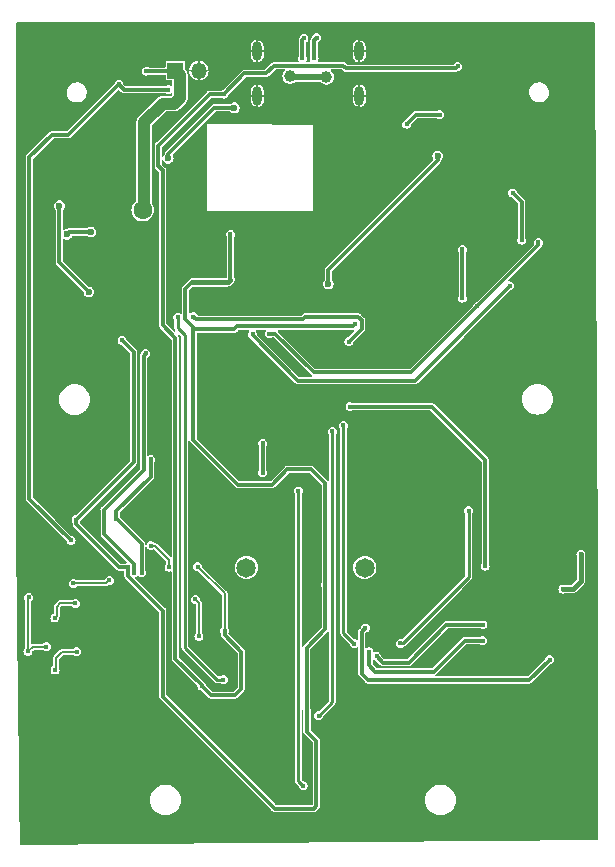
<source format=gbr>
G04 #@! TF.GenerationSoftware,KiCad,Pcbnew,7.0.5*
G04 #@! TF.CreationDate,2023-11-03T09:35:19+00:00*
G04 #@! TF.ProjectId,MaxTENS,4d617854-454e-4532-9e6b-696361645f70,rev?*
G04 #@! TF.SameCoordinates,Original*
G04 #@! TF.FileFunction,Copper,L2,Bot*
G04 #@! TF.FilePolarity,Positive*
%FSLAX46Y46*%
G04 Gerber Fmt 4.6, Leading zero omitted, Abs format (unit mm)*
G04 Created by KiCad (PCBNEW 7.0.5) date 2023-11-03 09:35:19*
%MOMM*%
%LPD*%
G01*
G04 APERTURE LIST*
G04 #@! TA.AperFunction,ComponentPad*
%ADD10O,0.800000X1.600000*%
G04 #@! TD*
G04 #@! TA.AperFunction,ComponentPad*
%ADD11C,1.650000*%
G04 #@! TD*
G04 #@! TA.AperFunction,ComponentPad*
%ADD12R,1.350000X1.350000*%
G04 #@! TD*
G04 #@! TA.AperFunction,ComponentPad*
%ADD13O,1.350000X1.350000*%
G04 #@! TD*
G04 #@! TA.AperFunction,ViaPad*
%ADD14C,1.600000*%
G04 #@! TD*
G04 #@! TA.AperFunction,ViaPad*
%ADD15C,0.450000*%
G04 #@! TD*
G04 #@! TA.AperFunction,ViaPad*
%ADD16C,0.600000*%
G04 #@! TD*
G04 #@! TA.AperFunction,ViaPad*
%ADD17C,1.000000*%
G04 #@! TD*
G04 #@! TA.AperFunction,Conductor*
%ADD18C,0.300000*%
G04 #@! TD*
G04 #@! TA.AperFunction,Conductor*
%ADD19C,1.000000*%
G04 #@! TD*
G04 #@! TA.AperFunction,Conductor*
%ADD20C,0.400000*%
G04 #@! TD*
G04 #@! TA.AperFunction,Conductor*
%ADD21C,0.500000*%
G04 #@! TD*
G04 #@! TA.AperFunction,Conductor*
%ADD22C,0.254000*%
G04 #@! TD*
G04 #@! TA.AperFunction,Conductor*
%ADD23C,0.200000*%
G04 #@! TD*
G04 APERTURE END LIST*
D10*
G04 #@! TO.P,J1,S1,SHIELD*
G04 #@! TO.N,GND*
X227870000Y-46600000D03*
G04 #@! TO.P,J1,S2,SHIELD*
X219230000Y-46600000D03*
G04 #@! TO.P,J1,S3,SHIELD*
X227870000Y-42800000D03*
G04 #@! TO.P,J1,S4,SHIELD*
X219230000Y-42800000D03*
G04 #@! TD*
D11*
G04 #@! TO.P,J4,0*
G04 #@! TO.N,N/C*
X218318500Y-86529000D03*
X228351500Y-86529000D03*
G04 #@! TD*
D12*
G04 #@! TO.P,J6,1,Pin_1*
G04 #@! TO.N,+BATT*
X212300000Y-44450000D03*
D13*
G04 #@! TO.P,J6,2,Pin_2*
G04 #@! TO.N,GND*
X214300000Y-44450000D03*
G04 #@! TD*
D14*
G04 #@! TO.N,+BATT*
X209535000Y-56265000D03*
D15*
X209840000Y-44500000D03*
G04 #@! TO.N,GND*
X235830000Y-63350000D03*
X202240000Y-55140000D03*
X224800000Y-74700000D03*
X227810000Y-55900000D03*
X206060000Y-51480000D03*
X218100000Y-85000000D03*
X223940000Y-71410000D03*
X205930000Y-55830000D03*
X221900000Y-92250000D03*
X222730000Y-79090000D03*
X220270000Y-43060000D03*
X202300000Y-91800000D03*
X218540000Y-72800000D03*
X227525000Y-92150000D03*
X209980000Y-67090000D03*
X207448023Y-87548023D03*
D14*
X206850000Y-50225000D03*
D15*
X218500000Y-71290000D03*
X209450000Y-89425000D03*
X242154500Y-58075000D03*
X224510000Y-62480000D03*
X201250000Y-89425000D03*
X214050000Y-61800000D03*
X207800000Y-91000000D03*
X226900000Y-73750000D03*
X244620000Y-51350000D03*
X218700000Y-69070000D03*
X221310000Y-74230000D03*
X208612500Y-91000000D03*
X210550000Y-88375000D03*
X206869774Y-88313529D03*
X209275000Y-66600000D03*
X240490000Y-54140000D03*
X224000000Y-88100000D03*
X223700000Y-92300000D03*
X218290000Y-67360000D03*
X201025000Y-93900000D03*
X203450000Y-57595500D03*
X221940000Y-79680000D03*
X214025000Y-88275000D03*
X223960000Y-98320000D03*
X210525000Y-97425000D03*
X210500000Y-45400000D03*
X202500000Y-64825000D03*
X224680385Y-68569615D03*
X220810000Y-45310000D03*
X222460000Y-41600000D03*
X221730000Y-80290000D03*
X207825000Y-90225000D03*
X228970000Y-62780000D03*
X236830000Y-64480000D03*
X210050000Y-83925000D03*
X237870000Y-50000000D03*
X246700000Y-91350000D03*
X235960000Y-59290000D03*
X207025000Y-52100000D03*
X205240000Y-62220000D03*
X206000000Y-96375000D03*
X216950000Y-96529500D03*
X231340000Y-42030000D03*
X202610000Y-51590000D03*
X240490000Y-55530000D03*
X224000000Y-99800000D03*
X219400000Y-91100000D03*
X223400000Y-80400000D03*
X215925000Y-94550000D03*
X237290000Y-63180000D03*
X223530000Y-79770000D03*
X211775500Y-93450000D03*
X229300000Y-43720000D03*
X223830000Y-73300000D03*
X224020000Y-72350000D03*
X237400000Y-46870000D03*
X211750000Y-65250000D03*
X217950000Y-66750000D03*
X223430000Y-73850000D03*
X223450000Y-106150000D03*
X227340000Y-93810000D03*
X206275000Y-87075000D03*
X222500000Y-105710000D03*
X237390000Y-59600000D03*
X222810000Y-74210000D03*
X205350000Y-94700000D03*
X221930000Y-104090000D03*
X228590000Y-54630000D03*
X207825000Y-89425000D03*
X218560000Y-41650000D03*
X210730000Y-50010000D03*
X210160000Y-66240000D03*
X218470000Y-69880000D03*
X228370000Y-67790000D03*
X209425000Y-91000000D03*
X223720000Y-104040000D03*
X209525000Y-95050000D03*
X211675000Y-48480000D03*
X215250000Y-90650000D03*
X208637500Y-89425000D03*
X209450000Y-90225000D03*
X219830000Y-74190000D03*
X203650000Y-58950000D03*
X224980000Y-42050000D03*
X229300000Y-44774500D03*
X214000000Y-60350000D03*
X224450000Y-100250000D03*
X230310000Y-43140000D03*
X213050000Y-47875000D03*
X226660000Y-42630000D03*
X220430000Y-67440000D03*
X208637500Y-90225000D03*
X204900000Y-51105000D03*
X218850000Y-73740000D03*
X210850000Y-86400000D03*
X202275000Y-96200000D03*
G04 #@! TO.N,VCC*
X231880000Y-48990000D03*
D16*
X211705500Y-51877985D03*
X217300000Y-47600000D03*
D15*
X234680000Y-48180000D03*
G04 #@! TO.N,+3.3V*
X208275500Y-86500000D03*
X216975000Y-58325000D03*
X207800000Y-67300000D03*
X245125000Y-88350000D03*
X203900000Y-82475000D03*
X246650000Y-85400000D03*
X227520000Y-65920000D03*
X225000000Y-88000000D03*
D17*
G04 #@! TO.N,+5V*
X222030000Y-44930000D03*
X225100000Y-44990000D03*
D15*
G04 #@! TO.N,/MCU/RIGHT_BTN*
X231350000Y-92950000D03*
X237140000Y-81700000D03*
X216375000Y-96028000D03*
X212510000Y-65340000D03*
G04 #@! TO.N,/MCU/SCLK*
X227000000Y-67400000D03*
X238540000Y-86400000D03*
X227095500Y-72900000D03*
X213820000Y-65280000D03*
G04 #@! TO.N,/MCU/MOSI*
X219700000Y-76000000D03*
X208800000Y-87000000D03*
X209800000Y-68405000D03*
X219700000Y-78500000D03*
G04 #@! TO.N,/MCU/OK_BTN*
X225610000Y-75000000D03*
X224440000Y-99070000D03*
G04 #@! TO.N,/MCU/TIMER_BTN*
X227450000Y-92980000D03*
X226540000Y-74500000D03*
G04 #@! TO.N,/MCU/CH1_BTN*
X244000000Y-94325000D03*
X228400000Y-91650000D03*
G04 #@! TO.N,/MCU/RXD*
X228700000Y-93650000D03*
X238325000Y-92725000D03*
G04 #@! TO.N,/MCU/TXD*
X238350000Y-91375000D03*
X229350000Y-94050000D03*
G04 #@! TO.N,/MCU/MODE_BTN*
X222720000Y-80040000D03*
X223130000Y-105010000D03*
G04 #@! TO.N,Net-(J1-CC1)*
X224280000Y-41670000D03*
X224050000Y-43420000D03*
G04 #@! TO.N,Net-(J1-CC2)*
X223195000Y-41725000D03*
X223050000Y-43430000D03*
G04 #@! TO.N,/ElectrodeChannels/CH2_2*
X218850000Y-66790000D03*
X240625000Y-62675000D03*
G04 #@! TO.N,/ElectrodeChannels/CH2_1*
X220270000Y-66730000D03*
X243040000Y-59000000D03*
X237860000Y-64410000D03*
D16*
G04 #@! TO.N,/BoostConverter/VFB*
X234520000Y-51680000D03*
X225260000Y-62520000D03*
D15*
G04 #@! TO.N,/Opamp/P0W*
X201375000Y-93225000D03*
X199825000Y-93625000D03*
X199887500Y-89062500D03*
X211700000Y-46060000D03*
X207525000Y-45625000D03*
X203475000Y-84225000D03*
G04 #@! TO.N,/Opamp/P1W*
X236200000Y-44100000D03*
X214550000Y-96550000D03*
X214200000Y-86450000D03*
X216475000Y-91875000D03*
X216400000Y-46450000D03*
D16*
G04 #@! TO.N,Net-(Q5-B)*
X205150000Y-58120000D03*
X203132500Y-58312500D03*
D15*
G04 #@! TO.N,Net-(Q7-C)*
X241630000Y-58810000D03*
X240860000Y-54820000D03*
G04 #@! TO.N,Net-(Q20-B)*
X236610000Y-63720000D03*
X236610000Y-59580000D03*
G04 #@! TO.N,/Opamp/P030*
X203950000Y-93650000D03*
X202125000Y-95200000D03*
G04 #@! TO.N,/Opamp/P015*
X203843041Y-89553031D03*
X202100000Y-90800000D03*
G04 #@! TO.N,/Opamp/P010*
X203675000Y-87875000D03*
X206712500Y-87612500D03*
G04 #@! TO.N,/Opamp/SCL*
X210225000Y-77375000D03*
X207300000Y-82425000D03*
X209450000Y-86950000D03*
G04 #@! TO.N,/Opamp/P125*
X214000000Y-89225000D03*
X214300000Y-92350000D03*
G04 #@! TO.N,/Opamp/P140*
X211775000Y-86500000D03*
X210250000Y-84675000D03*
D16*
G04 #@! TO.N,Net-(Q4-B)*
X202490000Y-55900000D03*
X204990000Y-63190000D03*
G04 #@! TD*
D18*
G04 #@! TO.N,+BATT*
X212250000Y-44500000D02*
X212300000Y-44450000D01*
D19*
X211225000Y-47250000D02*
X212225000Y-47250000D01*
D18*
X209840000Y-44500000D02*
X212250000Y-44500000D01*
D19*
X212225000Y-47250000D02*
X212700000Y-46775000D01*
X209650000Y-48825000D02*
X211225000Y-47250000D01*
X209535000Y-56265000D02*
X209650000Y-56150000D01*
X212700000Y-46775000D02*
X212700000Y-44850000D01*
X209650000Y-56150000D02*
X209650000Y-48825000D01*
X212700000Y-44850000D02*
X212300000Y-44450000D01*
D18*
G04 #@! TO.N,GND*
X244300000Y-91350000D02*
X246700000Y-91350000D01*
G04 #@! TO.N,VCC*
X231880000Y-48990000D02*
X232690000Y-48180000D01*
X232690000Y-48180000D02*
X234680000Y-48180000D01*
X215620000Y-47580000D02*
X217280000Y-47580000D01*
X211705500Y-51494500D02*
X215620000Y-47580000D01*
X217280000Y-47580000D02*
X217300000Y-47600000D01*
X211705500Y-51877985D02*
X211705500Y-51494500D01*
G04 #@! TO.N,+3.3V*
X217290000Y-66360000D02*
X213800000Y-66360000D01*
X223435000Y-93307463D02*
X225000000Y-91742463D01*
X208800000Y-68300000D02*
X207800000Y-67300000D01*
X227520000Y-65920000D02*
X227340000Y-66100000D01*
X213800000Y-75710000D02*
X217590000Y-79500000D01*
X220500000Y-79500000D02*
X221800000Y-78200000D01*
X217590000Y-79500000D02*
X220500000Y-79500000D01*
X223800000Y-78200000D02*
X225000000Y-79400000D01*
X208275500Y-86500000D02*
X208275500Y-87225500D01*
X220750000Y-106950000D02*
X224050000Y-106950000D01*
X213150000Y-62970000D02*
X213150000Y-65525000D01*
X216975000Y-58325000D02*
X216975000Y-62150000D01*
D20*
X245950000Y-88350000D02*
X246650000Y-87650000D01*
D18*
X224245000Y-106755000D02*
X224245000Y-101220000D01*
X213150000Y-65525000D02*
X213800000Y-66175000D01*
X208275500Y-86500000D02*
X207550000Y-86500000D01*
D20*
X245125000Y-88350000D02*
X245950000Y-88350000D01*
D18*
X225000000Y-91742463D02*
X225000000Y-88000000D01*
X223450000Y-100425000D02*
X223450000Y-98552463D01*
X213800000Y-66175000D02*
X213800000Y-66360000D01*
X221800000Y-78200000D02*
X223800000Y-78200000D01*
X211250500Y-97450500D02*
X220750000Y-106950000D01*
X208275500Y-87225500D02*
X211250500Y-90200500D01*
X208800000Y-77575000D02*
X208800000Y-68300000D01*
X223450000Y-98552463D02*
X223435000Y-98537463D01*
X224245000Y-101220000D02*
X223450000Y-100425000D01*
X223435000Y-98537463D02*
X223435000Y-93307463D01*
D20*
X216740000Y-62385000D02*
X213735000Y-62385000D01*
D18*
X203900000Y-82475000D02*
X208800000Y-77575000D01*
X225000000Y-79400000D02*
X225000000Y-88000000D01*
X207550000Y-86500000D02*
X203900000Y-82850000D01*
X224050000Y-106950000D02*
X224245000Y-106755000D01*
X203900000Y-82850000D02*
X203900000Y-82475000D01*
X211250500Y-90200500D02*
X211250500Y-97450500D01*
X217550000Y-66100000D02*
X217290000Y-66360000D01*
X213800000Y-66360000D02*
X213800000Y-75710000D01*
D20*
X246650000Y-87650000D02*
X246650000Y-85400000D01*
D18*
X213735000Y-62385000D02*
X213150000Y-62970000D01*
X227340000Y-66100000D02*
X217550000Y-66100000D01*
D20*
X216975000Y-62150000D02*
X216740000Y-62385000D01*
D21*
G04 #@! TO.N,+5V*
X222030000Y-44930000D02*
X222090000Y-44990000D01*
X222090000Y-44990000D02*
X225100000Y-44990000D01*
D22*
G04 #@! TO.N,/MCU/RIGHT_BTN*
X216375000Y-96028000D02*
X215825646Y-96028000D01*
X231350000Y-92950000D02*
X231550000Y-92950000D01*
X215825646Y-96028000D02*
X213100000Y-93302354D01*
X237140000Y-87360000D02*
X237140000Y-85810000D01*
X212510000Y-66285000D02*
X212510000Y-65340000D01*
X237140000Y-81700000D02*
X237140000Y-85900000D01*
X213100000Y-66875000D02*
X212510000Y-66285000D01*
X213100000Y-93302354D02*
X213100000Y-66875000D01*
X231550000Y-92950000D02*
X237140000Y-87360000D01*
D18*
G04 #@! TO.N,/MCU/SCLK*
X220597818Y-65510000D02*
X220607818Y-65500000D01*
X223310000Y-65300000D02*
X227800000Y-65300000D01*
X223110000Y-65500000D02*
X223310000Y-65300000D01*
X213820000Y-65280000D02*
X214050000Y-65510000D01*
X238540000Y-86400000D02*
X238540000Y-77440000D01*
X220607818Y-65500000D02*
X223110000Y-65500000D01*
X234000000Y-72900000D02*
X227095500Y-72900000D01*
X214050000Y-65510000D02*
X220597818Y-65510000D01*
X228100000Y-65600000D02*
X228100000Y-66300000D01*
X227800000Y-65300000D02*
X228100000Y-65600000D01*
X228100000Y-66300000D02*
X227000000Y-67400000D01*
X238540000Y-77440000D02*
X234000000Y-72900000D01*
G04 #@! TO.N,/MCU/MOSI*
X206275000Y-83700000D02*
X208800000Y-86225000D01*
X219700000Y-76000000D02*
X219700000Y-78500000D01*
X206275000Y-81625000D02*
X206275000Y-83700000D01*
X209625000Y-68580000D02*
X209625000Y-78275000D01*
X208800000Y-86225000D02*
X208800000Y-87000000D01*
X209800000Y-68405000D02*
X209625000Y-68580000D01*
X209625000Y-78275000D02*
X206275000Y-81625000D01*
D22*
G04 #@! TO.N,/MCU/OK_BTN*
X225610000Y-75000000D02*
X225610000Y-97900000D01*
X225610000Y-97900000D02*
X224440000Y-99070000D01*
G04 #@! TO.N,/MCU/TIMER_BTN*
X226540000Y-92070000D02*
X227450000Y-92980000D01*
X226540000Y-74500000D02*
X226540000Y-92070000D01*
D18*
G04 #@! TO.N,/MCU/CH1_BTN*
X228100000Y-93275000D02*
X228100000Y-95525000D01*
X228400000Y-91650000D02*
X228100000Y-91950000D01*
X228625000Y-96050000D02*
X242275000Y-96050000D01*
X242275000Y-96050000D02*
X244000000Y-94325000D01*
X228100000Y-95525000D02*
X228625000Y-96050000D01*
X228100000Y-91950000D02*
X228100000Y-93275000D01*
G04 #@! TO.N,/MCU/RXD*
X228700000Y-94800000D02*
X229250000Y-95350000D01*
X234175000Y-95350000D02*
X236800000Y-92725000D01*
X236800000Y-92725000D02*
X238325000Y-92725000D01*
X229250000Y-95350000D02*
X234175000Y-95350000D01*
X228700000Y-93650000D02*
X228700000Y-94800000D01*
G04 #@! TO.N,/MCU/TXD*
X229350000Y-94050000D02*
X229875000Y-94575000D01*
X232050000Y-94575000D02*
X235250000Y-91375000D01*
X235250000Y-91375000D02*
X238350000Y-91375000D01*
X229875000Y-94575000D02*
X232050000Y-94575000D01*
D22*
G04 #@! TO.N,/MCU/MODE_BTN*
X222720000Y-80040000D02*
X222720000Y-104600000D01*
X222720000Y-104600000D02*
X223130000Y-105010000D01*
D18*
G04 #@! TO.N,Net-(J1-CC1)*
X224280000Y-41670000D02*
X224050000Y-41900000D01*
X224050000Y-41900000D02*
X224050000Y-43420000D01*
G04 #@! TO.N,Net-(J1-CC2)*
X223050000Y-43430000D02*
X223050000Y-41870000D01*
X223050000Y-41870000D02*
X223195000Y-41725000D01*
G04 #@! TO.N,/ElectrodeChannels/CH2_2*
X240625000Y-62675000D02*
X232600000Y-70700000D01*
X218850000Y-66790000D02*
X218850000Y-66850000D01*
X222700000Y-70700000D02*
X232600000Y-70700000D01*
X218850000Y-66850000D02*
X222700000Y-70700000D01*
G04 #@! TO.N,/ElectrodeChannels/CH2_1*
X243040000Y-59000000D02*
X243040000Y-59230000D01*
X224030000Y-70010000D02*
X232260000Y-70010000D01*
X243040000Y-59230000D02*
X237860000Y-64410000D01*
X220750000Y-66730000D02*
X224030000Y-70010000D01*
X232260000Y-70010000D02*
X237860000Y-64410000D01*
X220270000Y-66730000D02*
X220750000Y-66730000D01*
G04 #@! TO.N,/BoostConverter/VFB*
X234520000Y-51680000D02*
X234520000Y-52040000D01*
X225260000Y-61300000D02*
X225260000Y-62520000D01*
X234520000Y-52040000D02*
X225260000Y-61300000D01*
G04 #@! TO.N,/Opamp/P0W*
X199950000Y-80700000D02*
X199950000Y-51800000D01*
X201850000Y-49900000D02*
X203250000Y-49900000D01*
D23*
X200225000Y-93225000D02*
X199825000Y-93625000D01*
D18*
X203475000Y-84225000D02*
X199950000Y-80700000D01*
X199950000Y-51800000D02*
X201850000Y-49900000D01*
X211700000Y-46060000D02*
X207960000Y-46060000D01*
X203250000Y-49900000D02*
X207525000Y-45625000D01*
X207960000Y-46060000D02*
X207525000Y-45625000D01*
D23*
X201375000Y-93225000D02*
X200225000Y-93225000D01*
X199825000Y-89125000D02*
X199887500Y-89062500D01*
X199825000Y-93625000D02*
X199825000Y-89125000D01*
D18*
G04 #@! TO.N,/Opamp/P1W*
X210850000Y-50800000D02*
X210867463Y-50800000D01*
X227800000Y-44250000D02*
X226750000Y-44250000D01*
X212300000Y-94250000D02*
X212300000Y-78500000D01*
X214550000Y-96500000D02*
X212300000Y-94250000D01*
X211225000Y-66025000D02*
X211225000Y-52900000D01*
X227800000Y-44250000D02*
X236050000Y-44250000D01*
X214550000Y-96550000D02*
X215350000Y-97350000D01*
X214550000Y-96550000D02*
X214550000Y-96500000D01*
X217900000Y-93650000D02*
X216475000Y-92225000D01*
X210867463Y-50800000D02*
X215217463Y-46450000D01*
X220000000Y-44700000D02*
X218150000Y-44700000D01*
X211225000Y-52900000D02*
X210850000Y-52525000D01*
X226750000Y-44250000D02*
X226540000Y-44040000D01*
X215350000Y-97350000D02*
X217325000Y-97350000D01*
X218150000Y-44700000D02*
X216400000Y-46450000D01*
X217325000Y-97350000D02*
X217900000Y-96775000D01*
X216475000Y-92225000D02*
X216475000Y-91875000D01*
D23*
X214200000Y-86450000D02*
X216475000Y-88725000D01*
D18*
X212300000Y-78500000D02*
X212300000Y-67100000D01*
X217900000Y-96775000D02*
X217900000Y-93650000D01*
X226540000Y-44040000D02*
X220660000Y-44040000D01*
X215217463Y-46450000D02*
X216400000Y-46450000D01*
X236050000Y-44250000D02*
X236200000Y-44100000D01*
X212300000Y-67100000D02*
X211225000Y-66025000D01*
X220660000Y-44040000D02*
X220000000Y-44700000D01*
D23*
X216475000Y-88725000D02*
X216475000Y-91875000D01*
D18*
X210850000Y-52525000D02*
X210850000Y-50800000D01*
G04 #@! TO.N,Net-(Q5-B)*
X203325000Y-58120000D02*
X205150000Y-58120000D01*
X203132500Y-58312500D02*
X203325000Y-58120000D01*
G04 #@! TO.N,Net-(Q7-C)*
X241630000Y-55590000D02*
X240860000Y-54820000D01*
X241630000Y-58810000D02*
X241630000Y-55590000D01*
G04 #@! TO.N,Net-(Q20-B)*
X236610000Y-59580000D02*
X236610000Y-63720000D01*
D23*
G04 #@! TO.N,/Opamp/P030*
X202200000Y-95125000D02*
X202125000Y-95200000D01*
X203950000Y-93650000D02*
X202725000Y-93650000D01*
X202200000Y-94175000D02*
X202200000Y-95125000D01*
X202725000Y-93650000D02*
X202200000Y-94175000D01*
G04 #@! TO.N,/Opamp/P015*
X202250000Y-90650000D02*
X202100000Y-90800000D01*
X202571969Y-89553031D02*
X202250000Y-89875000D01*
X203843041Y-89553031D02*
X202571969Y-89553031D01*
X202250000Y-89875000D02*
X202250000Y-90650000D01*
G04 #@! TO.N,/Opamp/P010*
X206450000Y-87875000D02*
X203675000Y-87875000D01*
X206712500Y-87612500D02*
X206450000Y-87875000D01*
D18*
G04 #@! TO.N,/Opamp/SCL*
X207375000Y-82425000D02*
X209450000Y-84500000D01*
X210225000Y-78825000D02*
X207300000Y-81750000D01*
X210225000Y-77375000D02*
X210225000Y-78825000D01*
X207300000Y-81750000D02*
X207300000Y-82425000D01*
D23*
X207300000Y-82425000D02*
X207375000Y-82425000D01*
D18*
X209450000Y-84500000D02*
X209450000Y-86950000D01*
D23*
G04 #@! TO.N,/Opamp/P125*
X214300000Y-92350000D02*
X214300000Y-89525000D01*
X214300000Y-89525000D02*
X214000000Y-89225000D01*
G04 #@! TO.N,/Opamp/P140*
X211775000Y-85875000D02*
X210600000Y-84700000D01*
X211775000Y-86500000D02*
X211775000Y-85875000D01*
X210275000Y-84700000D02*
X210250000Y-84675000D01*
X210600000Y-84700000D02*
X210275000Y-84700000D01*
D18*
G04 #@! TO.N,Net-(Q4-B)*
X202490000Y-55900000D02*
X202490000Y-60690000D01*
X202490000Y-60690000D02*
X204990000Y-63190000D01*
G04 #@! TD*
G04 #@! TA.AperFunction,Conductor*
G04 #@! TO.N,GND*
G36*
X212656180Y-66825035D02*
G01*
X212665445Y-66832890D01*
X212800826Y-66968270D01*
X212822218Y-67014146D01*
X212822500Y-67020596D01*
X212822500Y-93245015D01*
X212820632Y-93256463D01*
X212821347Y-93256563D01*
X212820399Y-93263352D01*
X212822460Y-93307913D01*
X212822500Y-93309622D01*
X212822500Y-93328067D01*
X212823213Y-93331886D01*
X212823803Y-93336971D01*
X212824150Y-93344462D01*
X212825192Y-93366987D01*
X212825192Y-93366990D01*
X212829674Y-93377141D01*
X212834718Y-93393428D01*
X212836757Y-93404335D01*
X212850502Y-93426535D01*
X212852564Y-93429864D01*
X212854956Y-93434402D01*
X212867096Y-93461895D01*
X212874943Y-93469742D01*
X212885532Y-93483110D01*
X212888254Y-93487506D01*
X212891373Y-93492543D01*
X212915348Y-93510648D01*
X212919211Y-93514010D01*
X215588880Y-96183679D01*
X215595651Y-96193089D01*
X215596227Y-96192655D01*
X215600360Y-96198128D01*
X215632935Y-96227824D01*
X215633313Y-96228168D01*
X215634549Y-96229349D01*
X215647602Y-96242401D01*
X215647607Y-96242406D01*
X215650812Y-96244602D01*
X215654830Y-96247783D01*
X215677031Y-96268022D01*
X215685558Y-96271325D01*
X215687374Y-96272029D01*
X215702459Y-96279980D01*
X215706305Y-96282614D01*
X215711617Y-96286253D01*
X215740862Y-96293131D01*
X215745764Y-96294649D01*
X215773771Y-96305500D01*
X215773772Y-96305500D01*
X215784867Y-96305500D01*
X215801809Y-96307465D01*
X215812609Y-96310006D01*
X215842372Y-96305854D01*
X215847481Y-96305500D01*
X216090810Y-96305500D01*
X216138376Y-96322813D01*
X216143136Y-96327174D01*
X216151535Y-96335573D01*
X216257518Y-96389574D01*
X216375000Y-96408181D01*
X216492482Y-96389574D01*
X216598465Y-96335573D01*
X216682573Y-96251465D01*
X216736574Y-96145482D01*
X216755181Y-96028000D01*
X216736574Y-95910518D01*
X216682573Y-95804535D01*
X216598465Y-95720427D01*
X216546484Y-95693941D01*
X216492483Y-95666426D01*
X216375000Y-95647819D01*
X216257517Y-95666426D01*
X216257516Y-95666426D01*
X216151533Y-95720428D01*
X216143136Y-95728826D01*
X216097260Y-95750218D01*
X216090810Y-95750500D01*
X215971242Y-95750500D01*
X215923676Y-95733187D01*
X215918916Y-95728826D01*
X213399173Y-93209083D01*
X213377781Y-93163207D01*
X213377499Y-93156779D01*
X213377499Y-89225000D01*
X213619819Y-89225000D01*
X213638426Y-89342482D01*
X213638426Y-89342483D01*
X213665941Y-89396484D01*
X213692427Y-89448465D01*
X213776535Y-89532573D01*
X213880496Y-89585544D01*
X213882516Y-89586573D01*
X213882517Y-89586574D01*
X213897924Y-89589014D01*
X213987077Y-89603134D01*
X214031348Y-89627673D01*
X214049489Y-89674930D01*
X214049500Y-89676222D01*
X214049500Y-92038810D01*
X214032187Y-92086376D01*
X214027833Y-92091127D01*
X214020497Y-92098465D01*
X213992423Y-92126539D01*
X213938427Y-92232513D01*
X213938426Y-92232517D01*
X213920640Y-92344819D01*
X213919819Y-92350000D01*
X213933693Y-92437599D01*
X213938426Y-92467482D01*
X213938426Y-92467483D01*
X213945718Y-92481794D01*
X213992427Y-92573465D01*
X214076535Y-92657573D01*
X214182518Y-92711574D01*
X214300000Y-92730181D01*
X214417482Y-92711574D01*
X214523465Y-92657573D01*
X214607573Y-92573465D01*
X214661574Y-92467482D01*
X214680181Y-92350000D01*
X214661574Y-92232518D01*
X214607573Y-92126535D01*
X214572174Y-92091136D01*
X214550782Y-92045260D01*
X214550500Y-92038810D01*
X214550500Y-89556961D01*
X214551922Y-89542523D01*
X214555408Y-89525000D01*
X214535966Y-89427259D01*
X214499330Y-89372430D01*
X214480601Y-89344399D01*
X214480599Y-89344398D01*
X214480599Y-89344397D01*
X214465739Y-89334468D01*
X214454526Y-89325266D01*
X214401855Y-89272595D01*
X214382257Y-89230568D01*
X214381092Y-89230753D01*
X214371921Y-89172850D01*
X214361574Y-89107518D01*
X214307573Y-89001535D01*
X214223465Y-88917427D01*
X214171483Y-88890941D01*
X214117483Y-88863426D01*
X214000000Y-88844819D01*
X213882517Y-88863426D01*
X213882516Y-88863426D01*
X213776533Y-88917428D01*
X213692428Y-89001533D01*
X213638426Y-89107516D01*
X213638426Y-89107517D01*
X213619819Y-89225000D01*
X213377499Y-89225000D01*
X213377499Y-75858541D01*
X213394812Y-75810976D01*
X213438649Y-75785666D01*
X213488499Y-75794456D01*
X213514417Y-75819590D01*
X213532176Y-75848274D01*
X213534566Y-75852809D01*
X213547794Y-75882765D01*
X213547795Y-75882766D01*
X213556793Y-75891764D01*
X213567380Y-75905130D01*
X213574081Y-75915952D01*
X213574082Y-75915953D01*
X213600212Y-75935686D01*
X213604082Y-75939053D01*
X217334318Y-79669289D01*
X217341404Y-79679137D01*
X217341910Y-79678756D01*
X217346043Y-79684229D01*
X217381785Y-79716812D01*
X217383022Y-79717993D01*
X217397203Y-79732174D01*
X217400856Y-79734676D01*
X217404858Y-79737847D01*
X217417990Y-79749818D01*
X217429065Y-79759915D01*
X217429066Y-79759915D01*
X217429067Y-79759916D01*
X217440934Y-79764513D01*
X217456022Y-79772465D01*
X217466519Y-79779656D01*
X217489500Y-79785061D01*
X217498387Y-79787151D01*
X217503289Y-79788669D01*
X217533826Y-79800500D01*
X217533827Y-79800500D01*
X217546553Y-79800500D01*
X217563496Y-79802466D01*
X217575881Y-79805379D01*
X217608315Y-79800854D01*
X217613426Y-79800500D01*
X220438913Y-79800500D01*
X220450889Y-79802453D01*
X220450977Y-79801826D01*
X220457765Y-79802773D01*
X220506103Y-79800538D01*
X220507788Y-79800500D01*
X220527842Y-79800500D01*
X220527844Y-79800500D01*
X220532187Y-79799687D01*
X220537266Y-79799097D01*
X220569992Y-79797585D01*
X220581639Y-79792441D01*
X220597927Y-79787398D01*
X220610433Y-79785061D01*
X220638281Y-79767818D01*
X220642794Y-79765438D01*
X220672765Y-79752206D01*
X220681761Y-79743208D01*
X220695138Y-79732614D01*
X220695439Y-79732428D01*
X220705952Y-79725919D01*
X220725687Y-79699783D01*
X220729051Y-79695919D01*
X221902798Y-78522174D01*
X221948675Y-78500782D01*
X221955124Y-78500500D01*
X223644877Y-78500500D01*
X223692443Y-78517813D01*
X223697203Y-78522174D01*
X224677825Y-79502796D01*
X224699217Y-79548672D01*
X224699499Y-79555122D01*
X224699499Y-87744889D01*
X224691433Y-87778484D01*
X224638427Y-87882513D01*
X224638426Y-87882517D01*
X224619819Y-88000000D01*
X224638426Y-88117482D01*
X224691434Y-88221517D01*
X224699499Y-88255112D01*
X224699500Y-91587339D01*
X224682187Y-91634905D01*
X224677826Y-91639665D01*
X223265708Y-93051782D01*
X223255865Y-93058868D01*
X223256245Y-93059371D01*
X223250773Y-93063503D01*
X223218174Y-93099260D01*
X223216997Y-93100492D01*
X223202822Y-93114669D01*
X223200326Y-93118314D01*
X223197145Y-93122329D01*
X223175085Y-93146528D01*
X223175083Y-93146530D01*
X223170483Y-93158404D01*
X223162536Y-93173480D01*
X223155344Y-93183980D01*
X223147847Y-93215853D01*
X223146330Y-93220750D01*
X223140504Y-93235791D01*
X223107179Y-93273892D01*
X223057160Y-93281659D01*
X223013850Y-93255457D01*
X222997500Y-93209062D01*
X222997500Y-80324190D01*
X223014813Y-80276624D01*
X223019174Y-80271864D01*
X223019177Y-80271861D01*
X223027573Y-80263465D01*
X223081574Y-80157482D01*
X223100181Y-80040000D01*
X223081574Y-79922518D01*
X223027573Y-79816535D01*
X222943465Y-79732427D01*
X222871814Y-79695919D01*
X222837483Y-79678426D01*
X222720000Y-79659819D01*
X222602517Y-79678426D01*
X222602516Y-79678426D01*
X222496533Y-79732428D01*
X222412428Y-79816533D01*
X222358426Y-79922516D01*
X222358426Y-79922517D01*
X222339819Y-80040000D01*
X222358426Y-80157482D01*
X222358426Y-80157483D01*
X222412426Y-80263464D01*
X222412427Y-80263465D01*
X222420824Y-80271862D01*
X222442218Y-80317737D01*
X222442500Y-80324189D01*
X222442500Y-104542661D01*
X222440632Y-104554109D01*
X222441347Y-104554209D01*
X222440399Y-104560998D01*
X222442460Y-104605559D01*
X222442500Y-104607268D01*
X222442500Y-104625713D01*
X222443213Y-104629532D01*
X222443803Y-104634617D01*
X222444442Y-104648425D01*
X222445192Y-104664633D01*
X222445192Y-104664636D01*
X222449674Y-104674787D01*
X222454718Y-104691074D01*
X222456757Y-104701981D01*
X222472564Y-104727510D01*
X222474956Y-104732048D01*
X222487096Y-104759541D01*
X222494943Y-104767388D01*
X222505532Y-104780756D01*
X222511373Y-104790189D01*
X222535348Y-104808294D01*
X222539211Y-104811656D01*
X222735124Y-105007569D01*
X222755887Y-105048318D01*
X222759231Y-105069432D01*
X222768426Y-105127482D01*
X222822427Y-105233465D01*
X222906535Y-105317573D01*
X223012518Y-105371574D01*
X223130000Y-105390181D01*
X223247482Y-105371574D01*
X223353465Y-105317573D01*
X223437573Y-105233465D01*
X223491574Y-105127482D01*
X223510181Y-105010000D01*
X223491574Y-104892518D01*
X223437573Y-104786535D01*
X223353465Y-104702427D01*
X223247482Y-104648426D01*
X223247480Y-104648425D01*
X223247478Y-104648425D01*
X223168317Y-104635887D01*
X223127568Y-104615124D01*
X223019174Y-104506729D01*
X222997782Y-104460852D01*
X222997500Y-104454403D01*
X222997500Y-98641376D01*
X223014813Y-98593810D01*
X223058650Y-98568500D01*
X223108500Y-98577290D01*
X223139196Y-98611489D01*
X223142557Y-98619102D01*
X223147602Y-98635395D01*
X223148240Y-98638809D01*
X223149499Y-98652403D01*
X223149500Y-100363912D01*
X223147547Y-100375889D01*
X223148174Y-100375977D01*
X223147226Y-100382765D01*
X223148648Y-100413509D01*
X223149461Y-100431102D01*
X223149500Y-100432787D01*
X223149500Y-100452850D01*
X223150311Y-100457186D01*
X223150903Y-100462281D01*
X223152415Y-100494994D01*
X223157554Y-100506632D01*
X223162600Y-100522923D01*
X223164938Y-100535432D01*
X223164939Y-100535433D01*
X223182175Y-100563274D01*
X223184566Y-100567809D01*
X223197794Y-100597765D01*
X223197795Y-100597766D01*
X223206793Y-100606764D01*
X223217380Y-100620130D01*
X223224081Y-100630952D01*
X223224082Y-100630953D01*
X223250212Y-100650686D01*
X223254082Y-100654053D01*
X223594346Y-100994317D01*
X223922826Y-101322796D01*
X223944218Y-101368672D01*
X223944500Y-101375122D01*
X223944500Y-106575500D01*
X223927187Y-106623066D01*
X223883350Y-106648376D01*
X223870500Y-106649500D01*
X220905123Y-106649500D01*
X220857557Y-106632187D01*
X220852797Y-106627826D01*
X211572674Y-97347702D01*
X211551282Y-97301826D01*
X211551000Y-97295376D01*
X211551000Y-90261589D01*
X211552954Y-90249615D01*
X211552326Y-90249528D01*
X211553273Y-90242737D01*
X211553273Y-90242735D01*
X211551038Y-90194397D01*
X211551000Y-90192711D01*
X211551000Y-90172657D01*
X211550188Y-90168317D01*
X211549596Y-90163227D01*
X211548085Y-90130508D01*
X211542942Y-90118860D01*
X211537898Y-90102569D01*
X211535561Y-90090068D01*
X211535561Y-90090067D01*
X211518326Y-90062231D01*
X211515937Y-90057699D01*
X211502706Y-90027734D01*
X211493706Y-90018734D01*
X211483116Y-90005364D01*
X211476419Y-89994548D01*
X211476418Y-89994547D01*
X211469263Y-89989144D01*
X211450288Y-89974815D01*
X211446424Y-89971452D01*
X210199972Y-88725000D01*
X208935883Y-87460912D01*
X208914492Y-87415037D01*
X208927593Y-87366142D01*
X208954609Y-87342656D01*
X209023465Y-87307573D01*
X209097675Y-87233362D01*
X209143550Y-87211971D01*
X209192444Y-87225071D01*
X209202320Y-87233358D01*
X209226535Y-87257573D01*
X209332518Y-87311574D01*
X209450000Y-87330181D01*
X209567482Y-87311574D01*
X209673465Y-87257573D01*
X209757573Y-87173465D01*
X209811574Y-87067482D01*
X209830181Y-86950000D01*
X209811574Y-86832518D01*
X209758564Y-86728480D01*
X209750499Y-86694892D01*
X209750499Y-84830017D01*
X209767812Y-84782452D01*
X209811649Y-84757142D01*
X209861499Y-84765932D01*
X209890433Y-84796422D01*
X209917411Y-84849369D01*
X209942427Y-84898465D01*
X210026535Y-84982573D01*
X210132518Y-85036574D01*
X210250000Y-85055181D01*
X210367482Y-85036574D01*
X210461896Y-84988467D01*
X210512134Y-84982298D01*
X210547815Y-85002076D01*
X211502826Y-85957086D01*
X211524218Y-86002962D01*
X211524500Y-86009412D01*
X211524500Y-86188809D01*
X211507187Y-86236375D01*
X211502827Y-86241134D01*
X211467428Y-86276533D01*
X211413426Y-86382516D01*
X211413426Y-86382517D01*
X211394819Y-86499999D01*
X211413426Y-86617482D01*
X211413426Y-86617483D01*
X211416474Y-86623465D01*
X211467427Y-86723465D01*
X211551535Y-86807573D01*
X211657518Y-86861574D01*
X211775000Y-86880181D01*
X211892482Y-86861574D01*
X211892487Y-86861571D01*
X211898023Y-86859774D01*
X211898442Y-86861066D01*
X211942146Y-86855699D01*
X211984599Y-86883268D01*
X211999500Y-86927803D01*
X211999500Y-94188912D01*
X211997547Y-94200889D01*
X211998174Y-94200977D01*
X211997226Y-94207765D01*
X211998648Y-94238509D01*
X211999461Y-94256102D01*
X211999500Y-94257787D01*
X211999500Y-94277850D01*
X212000311Y-94282186D01*
X212000903Y-94287281D01*
X212002415Y-94319994D01*
X212007554Y-94331632D01*
X212012600Y-94347923D01*
X212014938Y-94360432D01*
X212014939Y-94360433D01*
X212032175Y-94388274D01*
X212034566Y-94392809D01*
X212047794Y-94422765D01*
X212047795Y-94422766D01*
X212056793Y-94431764D01*
X212067380Y-94445130D01*
X212074081Y-94455952D01*
X212074082Y-94455953D01*
X212100212Y-94475686D01*
X212104082Y-94479053D01*
X214151836Y-96526808D01*
X214172599Y-96567557D01*
X214188426Y-96667483D01*
X214190831Y-96672203D01*
X214242427Y-96773465D01*
X214326535Y-96857573D01*
X214406818Y-96898479D01*
X214432516Y-96911573D01*
X214432517Y-96911574D01*
X214442804Y-96913203D01*
X214473032Y-96917990D01*
X214513782Y-96938753D01*
X215094318Y-97519289D01*
X215101404Y-97529137D01*
X215101910Y-97528756D01*
X215106043Y-97534229D01*
X215141785Y-97566812D01*
X215143022Y-97567993D01*
X215157203Y-97582174D01*
X215160856Y-97584676D01*
X215164858Y-97587847D01*
X215170850Y-97593309D01*
X215189065Y-97609915D01*
X215189066Y-97609915D01*
X215189067Y-97609916D01*
X215196528Y-97612806D01*
X215200931Y-97614512D01*
X215216021Y-97622465D01*
X215226519Y-97629657D01*
X215258388Y-97637152D01*
X215263287Y-97638668D01*
X215293827Y-97650500D01*
X215306553Y-97650500D01*
X215323488Y-97652464D01*
X215335881Y-97655379D01*
X215368315Y-97650854D01*
X215373426Y-97650500D01*
X217263913Y-97650500D01*
X217275889Y-97652453D01*
X217275977Y-97651826D01*
X217282765Y-97652773D01*
X217331103Y-97650538D01*
X217332788Y-97650500D01*
X217352842Y-97650500D01*
X217352844Y-97650500D01*
X217357187Y-97649687D01*
X217362266Y-97649097D01*
X217394992Y-97647585D01*
X217406639Y-97642441D01*
X217422927Y-97637398D01*
X217435433Y-97635061D01*
X217463281Y-97617818D01*
X217467794Y-97615438D01*
X217497765Y-97602206D01*
X217506761Y-97593208D01*
X217520138Y-97582614D01*
X217520856Y-97582170D01*
X217530952Y-97575919D01*
X217550687Y-97549783D01*
X217554051Y-97545919D01*
X217804594Y-97295376D01*
X218069288Y-97030681D01*
X218079136Y-97023599D01*
X218078753Y-97023092D01*
X218084221Y-97018961D01*
X218084228Y-97018958D01*
X218116837Y-96983186D01*
X218117995Y-96981975D01*
X218132174Y-96967797D01*
X218134673Y-96964147D01*
X218137848Y-96960138D01*
X218159916Y-96935933D01*
X218164513Y-96924064D01*
X218172468Y-96908974D01*
X218179657Y-96898481D01*
X218182745Y-96885348D01*
X218187154Y-96866607D01*
X218188671Y-96861705D01*
X218190273Y-96857571D01*
X218200500Y-96831173D01*
X218200500Y-96818446D01*
X218202466Y-96801503D01*
X218205379Y-96789119D01*
X218200854Y-96756683D01*
X218200500Y-96751573D01*
X218200500Y-93711089D01*
X218202454Y-93699115D01*
X218201826Y-93699028D01*
X218202773Y-93692237D01*
X218202597Y-93688426D01*
X218200538Y-93643897D01*
X218200500Y-93642211D01*
X218200500Y-93622157D01*
X218199688Y-93617817D01*
X218199096Y-93612727D01*
X218197585Y-93580008D01*
X218192442Y-93568360D01*
X218187398Y-93552069D01*
X218185061Y-93539568D01*
X218185061Y-93539567D01*
X218167826Y-93511731D01*
X218165437Y-93507199D01*
X218152206Y-93477234D01*
X218143206Y-93468234D01*
X218132616Y-93454864D01*
X218125919Y-93444048D01*
X218125918Y-93444047D01*
X218118763Y-93438644D01*
X218099788Y-93424315D01*
X218095924Y-93420952D01*
X216817506Y-92142535D01*
X216796114Y-92096659D01*
X216803898Y-92056614D01*
X216836572Y-91992486D01*
X216836573Y-91992483D01*
X216836574Y-91992482D01*
X216855181Y-91875000D01*
X216836574Y-91757518D01*
X216836413Y-91757203D01*
X216828564Y-91741797D01*
X216782573Y-91651535D01*
X216765943Y-91634905D01*
X216747173Y-91616134D01*
X216725782Y-91570258D01*
X216725500Y-91563809D01*
X216725500Y-88756962D01*
X216726922Y-88742525D01*
X216729377Y-88730181D01*
X216730408Y-88725000D01*
X216710966Y-88627260D01*
X216669578Y-88565317D01*
X216669577Y-88565316D01*
X216655601Y-88544399D01*
X216640738Y-88534468D01*
X216629530Y-88525269D01*
X214633260Y-86528999D01*
X217338280Y-86528999D01*
X217357115Y-86720232D01*
X217376986Y-86785737D01*
X217412895Y-86904114D01*
X217503477Y-87073581D01*
X217625380Y-87222120D01*
X217773919Y-87344023D01*
X217943386Y-87434605D01*
X218127269Y-87490385D01*
X218318500Y-87509220D01*
X218509731Y-87490385D01*
X218693614Y-87434605D01*
X218863081Y-87344023D01*
X219011620Y-87222120D01*
X219133523Y-87073581D01*
X219224105Y-86904114D01*
X219279885Y-86720231D01*
X219298720Y-86529000D01*
X219279885Y-86337769D01*
X219224105Y-86153886D01*
X219133523Y-85984419D01*
X219011620Y-85835880D01*
X218863081Y-85713977D01*
X218693614Y-85623395D01*
X218589800Y-85591903D01*
X218509732Y-85567615D01*
X218318500Y-85548780D01*
X218127267Y-85567615D01*
X217943383Y-85623396D01*
X217810547Y-85694399D01*
X217773919Y-85713977D01*
X217773916Y-85713978D01*
X217773912Y-85713982D01*
X217625380Y-85835880D01*
X217503482Y-85984412D01*
X217503476Y-85984421D01*
X217412896Y-86153883D01*
X217357115Y-86337767D01*
X217338280Y-86528999D01*
X214633260Y-86528999D01*
X214601855Y-86497594D01*
X214582258Y-86455568D01*
X214581092Y-86455753D01*
X214580181Y-86450000D01*
X214561574Y-86332518D01*
X214507573Y-86226535D01*
X214423465Y-86142427D01*
X214368787Y-86114567D01*
X214317483Y-86088426D01*
X214200000Y-86069819D01*
X214082517Y-86088426D01*
X214082516Y-86088426D01*
X213976533Y-86142428D01*
X213892428Y-86226533D01*
X213838426Y-86332516D01*
X213838426Y-86332517D01*
X213819819Y-86450000D01*
X213838426Y-86567482D01*
X213838426Y-86567483D01*
X213863902Y-86617482D01*
X213892427Y-86673465D01*
X213976535Y-86757573D01*
X214082518Y-86811574D01*
X214200000Y-86830181D01*
X214200000Y-86830180D01*
X214205753Y-86831092D01*
X214205317Y-86833838D01*
X214242835Y-86847494D01*
X214247595Y-86851855D01*
X216202826Y-88807086D01*
X216224218Y-88852962D01*
X216224500Y-88859412D01*
X216224500Y-91563810D01*
X216207187Y-91611376D01*
X216202833Y-91616127D01*
X216184057Y-91634905D01*
X216167423Y-91651539D01*
X216113427Y-91757513D01*
X216113426Y-91757517D01*
X216094819Y-91875000D01*
X216113426Y-91992482D01*
X216113426Y-91992483D01*
X216124792Y-92014789D01*
X216166434Y-92096517D01*
X216174500Y-92130111D01*
X216174500Y-92163912D01*
X216172547Y-92175889D01*
X216173174Y-92175977D01*
X216172226Y-92182765D01*
X216173010Y-92199704D01*
X216174461Y-92231102D01*
X216174500Y-92232787D01*
X216174500Y-92252850D01*
X216175311Y-92257186D01*
X216175902Y-92262277D01*
X216177037Y-92286820D01*
X216177415Y-92294994D01*
X216182554Y-92306632D01*
X216187600Y-92322923D01*
X216189938Y-92335432D01*
X216189939Y-92335433D01*
X216207175Y-92363274D01*
X216209566Y-92367809D01*
X216222794Y-92397765D01*
X216222795Y-92397766D01*
X216231793Y-92406764D01*
X216242380Y-92420130D01*
X216249081Y-92430952D01*
X216249082Y-92430953D01*
X216275212Y-92450686D01*
X216279082Y-92454052D01*
X217577826Y-93752797D01*
X217599218Y-93798672D01*
X217599500Y-93805122D01*
X217599500Y-96619877D01*
X217582187Y-96667443D01*
X217577826Y-96672203D01*
X217222203Y-97027826D01*
X217176327Y-97049218D01*
X217169877Y-97049500D01*
X215505123Y-97049500D01*
X215457557Y-97032187D01*
X215452797Y-97027826D01*
X214938753Y-96513782D01*
X214917990Y-96473031D01*
X214911574Y-96432517D01*
X214911573Y-96432516D01*
X214910544Y-96430496D01*
X214857573Y-96326535D01*
X214773465Y-96242427D01*
X214675782Y-96192655D01*
X214669596Y-96189503D01*
X214650866Y-96175895D01*
X212622174Y-94147202D01*
X212600782Y-94101326D01*
X212600500Y-94094876D01*
X212600500Y-67161093D01*
X212602454Y-67149116D01*
X212601827Y-67149029D01*
X212602774Y-67142238D01*
X212602774Y-67142236D01*
X212600538Y-67093887D01*
X212600500Y-67092199D01*
X212600500Y-67072155D01*
X212600499Y-67072153D01*
X212599689Y-67067819D01*
X212599097Y-67062717D01*
X212597585Y-67030009D01*
X212592444Y-67018366D01*
X212587398Y-67002071D01*
X212585595Y-66992427D01*
X212585061Y-66989567D01*
X212567824Y-66961728D01*
X212565434Y-66957196D01*
X212552206Y-66927235D01*
X212552203Y-66927232D01*
X212552072Y-66927040D01*
X212552005Y-66926780D01*
X212549436Y-66920961D01*
X212550399Y-66920535D01*
X212539470Y-66878015D01*
X212561330Y-66832359D01*
X212607422Y-66811436D01*
X212656180Y-66825035D01*
G37*
G04 #@! TD.AperFunction*
G04 #@! TA.AperFunction,Conductor*
G36*
X219943264Y-66417813D02*
G01*
X219968574Y-66461650D01*
X219961632Y-66508094D01*
X219959334Y-66512606D01*
X219908426Y-66612515D01*
X219908426Y-66612517D01*
X219894327Y-66701540D01*
X219889819Y-66730000D01*
X219901836Y-66805875D01*
X219908426Y-66847482D01*
X219908426Y-66847483D01*
X219935941Y-66901483D01*
X219962427Y-66953465D01*
X220046535Y-67037573D01*
X220152518Y-67091574D01*
X220270000Y-67110181D01*
X220387482Y-67091574D01*
X220491517Y-67038565D01*
X220525111Y-67030500D01*
X220594877Y-67030500D01*
X220642443Y-67047813D01*
X220647203Y-67052174D01*
X223774318Y-70179289D01*
X223781404Y-70189137D01*
X223781910Y-70188756D01*
X223786043Y-70194229D01*
X223821785Y-70226812D01*
X223823022Y-70227993D01*
X223837203Y-70242174D01*
X223840856Y-70244676D01*
X223844858Y-70247847D01*
X223856927Y-70258849D01*
X223870052Y-70270815D01*
X223893539Y-70315655D01*
X223882709Y-70365102D01*
X223842628Y-70396018D01*
X223820197Y-70399500D01*
X222855123Y-70399500D01*
X222807557Y-70382187D01*
X222802797Y-70377826D01*
X219250044Y-66825073D01*
X219229282Y-66784324D01*
X219211574Y-66672518D01*
X219211574Y-66672517D01*
X219211573Y-66672516D01*
X219205470Y-66660539D01*
X219157573Y-66566535D01*
X219117864Y-66526826D01*
X219096472Y-66480950D01*
X219109573Y-66432055D01*
X219151037Y-66403021D01*
X219170190Y-66400500D01*
X219895698Y-66400500D01*
X219943264Y-66417813D01*
G37*
G04 #@! TD.AperFunction*
G04 #@! TA.AperFunction,Conductor*
G36*
X247775913Y-40362813D02*
G01*
X247801223Y-40406650D01*
X247802345Y-40418998D01*
X247924817Y-58463968D01*
X248118151Y-86949999D01*
X248119500Y-87148665D01*
X248119500Y-109522489D01*
X248102187Y-109570055D01*
X248058350Y-109595365D01*
X248046087Y-109596487D01*
X199195557Y-109984113D01*
X199147855Y-109967178D01*
X199122198Y-109923543D01*
X199120976Y-109910994D01*
X199077430Y-106200005D01*
X210169532Y-106200005D01*
X210189364Y-106426688D01*
X210189365Y-106426696D01*
X210248258Y-106646488D01*
X210248260Y-106646492D01*
X210248261Y-106646496D01*
X210344432Y-106852734D01*
X210344434Y-106852736D01*
X210344435Y-106852739D01*
X210455029Y-107010685D01*
X210474953Y-107039139D01*
X210635861Y-107200047D01*
X210822266Y-107330568D01*
X211028504Y-107426739D01*
X211028510Y-107426740D01*
X211028511Y-107426741D01*
X211248303Y-107485634D01*
X211248305Y-107485634D01*
X211248308Y-107485635D01*
X211321125Y-107492005D01*
X211418212Y-107500500D01*
X211418216Y-107500500D01*
X211531788Y-107500500D01*
X211616737Y-107493067D01*
X211701692Y-107485635D01*
X211921496Y-107426739D01*
X212127734Y-107330568D01*
X212314139Y-107200047D01*
X212475047Y-107039139D01*
X212605568Y-106852734D01*
X212701739Y-106646496D01*
X212760635Y-106426692D01*
X212780468Y-106200000D01*
X212780468Y-106199994D01*
X212760635Y-105973311D01*
X212760634Y-105973303D01*
X212701741Y-105753511D01*
X212701740Y-105753510D01*
X212701739Y-105753504D01*
X212605568Y-105547266D01*
X212475047Y-105360861D01*
X212314139Y-105199953D01*
X212210642Y-105127484D01*
X212127739Y-105069435D01*
X212127736Y-105069434D01*
X212127734Y-105069432D01*
X211921496Y-104973261D01*
X211921492Y-104973260D01*
X211921488Y-104973258D01*
X211701696Y-104914365D01*
X211701688Y-104914364D01*
X211531788Y-104899500D01*
X211531784Y-104899500D01*
X211418216Y-104899500D01*
X211418212Y-104899500D01*
X211248311Y-104914364D01*
X211248303Y-104914365D01*
X211028511Y-104973258D01*
X211028504Y-104973260D01*
X211028504Y-104973261D01*
X210949718Y-105010000D01*
X210822260Y-105069435D01*
X210635860Y-105199953D01*
X210474953Y-105360860D01*
X210344435Y-105547260D01*
X210248263Y-105753500D01*
X210248258Y-105753511D01*
X210189365Y-105973303D01*
X210189364Y-105973311D01*
X210169532Y-106199994D01*
X210169532Y-106200005D01*
X199077430Y-106200005D01*
X198948352Y-95200000D01*
X201744819Y-95200000D01*
X201763426Y-95317482D01*
X201763426Y-95317483D01*
X201790122Y-95369876D01*
X201817427Y-95423465D01*
X201901535Y-95507573D01*
X202007518Y-95561574D01*
X202125000Y-95580181D01*
X202242482Y-95561574D01*
X202348465Y-95507573D01*
X202432573Y-95423465D01*
X202486574Y-95317482D01*
X202505181Y-95200000D01*
X202486574Y-95082518D01*
X202464929Y-95040036D01*
X202458565Y-95027546D01*
X202450500Y-94993951D01*
X202450500Y-94309411D01*
X202467813Y-94261845D01*
X202472174Y-94257085D01*
X202807086Y-93922174D01*
X202852963Y-93900782D01*
X202859412Y-93900500D01*
X203638810Y-93900500D01*
X203686376Y-93917813D01*
X203691136Y-93922173D01*
X203726535Y-93957573D01*
X203832518Y-94011574D01*
X203950000Y-94030181D01*
X204067482Y-94011574D01*
X204173465Y-93957573D01*
X204257573Y-93873465D01*
X204311574Y-93767482D01*
X204330181Y-93650000D01*
X204311574Y-93532518D01*
X204257573Y-93426535D01*
X204173465Y-93342427D01*
X204109082Y-93309622D01*
X204067483Y-93288426D01*
X203950000Y-93269819D01*
X203832517Y-93288426D01*
X203832516Y-93288426D01*
X203726533Y-93342428D01*
X203691136Y-93377826D01*
X203645260Y-93399218D01*
X203638810Y-93399500D01*
X202756962Y-93399500D01*
X202742525Y-93398078D01*
X202725000Y-93394592D01*
X202627258Y-93414034D01*
X202597996Y-93433587D01*
X202544399Y-93469398D01*
X202544397Y-93469400D01*
X202534466Y-93484262D01*
X202525266Y-93495472D01*
X202045472Y-93975266D01*
X202034262Y-93984466D01*
X202019400Y-93994397D01*
X201997339Y-94027415D01*
X201964034Y-94077259D01*
X201944592Y-94175000D01*
X201948078Y-94192525D01*
X201949500Y-94206962D01*
X201949500Y-94822640D01*
X201932187Y-94870206D01*
X201909098Y-94888573D01*
X201901535Y-94892426D01*
X201817428Y-94976533D01*
X201763426Y-95082516D01*
X201763426Y-95082517D01*
X201744819Y-95200000D01*
X198948352Y-95200000D01*
X198929870Y-93625000D01*
X199444819Y-93625000D01*
X199463426Y-93742482D01*
X199463426Y-93742483D01*
X199479725Y-93774471D01*
X199517427Y-93848465D01*
X199601535Y-93932573D01*
X199707518Y-93986574D01*
X199825000Y-94005181D01*
X199942482Y-93986574D01*
X200048465Y-93932573D01*
X200132573Y-93848465D01*
X200186574Y-93742482D01*
X200205181Y-93625000D01*
X200205180Y-93624999D01*
X200206092Y-93619247D01*
X200208838Y-93619681D01*
X200222494Y-93582164D01*
X200226855Y-93577404D01*
X200307086Y-93497174D01*
X200352963Y-93475782D01*
X200359412Y-93475500D01*
X201063810Y-93475500D01*
X201111376Y-93492813D01*
X201116136Y-93497173D01*
X201151535Y-93532573D01*
X201257518Y-93586574D01*
X201375000Y-93605181D01*
X201492482Y-93586574D01*
X201598465Y-93532573D01*
X201682573Y-93448465D01*
X201736574Y-93342482D01*
X201755181Y-93225000D01*
X201736574Y-93107518D01*
X201682573Y-93001535D01*
X201598465Y-92917427D01*
X201546483Y-92890941D01*
X201492483Y-92863426D01*
X201375000Y-92844819D01*
X201257517Y-92863426D01*
X201257516Y-92863426D01*
X201151533Y-92917428D01*
X201116136Y-92952826D01*
X201070260Y-92974218D01*
X201063810Y-92974500D01*
X200256962Y-92974500D01*
X200242525Y-92973078D01*
X200225001Y-92969592D01*
X200225000Y-92969592D01*
X200200327Y-92974500D01*
X200200326Y-92974500D01*
X200190725Y-92976409D01*
X200163936Y-92981738D01*
X200113906Y-92974037D01*
X200080531Y-92935980D01*
X200075500Y-92909160D01*
X200075500Y-90800000D01*
X201719819Y-90800000D01*
X201738426Y-90917482D01*
X201738426Y-90917483D01*
X201765941Y-90971484D01*
X201792427Y-91023465D01*
X201876535Y-91107573D01*
X201982518Y-91161574D01*
X202100000Y-91180181D01*
X202217482Y-91161574D01*
X202323465Y-91107573D01*
X202407573Y-91023465D01*
X202461574Y-90917482D01*
X202480181Y-90800000D01*
X202479058Y-90792911D01*
X202483782Y-90753011D01*
X202485962Y-90747745D01*
X202485966Y-90747741D01*
X202505408Y-90650000D01*
X202501922Y-90632473D01*
X202500500Y-90618037D01*
X202500500Y-90009411D01*
X202517813Y-89961845D01*
X202522174Y-89957085D01*
X202654055Y-89825205D01*
X202699932Y-89803813D01*
X202706381Y-89803531D01*
X203531851Y-89803531D01*
X203579417Y-89820844D01*
X203584177Y-89825205D01*
X203619576Y-89860604D01*
X203725559Y-89914605D01*
X203843041Y-89933212D01*
X203960523Y-89914605D01*
X204066506Y-89860604D01*
X204150614Y-89776496D01*
X204204615Y-89670513D01*
X204223222Y-89553031D01*
X204204615Y-89435549D01*
X204150614Y-89329566D01*
X204066506Y-89245458D01*
X204014524Y-89218972D01*
X203960524Y-89191457D01*
X203843041Y-89172850D01*
X203725558Y-89191457D01*
X203725557Y-89191457D01*
X203619574Y-89245459D01*
X203584177Y-89280857D01*
X203538301Y-89302249D01*
X203531851Y-89302531D01*
X202603931Y-89302531D01*
X202589494Y-89301109D01*
X202571969Y-89297623D01*
X202547295Y-89302531D01*
X202474228Y-89317065D01*
X202391368Y-89372429D01*
X202391366Y-89372431D01*
X202381435Y-89387293D01*
X202372235Y-89398503D01*
X202095472Y-89675266D01*
X202084262Y-89684466D01*
X202069399Y-89694397D01*
X202043184Y-89733630D01*
X202043185Y-89733631D01*
X202014034Y-89777258D01*
X201994592Y-89875000D01*
X201998078Y-89892525D01*
X201999500Y-89906962D01*
X201999500Y-90384426D01*
X201982187Y-90431992D01*
X201959096Y-90450360D01*
X201876533Y-90492428D01*
X201792428Y-90576533D01*
X201738426Y-90682516D01*
X201738426Y-90682517D01*
X201719819Y-90800000D01*
X200075500Y-90800000D01*
X200075500Y-89433490D01*
X200092813Y-89385924D01*
X200107067Y-89374617D01*
X200106253Y-89373497D01*
X200110963Y-89370074D01*
X200110962Y-89370074D01*
X200110965Y-89370073D01*
X200195073Y-89285965D01*
X200249074Y-89179982D01*
X200267681Y-89062500D01*
X200249074Y-88945018D01*
X200195073Y-88839035D01*
X200110965Y-88754927D01*
X200052230Y-88725000D01*
X200004983Y-88700926D01*
X199887500Y-88682319D01*
X199770017Y-88700926D01*
X199770016Y-88700926D01*
X199664033Y-88754928D01*
X199579928Y-88839033D01*
X199525926Y-88945016D01*
X199525926Y-88945017D01*
X199507319Y-89062500D01*
X199525926Y-89179982D01*
X199566434Y-89259483D01*
X199574500Y-89293078D01*
X199574500Y-93313810D01*
X199557187Y-93361376D01*
X199552826Y-93366136D01*
X199517428Y-93401533D01*
X199463426Y-93507516D01*
X199463426Y-93507517D01*
X199444819Y-93625000D01*
X198929870Y-93625000D01*
X198871309Y-88634468D01*
X198862397Y-87875000D01*
X203294819Y-87875000D01*
X203313426Y-87992482D01*
X203313426Y-87992483D01*
X203324570Y-88014353D01*
X203367427Y-88098465D01*
X203451535Y-88182573D01*
X203557518Y-88236574D01*
X203675000Y-88255181D01*
X203792482Y-88236574D01*
X203898465Y-88182573D01*
X203933864Y-88147173D01*
X203979740Y-88125782D01*
X203986190Y-88125500D01*
X206418038Y-88125500D01*
X206432474Y-88126921D01*
X206450000Y-88130408D01*
X206547741Y-88110966D01*
X206588716Y-88083587D01*
X206630601Y-88055601D01*
X206640533Y-88040734D01*
X206649729Y-88029529D01*
X206664905Y-88014353D01*
X206706931Y-87994757D01*
X206706747Y-87993592D01*
X206712499Y-87992680D01*
X206712500Y-87992681D01*
X206829982Y-87974074D01*
X206935965Y-87920073D01*
X207020073Y-87835965D01*
X207074074Y-87729982D01*
X207092681Y-87612500D01*
X207074074Y-87495018D01*
X207020073Y-87389035D01*
X206935965Y-87304927D01*
X206883983Y-87278441D01*
X206829983Y-87250926D01*
X206712500Y-87232319D01*
X206595017Y-87250926D01*
X206595016Y-87250926D01*
X206489033Y-87304928D01*
X206404928Y-87389033D01*
X206350926Y-87495016D01*
X206350926Y-87495017D01*
X206340305Y-87562076D01*
X206315764Y-87606349D01*
X206268507Y-87624489D01*
X206267216Y-87624500D01*
X203986190Y-87624500D01*
X203938624Y-87607187D01*
X203933864Y-87602826D01*
X203898466Y-87567428D01*
X203898465Y-87567427D01*
X203840788Y-87538039D01*
X203792483Y-87513426D01*
X203675000Y-87494819D01*
X203557517Y-87513426D01*
X203557516Y-87513426D01*
X203451533Y-87567428D01*
X203367428Y-87651533D01*
X203313426Y-87757516D01*
X203313426Y-87757517D01*
X203294819Y-87875000D01*
X198862397Y-87875000D01*
X198850500Y-86861141D01*
X198850500Y-51785885D01*
X199644620Y-51785885D01*
X199649144Y-51818307D01*
X199649499Y-51823425D01*
X199649499Y-80638916D01*
X199647546Y-80650889D01*
X199648173Y-80650977D01*
X199647226Y-80657764D01*
X199648623Y-80687976D01*
X199649461Y-80706102D01*
X199649500Y-80707787D01*
X199649500Y-80727850D01*
X199650311Y-80732186D01*
X199650903Y-80737281D01*
X199652415Y-80769994D01*
X199657554Y-80781632D01*
X199662600Y-80797923D01*
X199664938Y-80810432D01*
X199664939Y-80810433D01*
X199682175Y-80838274D01*
X199684566Y-80842809D01*
X199697794Y-80872765D01*
X199697795Y-80872766D01*
X199706793Y-80881764D01*
X199717380Y-80895130D01*
X199724081Y-80905952D01*
X199724082Y-80905953D01*
X199750212Y-80925686D01*
X199754082Y-80929053D01*
X203086245Y-84261216D01*
X203107008Y-84301965D01*
X203111011Y-84327235D01*
X203113426Y-84342482D01*
X203167427Y-84448465D01*
X203251535Y-84532573D01*
X203357518Y-84586574D01*
X203475000Y-84605181D01*
X203592482Y-84586574D01*
X203698465Y-84532573D01*
X203782573Y-84448465D01*
X203836574Y-84342482D01*
X203855181Y-84225000D01*
X203836574Y-84107518D01*
X203782573Y-84001535D01*
X203698465Y-83917427D01*
X203592482Y-83863426D01*
X203592480Y-83863425D01*
X203592478Y-83863425D01*
X203551965Y-83857008D01*
X203511216Y-83836245D01*
X202149970Y-82474999D01*
X203519819Y-82474999D01*
X203538426Y-82592482D01*
X203538426Y-82592483D01*
X203563353Y-82641405D01*
X203591434Y-82696517D01*
X203599500Y-82730111D01*
X203599500Y-82788912D01*
X203597547Y-82800889D01*
X203598174Y-82800977D01*
X203597226Y-82807765D01*
X203598109Y-82826855D01*
X203599461Y-82856102D01*
X203599500Y-82857787D01*
X203599500Y-82877850D01*
X203600311Y-82882186D01*
X203600903Y-82887281D01*
X203602415Y-82919994D01*
X203607554Y-82931632D01*
X203612600Y-82947923D01*
X203614938Y-82960432D01*
X203614939Y-82960433D01*
X203632175Y-82988274D01*
X203634566Y-82992809D01*
X203647794Y-83022765D01*
X203647795Y-83022766D01*
X203656793Y-83031764D01*
X203667380Y-83045130D01*
X203674081Y-83055952D01*
X203674082Y-83055953D01*
X203700212Y-83075686D01*
X203704082Y-83079053D01*
X207294319Y-86669291D01*
X207301404Y-86679137D01*
X207301910Y-86678756D01*
X207306043Y-86684229D01*
X207341774Y-86716802D01*
X207343011Y-86717983D01*
X207357202Y-86732174D01*
X207360850Y-86734674D01*
X207364870Y-86737857D01*
X207389067Y-86759916D01*
X207400932Y-86764512D01*
X207416024Y-86772467D01*
X207426520Y-86779657D01*
X207458408Y-86787156D01*
X207463280Y-86788665D01*
X207487076Y-86797884D01*
X207493826Y-86800500D01*
X207493827Y-86800500D01*
X207506554Y-86800500D01*
X207523496Y-86802465D01*
X207535882Y-86805379D01*
X207568319Y-86800854D01*
X207573428Y-86800500D01*
X207901000Y-86800500D01*
X207948566Y-86817813D01*
X207973876Y-86861650D01*
X207975000Y-86874500D01*
X207975000Y-87164412D01*
X207973047Y-87176389D01*
X207973674Y-87176477D01*
X207972726Y-87183265D01*
X207974054Y-87211971D01*
X207974961Y-87231602D01*
X207975000Y-87233287D01*
X207975000Y-87253350D01*
X207975811Y-87257686D01*
X207976403Y-87262781D01*
X207977915Y-87295494D01*
X207983054Y-87307132D01*
X207988100Y-87323423D01*
X207990438Y-87335932D01*
X207990439Y-87335933D01*
X208007675Y-87363774D01*
X208010066Y-87368309D01*
X208014508Y-87378368D01*
X208023294Y-87398265D01*
X208023295Y-87398266D01*
X208032293Y-87407264D01*
X208042880Y-87420630D01*
X208049581Y-87431452D01*
X208049582Y-87431453D01*
X208075712Y-87451186D01*
X208079582Y-87454553D01*
X210928326Y-90303296D01*
X210949718Y-90349172D01*
X210950000Y-90355622D01*
X210950000Y-97389412D01*
X210948047Y-97401389D01*
X210948674Y-97401477D01*
X210947726Y-97408265D01*
X210949148Y-97439009D01*
X210949961Y-97456602D01*
X210950000Y-97458287D01*
X210950000Y-97478350D01*
X210950811Y-97482686D01*
X210951403Y-97487781D01*
X210952915Y-97520494D01*
X210958054Y-97532132D01*
X210963100Y-97548423D01*
X210965438Y-97560932D01*
X210965439Y-97560933D01*
X210982675Y-97588774D01*
X210985066Y-97593309D01*
X210998294Y-97623265D01*
X210998295Y-97623266D01*
X211007293Y-97632264D01*
X211017880Y-97645630D01*
X211024581Y-97656452D01*
X211024582Y-97656453D01*
X211050712Y-97676186D01*
X211054582Y-97679553D01*
X220494318Y-107119289D01*
X220501404Y-107129137D01*
X220501910Y-107128756D01*
X220506043Y-107134229D01*
X220541785Y-107166812D01*
X220543022Y-107167993D01*
X220557203Y-107182174D01*
X220560856Y-107184676D01*
X220564858Y-107187847D01*
X220589067Y-107209916D01*
X220600934Y-107214513D01*
X220616021Y-107222465D01*
X220626520Y-107229657D01*
X220658394Y-107237154D01*
X220663283Y-107238667D01*
X220693827Y-107250500D01*
X220706553Y-107250500D01*
X220723488Y-107252464D01*
X220735881Y-107255379D01*
X220768315Y-107250854D01*
X220773426Y-107250500D01*
X223988913Y-107250500D01*
X224000889Y-107252453D01*
X224000977Y-107251826D01*
X224007765Y-107252773D01*
X224056103Y-107250538D01*
X224057788Y-107250500D01*
X224077842Y-107250500D01*
X224077844Y-107250500D01*
X224082187Y-107249687D01*
X224087266Y-107249097D01*
X224119992Y-107247585D01*
X224131639Y-107242441D01*
X224147927Y-107237398D01*
X224160433Y-107235061D01*
X224188281Y-107217818D01*
X224192794Y-107215438D01*
X224222765Y-107202206D01*
X224231763Y-107193206D01*
X224245135Y-107182615D01*
X224255952Y-107175919D01*
X224275690Y-107149781D01*
X224279046Y-107145924D01*
X224414287Y-107010682D01*
X224424135Y-107003600D01*
X224423752Y-107003093D01*
X224429226Y-106998959D01*
X224429226Y-106998958D01*
X224429228Y-106998958D01*
X224461828Y-106963195D01*
X224462965Y-106962005D01*
X224477175Y-106947797D01*
X224479674Y-106944146D01*
X224482850Y-106940136D01*
X224504916Y-106915933D01*
X224509510Y-106904070D01*
X224517468Y-106888973D01*
X224524656Y-106878481D01*
X224524655Y-106878481D01*
X224524657Y-106878480D01*
X224532153Y-106846607D01*
X224533669Y-106841711D01*
X224545500Y-106811172D01*
X224545500Y-106798446D01*
X224547466Y-106781502D01*
X224550379Y-106769119D01*
X224545854Y-106736683D01*
X224545500Y-106731573D01*
X224545500Y-106200005D01*
X233444532Y-106200005D01*
X233464364Y-106426688D01*
X233464365Y-106426696D01*
X233523258Y-106646488D01*
X233523260Y-106646492D01*
X233523261Y-106646496D01*
X233619432Y-106852734D01*
X233619434Y-106852736D01*
X233619435Y-106852739D01*
X233730029Y-107010685D01*
X233749953Y-107039139D01*
X233910861Y-107200047D01*
X234097266Y-107330568D01*
X234303504Y-107426739D01*
X234303510Y-107426740D01*
X234303511Y-107426741D01*
X234523303Y-107485634D01*
X234523305Y-107485634D01*
X234523308Y-107485635D01*
X234596125Y-107492005D01*
X234693212Y-107500500D01*
X234693216Y-107500500D01*
X234806788Y-107500500D01*
X234891738Y-107493067D01*
X234976692Y-107485635D01*
X235196496Y-107426739D01*
X235402734Y-107330568D01*
X235589139Y-107200047D01*
X235750047Y-107039139D01*
X235880568Y-106852734D01*
X235976739Y-106646496D01*
X236035635Y-106426692D01*
X236055468Y-106200000D01*
X236055468Y-106199994D01*
X236035635Y-105973311D01*
X236035634Y-105973303D01*
X235976741Y-105753511D01*
X235976740Y-105753510D01*
X235976739Y-105753504D01*
X235880568Y-105547266D01*
X235750047Y-105360861D01*
X235589139Y-105199953D01*
X235485642Y-105127484D01*
X235402739Y-105069435D01*
X235402736Y-105069434D01*
X235402734Y-105069432D01*
X235196496Y-104973261D01*
X235196492Y-104973260D01*
X235196488Y-104973258D01*
X234976696Y-104914365D01*
X234976688Y-104914364D01*
X234806788Y-104899500D01*
X234806784Y-104899500D01*
X234693216Y-104899500D01*
X234693212Y-104899500D01*
X234523311Y-104914364D01*
X234523303Y-104914365D01*
X234303511Y-104973258D01*
X234303504Y-104973260D01*
X234303504Y-104973261D01*
X234224718Y-105010000D01*
X234097260Y-105069435D01*
X233910860Y-105199953D01*
X233749953Y-105360860D01*
X233619435Y-105547260D01*
X233523263Y-105753500D01*
X233523258Y-105753511D01*
X233464365Y-105973303D01*
X233464364Y-105973311D01*
X233444532Y-106199994D01*
X233444532Y-106200005D01*
X224545500Y-106200005D01*
X224545500Y-101281089D01*
X224547454Y-101269115D01*
X224546826Y-101269028D01*
X224547773Y-101262238D01*
X224545538Y-101213920D01*
X224545499Y-101212209D01*
X224545500Y-101192156D01*
X224544687Y-101187811D01*
X224544096Y-101182727D01*
X224542585Y-101150009D01*
X224537441Y-101138361D01*
X224532398Y-101122071D01*
X224530061Y-101109568D01*
X224530060Y-101109566D01*
X224512824Y-101081728D01*
X224510434Y-101077196D01*
X224497206Y-101047235D01*
X224488207Y-101038236D01*
X224477615Y-101024863D01*
X224470920Y-101014049D01*
X224470919Y-101014048D01*
X224444784Y-100994312D01*
X224440920Y-100990949D01*
X223772174Y-100322203D01*
X223750782Y-100276327D01*
X223750500Y-100269877D01*
X223750500Y-98613552D01*
X223752454Y-98601578D01*
X223751826Y-98601491D01*
X223752773Y-98594700D01*
X223751414Y-98565307D01*
X223750538Y-98546360D01*
X223750500Y-98544674D01*
X223750500Y-98524620D01*
X223749688Y-98520280D01*
X223749096Y-98515190D01*
X223747585Y-98482471D01*
X223742441Y-98470823D01*
X223737396Y-98454523D01*
X223736758Y-98451107D01*
X223735500Y-98437521D01*
X223735500Y-93462585D01*
X223752813Y-93415019D01*
X223757163Y-93410270D01*
X225169288Y-91998144D01*
X225179136Y-91991062D01*
X225178753Y-91990555D01*
X225184221Y-91986424D01*
X225184228Y-91986421D01*
X225203813Y-91964936D01*
X225248651Y-91941447D01*
X225298098Y-91952275D01*
X225329017Y-91992354D01*
X225332500Y-92014789D01*
X225332500Y-97754402D01*
X225315187Y-97801968D01*
X225310826Y-97806728D01*
X224442430Y-98675124D01*
X224401681Y-98695887D01*
X224322521Y-98708425D01*
X224322515Y-98708427D01*
X224216535Y-98762427D01*
X224216534Y-98762427D01*
X224132428Y-98846533D01*
X224078426Y-98952516D01*
X224078426Y-98952517D01*
X224059819Y-99069999D01*
X224078426Y-99187482D01*
X224078426Y-99187483D01*
X224105941Y-99241484D01*
X224132427Y-99293465D01*
X224216535Y-99377573D01*
X224322518Y-99431574D01*
X224440000Y-99450181D01*
X224557482Y-99431574D01*
X224663465Y-99377573D01*
X224747573Y-99293465D01*
X224801574Y-99187482D01*
X224814111Y-99108318D01*
X224834872Y-99067571D01*
X225765676Y-98136766D01*
X225775092Y-98129995D01*
X225774656Y-98129418D01*
X225780128Y-98125286D01*
X225780128Y-98125285D01*
X225810203Y-98092293D01*
X225811339Y-98091103D01*
X225824405Y-98078039D01*
X225826603Y-98074828D01*
X225829779Y-98070820D01*
X225850022Y-98048615D01*
X225854031Y-98038264D01*
X225861983Y-98023179D01*
X225868252Y-98014029D01*
X225875132Y-97984774D01*
X225876638Y-97979908D01*
X225887500Y-97951874D01*
X225887500Y-97940778D01*
X225889466Y-97923835D01*
X225892006Y-97913038D01*
X225887854Y-97883274D01*
X225887500Y-97878165D01*
X225887500Y-75284189D01*
X225904813Y-75236623D01*
X225909165Y-75231872D01*
X225917573Y-75223465D01*
X225971574Y-75117482D01*
X225990181Y-75000000D01*
X225971574Y-74882518D01*
X225917573Y-74776535D01*
X225833465Y-74692427D01*
X225781484Y-74665941D01*
X225727483Y-74638426D01*
X225610000Y-74619819D01*
X225492517Y-74638426D01*
X225492516Y-74638426D01*
X225386533Y-74692428D01*
X225302428Y-74776533D01*
X225248426Y-74882516D01*
X225248426Y-74882517D01*
X225229819Y-75000000D01*
X225248426Y-75117482D01*
X225248426Y-75117484D01*
X225302425Y-75223462D01*
X225302427Y-75223465D01*
X225310825Y-75231863D01*
X225332218Y-75277736D01*
X225332500Y-75284188D01*
X225332500Y-79125922D01*
X225315187Y-79173488D01*
X225271350Y-79198798D01*
X225221500Y-79190008D01*
X225213906Y-79184976D01*
X225199791Y-79174317D01*
X225195920Y-79170949D01*
X224055682Y-78030711D01*
X224048597Y-78020862D01*
X224048091Y-78021245D01*
X224043958Y-78015772D01*
X224008213Y-77983186D01*
X224006976Y-77982005D01*
X223992796Y-77967825D01*
X223989149Y-77965326D01*
X223985132Y-77962144D01*
X223979263Y-77956794D01*
X223960933Y-77940084D01*
X223949061Y-77935484D01*
X223933981Y-77927536D01*
X223923480Y-77920343D01*
X223891612Y-77912848D01*
X223886713Y-77911331D01*
X223856174Y-77899500D01*
X223856173Y-77899500D01*
X223843447Y-77899500D01*
X223826504Y-77897534D01*
X223814119Y-77894621D01*
X223814117Y-77894621D01*
X223803641Y-77896082D01*
X223781684Y-77899145D01*
X223776574Y-77899500D01*
X221861088Y-77899500D01*
X221849111Y-77897546D01*
X221849024Y-77898174D01*
X221842235Y-77897226D01*
X221810972Y-77898672D01*
X221793897Y-77899461D01*
X221792213Y-77899500D01*
X221772149Y-77899500D01*
X221767815Y-77900311D01*
X221762725Y-77900902D01*
X221739044Y-77901997D01*
X221730006Y-77902415D01*
X221718363Y-77907556D01*
X221702077Y-77912599D01*
X221689572Y-77914937D01*
X221689566Y-77914939D01*
X221661728Y-77932175D01*
X221657196Y-77934564D01*
X221650123Y-77937687D01*
X221627234Y-77947793D01*
X221618234Y-77956794D01*
X221604871Y-77967379D01*
X221600182Y-77970282D01*
X221594046Y-77974082D01*
X221594044Y-77974084D01*
X221574313Y-78000212D01*
X221570946Y-78004081D01*
X220397203Y-79177826D01*
X220351327Y-79199218D01*
X220344877Y-79199500D01*
X217745124Y-79199500D01*
X217697558Y-79182187D01*
X217692798Y-79177826D01*
X217014972Y-78500000D01*
X219319819Y-78500000D01*
X219338426Y-78617482D01*
X219338426Y-78617483D01*
X219365122Y-78669876D01*
X219392427Y-78723465D01*
X219476535Y-78807573D01*
X219582518Y-78861574D01*
X219700000Y-78880181D01*
X219817482Y-78861574D01*
X219923465Y-78807573D01*
X220007573Y-78723465D01*
X220061574Y-78617482D01*
X220080181Y-78500000D01*
X220061574Y-78382518D01*
X220061573Y-78382516D01*
X220061573Y-78382515D01*
X220008566Y-78278484D01*
X220000500Y-78244888D01*
X220000500Y-76255111D01*
X220008565Y-76221517D01*
X220061574Y-76117482D01*
X220080181Y-76000000D01*
X220061574Y-75882518D01*
X220007573Y-75776535D01*
X219923465Y-75692427D01*
X219861753Y-75660983D01*
X219817483Y-75638426D01*
X219700000Y-75619819D01*
X219582517Y-75638426D01*
X219582516Y-75638426D01*
X219476533Y-75692428D01*
X219392428Y-75776533D01*
X219338426Y-75882516D01*
X219338426Y-75882517D01*
X219319819Y-76000000D01*
X219338426Y-76117482D01*
X219338426Y-76117483D01*
X219363353Y-76166405D01*
X219391434Y-76221517D01*
X219399500Y-76255111D01*
X219399500Y-78244888D01*
X219391434Y-78278484D01*
X219338426Y-78382515D01*
X219338426Y-78382517D01*
X219319819Y-78500000D01*
X217014972Y-78500000D01*
X214122174Y-75607202D01*
X214100782Y-75561326D01*
X214100500Y-75554876D01*
X214100500Y-74499999D01*
X226159819Y-74499999D01*
X226178426Y-74617482D01*
X226178426Y-74617484D01*
X226232425Y-74723462D01*
X226232427Y-74723465D01*
X226240825Y-74731863D01*
X226262218Y-74777736D01*
X226262500Y-74784188D01*
X226262500Y-92012661D01*
X226260632Y-92024109D01*
X226261347Y-92024209D01*
X226260399Y-92030998D01*
X226262459Y-92075558D01*
X226262499Y-92077265D01*
X226262499Y-92095713D01*
X226263213Y-92099533D01*
X226263803Y-92104623D01*
X226265191Y-92134632D01*
X226265192Y-92134636D01*
X226269674Y-92144787D01*
X226274718Y-92161074D01*
X226276757Y-92171981D01*
X226292564Y-92197510D01*
X226294956Y-92202048D01*
X226307096Y-92229541D01*
X226314943Y-92237388D01*
X226325532Y-92250756D01*
X226331373Y-92260189D01*
X226355348Y-92278294D01*
X226359211Y-92281656D01*
X227055124Y-92977568D01*
X227075887Y-93018317D01*
X227083674Y-93067483D01*
X227088426Y-93097482D01*
X227142427Y-93203465D01*
X227226535Y-93287573D01*
X227332518Y-93341574D01*
X227450000Y-93360181D01*
X227567482Y-93341574D01*
X227673465Y-93287573D01*
X227673467Y-93287570D01*
X227678181Y-93284147D01*
X227678931Y-93285180D01*
X227719041Y-93266471D01*
X227767937Y-93279566D01*
X227796976Y-93321027D01*
X227799500Y-93340189D01*
X227799500Y-95463912D01*
X227797547Y-95475889D01*
X227798174Y-95475977D01*
X227797226Y-95482765D01*
X227798374Y-95507571D01*
X227799461Y-95531102D01*
X227799500Y-95532787D01*
X227799500Y-95552850D01*
X227800311Y-95557186D01*
X227800903Y-95562281D01*
X227802415Y-95594994D01*
X227807554Y-95606632D01*
X227812600Y-95622923D01*
X227814938Y-95635432D01*
X227814939Y-95635433D01*
X227832175Y-95663274D01*
X227834566Y-95667809D01*
X227847794Y-95697765D01*
X227847795Y-95697766D01*
X227856793Y-95706764D01*
X227867380Y-95720130D01*
X227874081Y-95730952D01*
X227874082Y-95730953D01*
X227900212Y-95750686D01*
X227904082Y-95754053D01*
X228369318Y-96219289D01*
X228376404Y-96229137D01*
X228376910Y-96228756D01*
X228381043Y-96234229D01*
X228416785Y-96266812D01*
X228418022Y-96267993D01*
X228432203Y-96282174D01*
X228435856Y-96284676D01*
X228439858Y-96287847D01*
X228446300Y-96293719D01*
X228464065Y-96309915D01*
X228464066Y-96309915D01*
X228464067Y-96309916D01*
X228475934Y-96314513D01*
X228491022Y-96322465D01*
X228501519Y-96329656D01*
X228524500Y-96335061D01*
X228533387Y-96337151D01*
X228538289Y-96338669D01*
X228568826Y-96350500D01*
X228568827Y-96350500D01*
X228581553Y-96350500D01*
X228598496Y-96352466D01*
X228610881Y-96355379D01*
X228643315Y-96350854D01*
X228648426Y-96350500D01*
X242213913Y-96350500D01*
X242225889Y-96352453D01*
X242225977Y-96351826D01*
X242232765Y-96352773D01*
X242281103Y-96350538D01*
X242282788Y-96350500D01*
X242302842Y-96350500D01*
X242302844Y-96350500D01*
X242307187Y-96349687D01*
X242312266Y-96349097D01*
X242344992Y-96347585D01*
X242356639Y-96342441D01*
X242372927Y-96337398D01*
X242385433Y-96335061D01*
X242413281Y-96317818D01*
X242417794Y-96315438D01*
X242447765Y-96302206D01*
X242456761Y-96293208D01*
X242470138Y-96282614D01*
X242470856Y-96282170D01*
X242480952Y-96275919D01*
X242500687Y-96249783D01*
X242504051Y-96245919D01*
X243267205Y-95482765D01*
X244036218Y-94713751D01*
X244076966Y-94692990D01*
X244117482Y-94686574D01*
X244223465Y-94632573D01*
X244307573Y-94548465D01*
X244361574Y-94442482D01*
X244380181Y-94325000D01*
X244361574Y-94207518D01*
X244307573Y-94101535D01*
X244223465Y-94017427D01*
X244162911Y-93986573D01*
X244117483Y-93963426D01*
X244000000Y-93944819D01*
X243882517Y-93963426D01*
X243882516Y-93963426D01*
X243776533Y-94017428D01*
X243692428Y-94101533D01*
X243638426Y-94207516D01*
X243632009Y-94248032D01*
X243611246Y-94288781D01*
X242172203Y-95727826D01*
X242126327Y-95749218D01*
X242119877Y-95749500D01*
X234364974Y-95749500D01*
X234317408Y-95732187D01*
X234292098Y-95688350D01*
X234300888Y-95638500D01*
X234335084Y-95607805D01*
X234347765Y-95602206D01*
X234356761Y-95593208D01*
X234370138Y-95582614D01*
X234370856Y-95582170D01*
X234380952Y-95575919D01*
X234400687Y-95549783D01*
X234404051Y-95545919D01*
X236902798Y-93047174D01*
X236948675Y-93025782D01*
X236955124Y-93025500D01*
X238069889Y-93025500D01*
X238103482Y-93033565D01*
X238207518Y-93086574D01*
X238325000Y-93105181D01*
X238442482Y-93086574D01*
X238548465Y-93032573D01*
X238632573Y-92948465D01*
X238686574Y-92842482D01*
X238705181Y-92725000D01*
X238686574Y-92607518D01*
X238632573Y-92501535D01*
X238548465Y-92417427D01*
X238496484Y-92390941D01*
X238442483Y-92363426D01*
X238325000Y-92344819D01*
X238207517Y-92363426D01*
X238207516Y-92363426D01*
X238140967Y-92397335D01*
X238103482Y-92416434D01*
X238069889Y-92424500D01*
X236861091Y-92424500D01*
X236849111Y-92422545D01*
X236849024Y-92423173D01*
X236842235Y-92422225D01*
X236809234Y-92423751D01*
X236793887Y-92424461D01*
X236792199Y-92424500D01*
X236772156Y-92424500D01*
X236767807Y-92425312D01*
X236762724Y-92425901D01*
X236738816Y-92427007D01*
X236730007Y-92427415D01*
X236730006Y-92427415D01*
X236718363Y-92432556D01*
X236702077Y-92437599D01*
X236689572Y-92439937D01*
X236689566Y-92439939D01*
X236661728Y-92457175D01*
X236657196Y-92459564D01*
X236650123Y-92462687D01*
X236627234Y-92472793D01*
X236618234Y-92481794D01*
X236604870Y-92492380D01*
X236594046Y-92499082D01*
X236594044Y-92499084D01*
X236574313Y-92525212D01*
X236570946Y-92529081D01*
X234072203Y-95027826D01*
X234026327Y-95049218D01*
X234019877Y-95049500D01*
X229405124Y-95049500D01*
X229357558Y-95032187D01*
X229352798Y-95027826D01*
X229022174Y-94697202D01*
X229000782Y-94651326D01*
X229000500Y-94644876D01*
X229000500Y-94410190D01*
X229017813Y-94362624D01*
X229061650Y-94337314D01*
X229111500Y-94346104D01*
X229124876Y-94356368D01*
X229126532Y-94357571D01*
X229126534Y-94357572D01*
X229126535Y-94357573D01*
X229191070Y-94390455D01*
X229232516Y-94411573D01*
X229232517Y-94411574D01*
X229242804Y-94413203D01*
X229273032Y-94417990D01*
X229313782Y-94438753D01*
X229619318Y-94744289D01*
X229626404Y-94754137D01*
X229626910Y-94753756D01*
X229631043Y-94759229D01*
X229666785Y-94791812D01*
X229668022Y-94792993D01*
X229682203Y-94807174D01*
X229685856Y-94809676D01*
X229689858Y-94812847D01*
X229700601Y-94822640D01*
X229714065Y-94834915D01*
X229714066Y-94834915D01*
X229714067Y-94834916D01*
X229725934Y-94839513D01*
X229741022Y-94847465D01*
X229751519Y-94854656D01*
X229774500Y-94860061D01*
X229783387Y-94862151D01*
X229788289Y-94863669D01*
X229818826Y-94875500D01*
X229818827Y-94875500D01*
X229831553Y-94875500D01*
X229848496Y-94877466D01*
X229860881Y-94880379D01*
X229893315Y-94875854D01*
X229898426Y-94875500D01*
X231988913Y-94875500D01*
X232000889Y-94877453D01*
X232000977Y-94876826D01*
X232007765Y-94877773D01*
X232056103Y-94875538D01*
X232057788Y-94875500D01*
X232077842Y-94875500D01*
X232077844Y-94875500D01*
X232082187Y-94874687D01*
X232087266Y-94874097D01*
X232119992Y-94872585D01*
X232131639Y-94867441D01*
X232147927Y-94862398D01*
X232160433Y-94860061D01*
X232188281Y-94842818D01*
X232192794Y-94840438D01*
X232222765Y-94827206D01*
X232231761Y-94818208D01*
X232245138Y-94807614D01*
X232245856Y-94807170D01*
X232255952Y-94800919D01*
X232275687Y-94774783D01*
X232279051Y-94770919D01*
X235352797Y-91697174D01*
X235398673Y-91675782D01*
X235405123Y-91675500D01*
X238094889Y-91675500D01*
X238128482Y-91683565D01*
X238232518Y-91736574D01*
X238350000Y-91755181D01*
X238467482Y-91736574D01*
X238573465Y-91682573D01*
X238657573Y-91598465D01*
X238711574Y-91492482D01*
X238730181Y-91375000D01*
X238711574Y-91257518D01*
X238657573Y-91151535D01*
X238573465Y-91067427D01*
X238487185Y-91023465D01*
X238467483Y-91013426D01*
X238350000Y-90994819D01*
X238232517Y-91013426D01*
X238232516Y-91013426D01*
X238165967Y-91047335D01*
X238128482Y-91066434D01*
X238094889Y-91074500D01*
X235311087Y-91074500D01*
X235299110Y-91072546D01*
X235299023Y-91073174D01*
X235292234Y-91072226D01*
X235260971Y-91073672D01*
X235243896Y-91074461D01*
X235242212Y-91074500D01*
X235222149Y-91074500D01*
X235217815Y-91075311D01*
X235212725Y-91075902D01*
X235186594Y-91077110D01*
X235180006Y-91077415D01*
X235180004Y-91077416D01*
X235168356Y-91082558D01*
X235152075Y-91087600D01*
X235139567Y-91089938D01*
X235139563Y-91089940D01*
X235111732Y-91107171D01*
X235107197Y-91109562D01*
X235077239Y-91122790D01*
X235077232Y-91122795D01*
X235068230Y-91131797D01*
X235054868Y-91142380D01*
X235044050Y-91149079D01*
X235044044Y-91149084D01*
X235024316Y-91175208D01*
X235020949Y-91179077D01*
X231947203Y-94252826D01*
X231901327Y-94274218D01*
X231894877Y-94274500D01*
X230030123Y-94274500D01*
X229982557Y-94257187D01*
X229977797Y-94252826D01*
X229738753Y-94013782D01*
X229717990Y-93973031D01*
X229711574Y-93932517D01*
X229711573Y-93932516D01*
X229699500Y-93908821D01*
X229657573Y-93826535D01*
X229573465Y-93742427D01*
X229511961Y-93711089D01*
X229467483Y-93688426D01*
X229350000Y-93669819D01*
X229232517Y-93688426D01*
X229187776Y-93711223D01*
X229137534Y-93717391D01*
X229095082Y-93689822D01*
X229083551Y-93655362D01*
X229081092Y-93655752D01*
X229069437Y-93582164D01*
X229061574Y-93532518D01*
X229007573Y-93426535D01*
X228923465Y-93342427D01*
X228859082Y-93309622D01*
X228817483Y-93288426D01*
X228700000Y-93269819D01*
X228582517Y-93288426D01*
X228582515Y-93288426D01*
X228508096Y-93326346D01*
X228457854Y-93332515D01*
X228415401Y-93304947D01*
X228400500Y-93260412D01*
X228400500Y-92950000D01*
X230969819Y-92950000D01*
X230988426Y-93067482D01*
X230988426Y-93067483D01*
X231008824Y-93107516D01*
X231042427Y-93173465D01*
X231126535Y-93257573D01*
X231232518Y-93311574D01*
X231350000Y-93330181D01*
X231467482Y-93311574D01*
X231573465Y-93257573D01*
X231589802Y-93241234D01*
X231612230Y-93225870D01*
X231614634Y-93224808D01*
X231614635Y-93224808D01*
X231624781Y-93220327D01*
X231641077Y-93215280D01*
X231651981Y-93213243D01*
X231677524Y-93197426D01*
X231682049Y-93195041D01*
X231709542Y-93182903D01*
X231717391Y-93175052D01*
X231730755Y-93164467D01*
X231740189Y-93158627D01*
X231758295Y-93134649D01*
X231761650Y-93130793D01*
X236542444Y-88349999D01*
X244744819Y-88349999D01*
X244763426Y-88467482D01*
X244763426Y-88467483D01*
X244790941Y-88521484D01*
X244817427Y-88573465D01*
X244901535Y-88657573D01*
X245007518Y-88711574D01*
X245125000Y-88730181D01*
X245242482Y-88711574D01*
X245242484Y-88711573D01*
X245248389Y-88708565D01*
X245281983Y-88700500D01*
X245905975Y-88700500D01*
X245921159Y-88702074D01*
X245935315Y-88705043D01*
X245969481Y-88700783D01*
X245974061Y-88700500D01*
X245979034Y-88700500D01*
X245979040Y-88700500D01*
X245999824Y-88697031D01*
X246001287Y-88696818D01*
X246051393Y-88690573D01*
X246051399Y-88690569D01*
X246057268Y-88688823D01*
X246057371Y-88689170D01*
X246059696Y-88688425D01*
X246059579Y-88688084D01*
X246065377Y-88686093D01*
X246065377Y-88686092D01*
X246065381Y-88686092D01*
X246109789Y-88662057D01*
X246111096Y-88661384D01*
X246156484Y-88639198D01*
X246161476Y-88635634D01*
X246161684Y-88635926D01*
X246163640Y-88634468D01*
X246163419Y-88634184D01*
X246168258Y-88630418D01*
X246171166Y-88627259D01*
X246202462Y-88593260D01*
X246203467Y-88592213D01*
X246866715Y-87928965D01*
X246878561Y-87919346D01*
X246890669Y-87911437D01*
X246911817Y-87884263D01*
X246914843Y-87880838D01*
X246918375Y-87877307D01*
X246930614Y-87860163D01*
X246931516Y-87858955D01*
X246962517Y-87819126D01*
X246962519Y-87819120D01*
X246965435Y-87813733D01*
X246965753Y-87813905D01*
X246966869Y-87811738D01*
X246966544Y-87811579D01*
X246969237Y-87806070D01*
X246969237Y-87806069D01*
X246969239Y-87806067D01*
X246983643Y-87757685D01*
X246984110Y-87756227D01*
X247000500Y-87708488D01*
X247000500Y-87708485D01*
X247001510Y-87702438D01*
X247001862Y-87702496D01*
X247002214Y-87700084D01*
X247001858Y-87700040D01*
X247002615Y-87693960D01*
X247002617Y-87693954D01*
X247000862Y-87651533D01*
X247000531Y-87643526D01*
X247000499Y-87641997D01*
X247000499Y-86617482D01*
X247000499Y-85556976D01*
X247008566Y-85523383D01*
X247011574Y-85517482D01*
X247030181Y-85400000D01*
X247011574Y-85282518D01*
X246957573Y-85176535D01*
X246873465Y-85092427D01*
X246800364Y-85055180D01*
X246767483Y-85038426D01*
X246650000Y-85019819D01*
X246532517Y-85038426D01*
X246532516Y-85038426D01*
X246426533Y-85092428D01*
X246342428Y-85176533D01*
X246288426Y-85282516D01*
X246288426Y-85282517D01*
X246269819Y-85400000D01*
X246288425Y-85517479D01*
X246288425Y-85517480D01*
X246288426Y-85517482D01*
X246291434Y-85523386D01*
X246299500Y-85556981D01*
X246299500Y-87474165D01*
X246282187Y-87521731D01*
X246277826Y-87526491D01*
X245826492Y-87977826D01*
X245780616Y-87999218D01*
X245774166Y-87999500D01*
X245281983Y-87999500D01*
X245248389Y-87991435D01*
X245242483Y-87988426D01*
X245125000Y-87969819D01*
X245007517Y-87988426D01*
X245007516Y-87988426D01*
X244901533Y-88042428D01*
X244817428Y-88126533D01*
X244763426Y-88232516D01*
X244763426Y-88232517D01*
X244744819Y-88349999D01*
X236542444Y-88349999D01*
X237295678Y-87596765D01*
X237305092Y-87589996D01*
X237304656Y-87589418D01*
X237310128Y-87585286D01*
X237310128Y-87585285D01*
X237340193Y-87552304D01*
X237341329Y-87551114D01*
X237354406Y-87538039D01*
X237356598Y-87534837D01*
X237359777Y-87530821D01*
X237380022Y-87508615D01*
X237384031Y-87498264D01*
X237391983Y-87483179D01*
X237398252Y-87474029D01*
X237405132Y-87444774D01*
X237406638Y-87439908D01*
X237417500Y-87411874D01*
X237417500Y-87400778D01*
X237419466Y-87383835D01*
X237422006Y-87373038D01*
X237417854Y-87343274D01*
X237417500Y-87338165D01*
X237417500Y-81984189D01*
X237434813Y-81936623D01*
X237439166Y-81931871D01*
X237447573Y-81923465D01*
X237501574Y-81817482D01*
X237520181Y-81700000D01*
X237501574Y-81582518D01*
X237447573Y-81476535D01*
X237363465Y-81392427D01*
X237311484Y-81365941D01*
X237257483Y-81338426D01*
X237140000Y-81319819D01*
X237022517Y-81338426D01*
X237022516Y-81338426D01*
X236916533Y-81392428D01*
X236832428Y-81476533D01*
X236778426Y-81582516D01*
X236778426Y-81582517D01*
X236759819Y-81700000D01*
X236778426Y-81817482D01*
X236778426Y-81817483D01*
X236778427Y-81817484D01*
X236823081Y-81905123D01*
X236832428Y-81923466D01*
X236840825Y-81931863D01*
X236862217Y-81977739D01*
X236862499Y-81984189D01*
X236862499Y-85772842D01*
X236862500Y-85772847D01*
X236862500Y-87214403D01*
X236845187Y-87261969D01*
X236840826Y-87266729D01*
X231538528Y-92569026D01*
X231492652Y-92590418D01*
X231473409Y-92588227D01*
X231473234Y-92589337D01*
X231350000Y-92569819D01*
X231232517Y-92588426D01*
X231232516Y-92588426D01*
X231126533Y-92642428D01*
X231042428Y-92726533D01*
X230988426Y-92832516D01*
X230988426Y-92832517D01*
X230969819Y-92950000D01*
X228400500Y-92950000D01*
X228400500Y-92105121D01*
X228417813Y-92057555D01*
X228422154Y-92052815D01*
X228436217Y-92038752D01*
X228476965Y-92017990D01*
X228517482Y-92011574D01*
X228623465Y-91957573D01*
X228707573Y-91873465D01*
X228761574Y-91767482D01*
X228780181Y-91650000D01*
X228761574Y-91532518D01*
X228707573Y-91426535D01*
X228623465Y-91342427D01*
X228571484Y-91315941D01*
X228517483Y-91288426D01*
X228400000Y-91269819D01*
X228282517Y-91288426D01*
X228282516Y-91288426D01*
X228176533Y-91342428D01*
X228092427Y-91426534D01*
X228092427Y-91426535D01*
X228038427Y-91532515D01*
X228038425Y-91532520D01*
X228032008Y-91573034D01*
X228011245Y-91613782D01*
X227930708Y-91694319D01*
X227920865Y-91701405D01*
X227921245Y-91701908D01*
X227915773Y-91706040D01*
X227883174Y-91741797D01*
X227881997Y-91743029D01*
X227867822Y-91757206D01*
X227865326Y-91760851D01*
X227862145Y-91764866D01*
X227840085Y-91789065D01*
X227840083Y-91789067D01*
X227835483Y-91800941D01*
X227827536Y-91816017D01*
X227820344Y-91826517D01*
X227812847Y-91858390D01*
X227811330Y-91863288D01*
X227799499Y-91893828D01*
X227799499Y-91906557D01*
X227797534Y-91923491D01*
X227794621Y-91935878D01*
X227794621Y-91935881D01*
X227799145Y-91968316D01*
X227799500Y-91973424D01*
X227799500Y-92619810D01*
X227782187Y-92667376D01*
X227738350Y-92692686D01*
X227688500Y-92683896D01*
X227675123Y-92673631D01*
X227673467Y-92672429D01*
X227673465Y-92672427D01*
X227567482Y-92618426D01*
X227567480Y-92618425D01*
X227567478Y-92618425D01*
X227488317Y-92605887D01*
X227447568Y-92585124D01*
X226839173Y-91976729D01*
X226817781Y-91930853D01*
X226817500Y-91924425D01*
X226817500Y-86528999D01*
X227371280Y-86528999D01*
X227390115Y-86720232D01*
X227409986Y-86785737D01*
X227445895Y-86904114D01*
X227536477Y-87073581D01*
X227658380Y-87222120D01*
X227806919Y-87344023D01*
X227976386Y-87434605D01*
X228160269Y-87490385D01*
X228351500Y-87509220D01*
X228542731Y-87490385D01*
X228726614Y-87434605D01*
X228896081Y-87344023D01*
X229044620Y-87222120D01*
X229166523Y-87073581D01*
X229257105Y-86904114D01*
X229312885Y-86720231D01*
X229331720Y-86529000D01*
X229312885Y-86337769D01*
X229257105Y-86153886D01*
X229166523Y-85984419D01*
X229044620Y-85835880D01*
X228896081Y-85713977D01*
X228726614Y-85623395D01*
X228622800Y-85591903D01*
X228542732Y-85567615D01*
X228351500Y-85548780D01*
X228160267Y-85567615D01*
X227976383Y-85623396D01*
X227843547Y-85694399D01*
X227806919Y-85713977D01*
X227806916Y-85713978D01*
X227806912Y-85713982D01*
X227658380Y-85835880D01*
X227536482Y-85984412D01*
X227536476Y-85984421D01*
X227445896Y-86153883D01*
X227390115Y-86337767D01*
X227371280Y-86528999D01*
X226817500Y-86528999D01*
X226817500Y-74784187D01*
X226834813Y-74736622D01*
X226839157Y-74731880D01*
X226847573Y-74723465D01*
X226901574Y-74617482D01*
X226920181Y-74500000D01*
X226901574Y-74382518D01*
X226847573Y-74276535D01*
X226763465Y-74192427D01*
X226711484Y-74165941D01*
X226657483Y-74138426D01*
X226540000Y-74119819D01*
X226422517Y-74138426D01*
X226422516Y-74138426D01*
X226316533Y-74192428D01*
X226232428Y-74276533D01*
X226178426Y-74382516D01*
X226178426Y-74382517D01*
X226159819Y-74499999D01*
X214100500Y-74499999D01*
X214100500Y-72900000D01*
X226715319Y-72900000D01*
X226733926Y-73017482D01*
X226733926Y-73017483D01*
X226761441Y-73071483D01*
X226787927Y-73123465D01*
X226872035Y-73207573D01*
X226978018Y-73261574D01*
X227095500Y-73280181D01*
X227212982Y-73261574D01*
X227317017Y-73208565D01*
X227350611Y-73200500D01*
X233844877Y-73200500D01*
X233892443Y-73217813D01*
X233897203Y-73222174D01*
X238217826Y-77542797D01*
X238239218Y-77588673D01*
X238239500Y-77595123D01*
X238239500Y-86144887D01*
X238231434Y-86178482D01*
X238178427Y-86282513D01*
X238178426Y-86282517D01*
X238159819Y-86400000D01*
X238178426Y-86517482D01*
X238178426Y-86517483D01*
X238203902Y-86567482D01*
X238232427Y-86623465D01*
X238316535Y-86707573D01*
X238422518Y-86761574D01*
X238540000Y-86780181D01*
X238657482Y-86761574D01*
X238763465Y-86707573D01*
X238847573Y-86623465D01*
X238901574Y-86517482D01*
X238920181Y-86400000D01*
X238901574Y-86282518D01*
X238901573Y-86282516D01*
X238901573Y-86282515D01*
X238848566Y-86178484D01*
X238840500Y-86144888D01*
X238840500Y-77501092D01*
X238842454Y-77489116D01*
X238841827Y-77489029D01*
X238842774Y-77482238D01*
X238842310Y-77472202D01*
X238840537Y-77433886D01*
X238840499Y-77432197D01*
X238840500Y-77412156D01*
X238839686Y-77407805D01*
X238839097Y-77402731D01*
X238837585Y-77370009D01*
X238832444Y-77358366D01*
X238827398Y-77342071D01*
X238825061Y-77329568D01*
X238825060Y-77329566D01*
X238807824Y-77301728D01*
X238805434Y-77297196D01*
X238792206Y-77267235D01*
X238783207Y-77258236D01*
X238772615Y-77244863D01*
X238765920Y-77234049D01*
X238765919Y-77234048D01*
X238739784Y-77214312D01*
X238735920Y-77210949D01*
X234255682Y-72730711D01*
X234248597Y-72720862D01*
X234248091Y-72721245D01*
X234243958Y-72715772D01*
X234208213Y-72683186D01*
X234206976Y-72682005D01*
X234192796Y-72667825D01*
X234189149Y-72665326D01*
X234185132Y-72662144D01*
X234184338Y-72661420D01*
X234160933Y-72640084D01*
X234149061Y-72635484D01*
X234133981Y-72627536D01*
X234123480Y-72620343D01*
X234091612Y-72612848D01*
X234086713Y-72611331D01*
X234056174Y-72599500D01*
X234056173Y-72599500D01*
X234043447Y-72599500D01*
X234026504Y-72597534D01*
X234014119Y-72594621D01*
X234014117Y-72594621D01*
X234003641Y-72596082D01*
X233981684Y-72599145D01*
X233976574Y-72599500D01*
X227350611Y-72599500D01*
X227317017Y-72591434D01*
X227261905Y-72563353D01*
X227212983Y-72538426D01*
X227095500Y-72519819D01*
X226978017Y-72538426D01*
X226978016Y-72538426D01*
X226872033Y-72592428D01*
X226787928Y-72676533D01*
X226733926Y-72782516D01*
X226733926Y-72782517D01*
X226715319Y-72900000D01*
X214100500Y-72900000D01*
X214100500Y-72275005D01*
X241669532Y-72275005D01*
X241689364Y-72501688D01*
X241689365Y-72501696D01*
X241748258Y-72721488D01*
X241748260Y-72721492D01*
X241748261Y-72721496D01*
X241844432Y-72927734D01*
X241844434Y-72927736D01*
X241844435Y-72927739D01*
X241907274Y-73017483D01*
X241974953Y-73114139D01*
X242135861Y-73275047D01*
X242322266Y-73405568D01*
X242528504Y-73501739D01*
X242528510Y-73501740D01*
X242528511Y-73501741D01*
X242748303Y-73560634D01*
X242748305Y-73560634D01*
X242748308Y-73560635D01*
X242821125Y-73567005D01*
X242918212Y-73575500D01*
X242918216Y-73575500D01*
X243031788Y-73575500D01*
X243116737Y-73568067D01*
X243201692Y-73560635D01*
X243421496Y-73501739D01*
X243627734Y-73405568D01*
X243814139Y-73275047D01*
X243975047Y-73114139D01*
X244105568Y-72927734D01*
X244201739Y-72721496D01*
X244260635Y-72501692D01*
X244269449Y-72400940D01*
X244280468Y-72275005D01*
X244280468Y-72274994D01*
X244260635Y-72048311D01*
X244260634Y-72048303D01*
X244201741Y-71828511D01*
X244201740Y-71828510D01*
X244201739Y-71828504D01*
X244105568Y-71622266D01*
X243975047Y-71435861D01*
X243814139Y-71274953D01*
X243677720Y-71179432D01*
X243627739Y-71144435D01*
X243627736Y-71144434D01*
X243627734Y-71144432D01*
X243421496Y-71048261D01*
X243421492Y-71048260D01*
X243421488Y-71048258D01*
X243201696Y-70989365D01*
X243201688Y-70989364D01*
X243031788Y-70974500D01*
X243031784Y-70974500D01*
X242918216Y-70974500D01*
X242918212Y-70974500D01*
X242748311Y-70989364D01*
X242748303Y-70989365D01*
X242528511Y-71048258D01*
X242528504Y-71048260D01*
X242528504Y-71048261D01*
X242453443Y-71083263D01*
X242322260Y-71144435D01*
X242135860Y-71274953D01*
X241974953Y-71435860D01*
X241844435Y-71622260D01*
X241748263Y-71828500D01*
X241748258Y-71828511D01*
X241689365Y-72048303D01*
X241689364Y-72048311D01*
X241669532Y-72274994D01*
X241669532Y-72275005D01*
X214100500Y-72275005D01*
X214100500Y-66734500D01*
X214117813Y-66686934D01*
X214161650Y-66661624D01*
X214174500Y-66660500D01*
X217228913Y-66660500D01*
X217240889Y-66662453D01*
X217240977Y-66661826D01*
X217247765Y-66662773D01*
X217296103Y-66660538D01*
X217297788Y-66660500D01*
X217317842Y-66660500D01*
X217317844Y-66660500D01*
X217322187Y-66659687D01*
X217327266Y-66659097D01*
X217359992Y-66657585D01*
X217371639Y-66652441D01*
X217387927Y-66647398D01*
X217400433Y-66645061D01*
X217428281Y-66627818D01*
X217432794Y-66625438D01*
X217462765Y-66612206D01*
X217471763Y-66603206D01*
X217485135Y-66592615D01*
X217495952Y-66585919D01*
X217515688Y-66559782D01*
X217519043Y-66555926D01*
X217599782Y-66475189D01*
X217652799Y-66422174D01*
X217698675Y-66400782D01*
X217705124Y-66400500D01*
X218529810Y-66400500D01*
X218577376Y-66417813D01*
X218602686Y-66461650D01*
X218593896Y-66511500D01*
X218582136Y-66526826D01*
X218542428Y-66566533D01*
X218488426Y-66672516D01*
X218488426Y-66672517D01*
X218469819Y-66790000D01*
X218488426Y-66907482D01*
X218488426Y-66907483D01*
X218498491Y-66927236D01*
X218542427Y-67013465D01*
X218626535Y-67097573D01*
X218651278Y-67110180D01*
X218710015Y-67140108D01*
X218728746Y-67153717D01*
X222444318Y-70869289D01*
X222451404Y-70879137D01*
X222451910Y-70878756D01*
X222456043Y-70884229D01*
X222491785Y-70916812D01*
X222493022Y-70917993D01*
X222507203Y-70932174D01*
X222510856Y-70934676D01*
X222514858Y-70937847D01*
X222527990Y-70949818D01*
X222539065Y-70959915D01*
X222539066Y-70959915D01*
X222539067Y-70959916D01*
X222550934Y-70964513D01*
X222566022Y-70972465D01*
X222576519Y-70979656D01*
X222599500Y-70985061D01*
X222608387Y-70987151D01*
X222613289Y-70988669D01*
X222643826Y-71000500D01*
X222643827Y-71000500D01*
X222656553Y-71000500D01*
X222673496Y-71002466D01*
X222685881Y-71005379D01*
X222718315Y-71000854D01*
X222723426Y-71000500D01*
X232538913Y-71000500D01*
X232550889Y-71002453D01*
X232550977Y-71001826D01*
X232557765Y-71002773D01*
X232606103Y-71000538D01*
X232607788Y-71000500D01*
X232627842Y-71000500D01*
X232627844Y-71000500D01*
X232632187Y-70999687D01*
X232637266Y-70999097D01*
X232669992Y-70997585D01*
X232681639Y-70992441D01*
X232697927Y-70987398D01*
X232710433Y-70985061D01*
X232738281Y-70967818D01*
X232742794Y-70965438D01*
X232772765Y-70952206D01*
X232781761Y-70943208D01*
X232795138Y-70932614D01*
X232795856Y-70932170D01*
X232805952Y-70925919D01*
X232825687Y-70899783D01*
X232829051Y-70895919D01*
X236735404Y-66989566D01*
X240661218Y-63063751D01*
X240701966Y-63042990D01*
X240742482Y-63036574D01*
X240848465Y-62982573D01*
X240932573Y-62898465D01*
X240986574Y-62792482D01*
X241005181Y-62675000D01*
X240986574Y-62557518D01*
X240932573Y-62451535D01*
X240848465Y-62367427D01*
X240796483Y-62340941D01*
X240742483Y-62313426D01*
X240625000Y-62294819D01*
X240624999Y-62294819D01*
X240582780Y-62301505D01*
X240533091Y-62291846D01*
X240501236Y-62252507D01*
X240502121Y-62201896D01*
X240518877Y-62176092D01*
X243209288Y-59485681D01*
X243219136Y-59478599D01*
X243218753Y-59478092D01*
X243224221Y-59473961D01*
X243224228Y-59473958D01*
X243256837Y-59438186D01*
X243257995Y-59436975D01*
X243272174Y-59422797D01*
X243274673Y-59419147D01*
X243277848Y-59415138D01*
X243299916Y-59390933D01*
X243304515Y-59379058D01*
X243312468Y-59363973D01*
X243319656Y-59353481D01*
X243327152Y-59321609D01*
X243328667Y-59316713D01*
X243340500Y-59286173D01*
X243340500Y-59273441D01*
X243342464Y-59256508D01*
X243345379Y-59244119D01*
X243345378Y-59244113D01*
X243345472Y-59242095D01*
X243353458Y-59211914D01*
X243401574Y-59117482D01*
X243420181Y-59000000D01*
X243401574Y-58882518D01*
X243347573Y-58776535D01*
X243263465Y-58692427D01*
X243211483Y-58665941D01*
X243157483Y-58638426D01*
X243040000Y-58619819D01*
X242922517Y-58638426D01*
X242922516Y-58638426D01*
X242816533Y-58692428D01*
X242732428Y-58776533D01*
X242678426Y-58882516D01*
X242678426Y-58882517D01*
X242659819Y-59000000D01*
X242679243Y-59122645D01*
X242669584Y-59172334D01*
X242658480Y-59186547D01*
X237823782Y-64021245D01*
X237783034Y-64042008D01*
X237742520Y-64048425D01*
X237742515Y-64048427D01*
X237636535Y-64102427D01*
X237636534Y-64102427D01*
X237552427Y-64186534D01*
X237552427Y-64186535D01*
X237498427Y-64292515D01*
X237498425Y-64292520D01*
X237492008Y-64333034D01*
X237471245Y-64373782D01*
X232157203Y-69687826D01*
X232111327Y-69709218D01*
X232104877Y-69709500D01*
X224185124Y-69709500D01*
X224137558Y-69692187D01*
X224132798Y-69687826D01*
X221005682Y-66560711D01*
X220998597Y-66550862D01*
X220998091Y-66551245D01*
X220993958Y-66545772D01*
X220975765Y-66529187D01*
X220952276Y-66484347D01*
X220963105Y-66434900D01*
X221003185Y-66403982D01*
X221025618Y-66400500D01*
X227278913Y-66400500D01*
X227290889Y-66402453D01*
X227290977Y-66401826D01*
X227297765Y-66402773D01*
X227346103Y-66400538D01*
X227347788Y-66400500D01*
X227367842Y-66400500D01*
X227367844Y-66400500D01*
X227372187Y-66399687D01*
X227377265Y-66399097D01*
X227394753Y-66398289D01*
X227443067Y-66413389D01*
X227470371Y-66456012D01*
X227463890Y-66506215D01*
X227450492Y-66524536D01*
X226963782Y-67011245D01*
X226923034Y-67032008D01*
X226882520Y-67038425D01*
X226882515Y-67038427D01*
X226776535Y-67092427D01*
X226776534Y-67092427D01*
X226692428Y-67176533D01*
X226638426Y-67282516D01*
X226638426Y-67282517D01*
X226619819Y-67399999D01*
X226638426Y-67517482D01*
X226638426Y-67517483D01*
X226641474Y-67523465D01*
X226692427Y-67623465D01*
X226776535Y-67707573D01*
X226882518Y-67761574D01*
X227000000Y-67780181D01*
X227117482Y-67761574D01*
X227223465Y-67707573D01*
X227307573Y-67623465D01*
X227361574Y-67517482D01*
X227367990Y-67476966D01*
X227388751Y-67436218D01*
X228269288Y-66555681D01*
X228279136Y-66548599D01*
X228278753Y-66548092D01*
X228284221Y-66543961D01*
X228284228Y-66543958D01*
X228316837Y-66508186D01*
X228317995Y-66506975D01*
X228318755Y-66506215D01*
X228332174Y-66492797D01*
X228334673Y-66489147D01*
X228337848Y-66485138D01*
X228359916Y-66460933D01*
X228364513Y-66449064D01*
X228372468Y-66433974D01*
X228373783Y-66432055D01*
X228379657Y-66423481D01*
X228384469Y-66403021D01*
X228387154Y-66391607D01*
X228388671Y-66386705D01*
X228389308Y-66385061D01*
X228400500Y-66356173D01*
X228400500Y-66343446D01*
X228402466Y-66326503D01*
X228405379Y-66314119D01*
X228400854Y-66281683D01*
X228400500Y-66276573D01*
X228400500Y-65969047D01*
X228400500Y-65661082D01*
X228402455Y-65649115D01*
X228401826Y-65649028D01*
X228402773Y-65642237D01*
X228402742Y-65641574D01*
X228400538Y-65593897D01*
X228400500Y-65592211D01*
X228400500Y-65572157D01*
X228399688Y-65567817D01*
X228399096Y-65562727D01*
X228397585Y-65530008D01*
X228392441Y-65518360D01*
X228387398Y-65502070D01*
X228385061Y-65489567D01*
X228367821Y-65461723D01*
X228365436Y-65457196D01*
X228352206Y-65427235D01*
X228343207Y-65418236D01*
X228332615Y-65404863D01*
X228325920Y-65394049D01*
X228325919Y-65394048D01*
X228299784Y-65374312D01*
X228295920Y-65370949D01*
X228055682Y-65130711D01*
X228048597Y-65120862D01*
X228048091Y-65121245D01*
X228043958Y-65115772D01*
X228029138Y-65102262D01*
X228008208Y-65083181D01*
X228006976Y-65082005D01*
X227992796Y-65067825D01*
X227989149Y-65065326D01*
X227985132Y-65062144D01*
X227978977Y-65056533D01*
X227960933Y-65040084D01*
X227949061Y-65035484D01*
X227933981Y-65027536D01*
X227923480Y-65020343D01*
X227891612Y-65012848D01*
X227886713Y-65011331D01*
X227856174Y-64999500D01*
X227856173Y-64999500D01*
X227843447Y-64999500D01*
X227826504Y-64997534D01*
X227814119Y-64994621D01*
X227814117Y-64994621D01*
X227803641Y-64996082D01*
X227781684Y-64999145D01*
X227776574Y-64999500D01*
X223371088Y-64999500D01*
X223359111Y-64997546D01*
X223359024Y-64998174D01*
X223352235Y-64997226D01*
X223320972Y-64998672D01*
X223303897Y-64999461D01*
X223302213Y-64999500D01*
X223282149Y-64999500D01*
X223277815Y-65000311D01*
X223272725Y-65000902D01*
X223249044Y-65001997D01*
X223240006Y-65002415D01*
X223228363Y-65007556D01*
X223212077Y-65012599D01*
X223199572Y-65014937D01*
X223199566Y-65014939D01*
X223171728Y-65032175D01*
X223167196Y-65034564D01*
X223164887Y-65035584D01*
X223137234Y-65047793D01*
X223128234Y-65056794D01*
X223114871Y-65067379D01*
X223110182Y-65070282D01*
X223104046Y-65074082D01*
X223104044Y-65074084D01*
X223084313Y-65100211D01*
X223080947Y-65104080D01*
X223007204Y-65177825D01*
X222961328Y-65199218D01*
X222954877Y-65199500D01*
X220668905Y-65199500D01*
X220656928Y-65197546D01*
X220656841Y-65198174D01*
X220650052Y-65197226D01*
X220618789Y-65198672D01*
X220601714Y-65199461D01*
X220600030Y-65199500D01*
X220579967Y-65199500D01*
X220575633Y-65200311D01*
X220570541Y-65200902D01*
X220541949Y-65202224D01*
X220537825Y-65202415D01*
X220536672Y-65202924D01*
X220536058Y-65203195D01*
X220506171Y-65209500D01*
X214250604Y-65209500D01*
X214203038Y-65192187D01*
X214185935Y-65166833D01*
X214184219Y-65167708D01*
X214160349Y-65120862D01*
X214127573Y-65056535D01*
X214043465Y-64972427D01*
X213979449Y-64939809D01*
X213937483Y-64918426D01*
X213820000Y-64899819D01*
X213702517Y-64918426D01*
X213702516Y-64918426D01*
X213596533Y-64972428D01*
X213576825Y-64992136D01*
X213530948Y-65013528D01*
X213482054Y-65000425D01*
X213453021Y-64958960D01*
X213450500Y-64939809D01*
X213450500Y-63720000D01*
X236229819Y-63720000D01*
X236248426Y-63837482D01*
X236248426Y-63837483D01*
X236275941Y-63891484D01*
X236302427Y-63943465D01*
X236386535Y-64027573D01*
X236492518Y-64081574D01*
X236610000Y-64100181D01*
X236727482Y-64081574D01*
X236833465Y-64027573D01*
X236917573Y-63943465D01*
X236971574Y-63837482D01*
X236990181Y-63720000D01*
X236971574Y-63602518D01*
X236918565Y-63498483D01*
X236910500Y-63464888D01*
X236910500Y-59835112D01*
X236918566Y-59801516D01*
X236971573Y-59697484D01*
X236971573Y-59697483D01*
X236971574Y-59697482D01*
X236990181Y-59580000D01*
X236971574Y-59462518D01*
X236917573Y-59356535D01*
X236833465Y-59272427D01*
X236773935Y-59242095D01*
X236727483Y-59218426D01*
X236610000Y-59199819D01*
X236492517Y-59218426D01*
X236492516Y-59218426D01*
X236386533Y-59272428D01*
X236302428Y-59356533D01*
X236248426Y-59462516D01*
X236248426Y-59462517D01*
X236229819Y-59580000D01*
X236248426Y-59697482D01*
X236248426Y-59697484D01*
X236301434Y-59801516D01*
X236309500Y-59835112D01*
X236309500Y-63464888D01*
X236301434Y-63498484D01*
X236248426Y-63602516D01*
X236229819Y-63720000D01*
X213450500Y-63720000D01*
X213450500Y-63125122D01*
X213467813Y-63077556D01*
X213472163Y-63072807D01*
X213787797Y-62757173D01*
X213833674Y-62735782D01*
X213840123Y-62735500D01*
X216695975Y-62735500D01*
X216711159Y-62737074D01*
X216725315Y-62740043D01*
X216759481Y-62735783D01*
X216764061Y-62735500D01*
X216769034Y-62735500D01*
X216769040Y-62735500D01*
X216789824Y-62732031D01*
X216791287Y-62731818D01*
X216841393Y-62725573D01*
X216841399Y-62725569D01*
X216847268Y-62723823D01*
X216847371Y-62724170D01*
X216849696Y-62723425D01*
X216849579Y-62723084D01*
X216855377Y-62721093D01*
X216855377Y-62721092D01*
X216855381Y-62721092D01*
X216899789Y-62697057D01*
X216901096Y-62696384D01*
X216946484Y-62674198D01*
X216951476Y-62670634D01*
X216951684Y-62670926D01*
X216953640Y-62669468D01*
X216953419Y-62669184D01*
X216958258Y-62665418D01*
X216958257Y-62665418D01*
X216992462Y-62628260D01*
X216993467Y-62627213D01*
X217100682Y-62519999D01*
X224804867Y-62519999D01*
X224823302Y-62648223D01*
X224823302Y-62648224D01*
X224823303Y-62648226D01*
X224877118Y-62766063D01*
X224961951Y-62863967D01*
X225070931Y-62934004D01*
X225195228Y-62970500D01*
X225324772Y-62970500D01*
X225449069Y-62934004D01*
X225558049Y-62863967D01*
X225642882Y-62766063D01*
X225696697Y-62648226D01*
X225715133Y-62520000D01*
X225696697Y-62391774D01*
X225642882Y-62273937D01*
X225642880Y-62273935D01*
X225642880Y-62273934D01*
X225578574Y-62199719D01*
X225560509Y-62152433D01*
X225560500Y-62151260D01*
X225560500Y-61455122D01*
X225577813Y-61407556D01*
X225582163Y-61402807D01*
X232164971Y-54819999D01*
X240479819Y-54819999D01*
X240498426Y-54937482D01*
X240498426Y-54937483D01*
X240525941Y-54991484D01*
X240552427Y-55043465D01*
X240636535Y-55127573D01*
X240740497Y-55180544D01*
X240742516Y-55181573D01*
X240742517Y-55181574D01*
X240752804Y-55183203D01*
X240783032Y-55187990D01*
X240823782Y-55208753D01*
X241307826Y-55692797D01*
X241329218Y-55738673D01*
X241329500Y-55745123D01*
X241329500Y-58554888D01*
X241321434Y-58588484D01*
X241268426Y-58692515D01*
X241268426Y-58692517D01*
X241249819Y-58809999D01*
X241268426Y-58927482D01*
X241268426Y-58927483D01*
X241295941Y-58981483D01*
X241322427Y-59033465D01*
X241406535Y-59117573D01*
X241512518Y-59171574D01*
X241630000Y-59190181D01*
X241747482Y-59171574D01*
X241853465Y-59117573D01*
X241937573Y-59033465D01*
X241991574Y-58927482D01*
X242010181Y-58810000D01*
X241991574Y-58692518D01*
X241991573Y-58692516D01*
X241991573Y-58692515D01*
X241938566Y-58588484D01*
X241930500Y-58554888D01*
X241930500Y-55651089D01*
X241932454Y-55639115D01*
X241931826Y-55639028D01*
X241932773Y-55632237D01*
X241930804Y-55589642D01*
X241930538Y-55583897D01*
X241930500Y-55582211D01*
X241930500Y-55562157D01*
X241929688Y-55557817D01*
X241929096Y-55552727D01*
X241927585Y-55520008D01*
X241922442Y-55508360D01*
X241917398Y-55492069D01*
X241916263Y-55485996D01*
X241915061Y-55479567D01*
X241897826Y-55451731D01*
X241895437Y-55447199D01*
X241882206Y-55417234D01*
X241873206Y-55408234D01*
X241862615Y-55394862D01*
X241855921Y-55384051D01*
X241855918Y-55384047D01*
X241829793Y-55364319D01*
X241825922Y-55360951D01*
X241248753Y-54783781D01*
X241227990Y-54743030D01*
X241221574Y-54702517D01*
X241221573Y-54702516D01*
X241220544Y-54700496D01*
X241167573Y-54596535D01*
X241083465Y-54512427D01*
X241031484Y-54485941D01*
X240977483Y-54458426D01*
X240860000Y-54439819D01*
X240742517Y-54458426D01*
X240742516Y-54458426D01*
X240636533Y-54512428D01*
X240552428Y-54596533D01*
X240498426Y-54702516D01*
X240498426Y-54702517D01*
X240479819Y-54819999D01*
X232164971Y-54819999D01*
X234689290Y-52295680D01*
X234699136Y-52288599D01*
X234698753Y-52288092D01*
X234704221Y-52283961D01*
X234704228Y-52283958D01*
X234736828Y-52248196D01*
X234737964Y-52247006D01*
X234752175Y-52232797D01*
X234754674Y-52229146D01*
X234757850Y-52225136D01*
X234779916Y-52200933D01*
X234784510Y-52189070D01*
X234792468Y-52173973D01*
X234799656Y-52163481D01*
X234799655Y-52163481D01*
X234799657Y-52163480D01*
X234807153Y-52131607D01*
X234808669Y-52126711D01*
X234809701Y-52124049D01*
X234820500Y-52096173D01*
X234820500Y-52083446D01*
X234822466Y-52066502D01*
X234825379Y-52054119D01*
X234825378Y-52054113D01*
X234825696Y-52047265D01*
X234826841Y-52047318D01*
X234835956Y-52004646D01*
X234842748Y-51995461D01*
X234856918Y-51979108D01*
X234902882Y-51926063D01*
X234956697Y-51808226D01*
X234975133Y-51680000D01*
X234956697Y-51551774D01*
X234902882Y-51433937D01*
X234818049Y-51336033D01*
X234740658Y-51286297D01*
X234709068Y-51265995D01*
X234584772Y-51229500D01*
X234455228Y-51229500D01*
X234330931Y-51265995D01*
X234221954Y-51336031D01*
X234221950Y-51336034D01*
X234137119Y-51433935D01*
X234083302Y-51551776D01*
X234064867Y-51680000D01*
X234083302Y-51808223D01*
X234083302Y-51808224D01*
X234083303Y-51808226D01*
X234136390Y-51924470D01*
X234138299Y-51928648D01*
X234142310Y-51979108D01*
X234123312Y-52011715D01*
X225090708Y-61044319D01*
X225080865Y-61051405D01*
X225081245Y-61051908D01*
X225075773Y-61056040D01*
X225043174Y-61091797D01*
X225041997Y-61093029D01*
X225027822Y-61107206D01*
X225025326Y-61110851D01*
X225022145Y-61114866D01*
X225000085Y-61139065D01*
X225000083Y-61139067D01*
X224995483Y-61150941D01*
X224987536Y-61166017D01*
X224980344Y-61176517D01*
X224972847Y-61208390D01*
X224971330Y-61213288D01*
X224959499Y-61243828D01*
X224959499Y-61256557D01*
X224957534Y-61273491D01*
X224954621Y-61285878D01*
X224954621Y-61285881D01*
X224959145Y-61318316D01*
X224959500Y-61323424D01*
X224959500Y-62151260D01*
X224942187Y-62198826D01*
X224941426Y-62199719D01*
X224877119Y-62273934D01*
X224877118Y-62273936D01*
X224823302Y-62391776D01*
X224804867Y-62519999D01*
X217100682Y-62519999D01*
X217243375Y-62377307D01*
X217294239Y-62306066D01*
X217327617Y-62193954D01*
X217322783Y-62077078D01*
X217280561Y-61968873D01*
X217275500Y-61941975D01*
X217275500Y-58580112D01*
X217283566Y-58546516D01*
X217336573Y-58442484D01*
X217336573Y-58442483D01*
X217336574Y-58442482D01*
X217355181Y-58325000D01*
X217336574Y-58207518D01*
X217282573Y-58101535D01*
X217198465Y-58017427D01*
X217146483Y-57990941D01*
X217092483Y-57963426D01*
X216975000Y-57944819D01*
X216857517Y-57963426D01*
X216857516Y-57963426D01*
X216751533Y-58017428D01*
X216667428Y-58101533D01*
X216613426Y-58207516D01*
X216613426Y-58207517D01*
X216594819Y-58325000D01*
X216613426Y-58442482D01*
X216613426Y-58442483D01*
X216638353Y-58491405D01*
X216666434Y-58546516D01*
X216674500Y-58580111D01*
X216674500Y-61924165D01*
X216657187Y-61971731D01*
X216652827Y-61976490D01*
X216616493Y-62012825D01*
X216570617Y-62034218D01*
X216564166Y-62034500D01*
X213705960Y-62034500D01*
X213641204Y-62045306D01*
X213619618Y-62048908D01*
X213516744Y-62104580D01*
X213516742Y-62104581D01*
X213437517Y-62190641D01*
X213437515Y-62190645D01*
X213390859Y-62297009D01*
X213375418Y-62319609D01*
X212980708Y-62714319D01*
X212970865Y-62721405D01*
X212971245Y-62721908D01*
X212965773Y-62726040D01*
X212933174Y-62761797D01*
X212931997Y-62763029D01*
X212917822Y-62777206D01*
X212915326Y-62780851D01*
X212912145Y-62784866D01*
X212890085Y-62809065D01*
X212890083Y-62809067D01*
X212885483Y-62820941D01*
X212877536Y-62836017D01*
X212870344Y-62846517D01*
X212862847Y-62878390D01*
X212861330Y-62883288D01*
X212849499Y-62913828D01*
X212849499Y-62926557D01*
X212847534Y-62943491D01*
X212844621Y-62955878D01*
X212844621Y-62955881D01*
X212849145Y-62988316D01*
X212849500Y-62993424D01*
X212849500Y-64971498D01*
X212832187Y-65019064D01*
X212788350Y-65044374D01*
X212738500Y-65035584D01*
X212734271Y-65032838D01*
X212733465Y-65032427D01*
X212671362Y-65000784D01*
X212627483Y-64978426D01*
X212510000Y-64959819D01*
X212392517Y-64978426D01*
X212392516Y-64978426D01*
X212286533Y-65032428D01*
X212202428Y-65116533D01*
X212148426Y-65222516D01*
X212148426Y-65222517D01*
X212129819Y-65339999D01*
X212148426Y-65457482D01*
X212148426Y-65457483D01*
X212164774Y-65489567D01*
X212202043Y-65562712D01*
X212202428Y-65563466D01*
X212210825Y-65571863D01*
X212232217Y-65617739D01*
X212232499Y-65624189D01*
X212232500Y-66227661D01*
X212230632Y-66239109D01*
X212231347Y-66239209D01*
X212230399Y-66245998D01*
X212232460Y-66290559D01*
X212232500Y-66292268D01*
X212232500Y-66310713D01*
X212233213Y-66314532D01*
X212233804Y-66319622D01*
X212235192Y-66349633D01*
X212235192Y-66349636D01*
X212239674Y-66359787D01*
X212244718Y-66376074D01*
X212246757Y-66386981D01*
X212260897Y-66409819D01*
X212262564Y-66412510D01*
X212264956Y-66417048D01*
X212277097Y-66444542D01*
X212277233Y-66444741D01*
X212277300Y-66445002D01*
X212279866Y-66450813D01*
X212278902Y-66451238D01*
X212289829Y-66493767D01*
X212267964Y-66539421D01*
X212221870Y-66560339D01*
X212173113Y-66546734D01*
X212163855Y-66538884D01*
X211547174Y-65922203D01*
X211525782Y-65876327D01*
X211525500Y-65869877D01*
X211525500Y-56351986D01*
X214969576Y-56351986D01*
X223919576Y-56301986D01*
X223969576Y-49051986D01*
X217011647Y-48990000D01*
X231499819Y-48990000D01*
X231512009Y-49066968D01*
X231518426Y-49107482D01*
X231518426Y-49107483D01*
X231527401Y-49125097D01*
X231572427Y-49213465D01*
X231656535Y-49297573D01*
X231762518Y-49351574D01*
X231880000Y-49370181D01*
X231997482Y-49351574D01*
X232103465Y-49297573D01*
X232187573Y-49213465D01*
X232241574Y-49107482D01*
X232247990Y-49066966D01*
X232268751Y-49026218D01*
X232792796Y-48502174D01*
X232838674Y-48480782D01*
X232845123Y-48480500D01*
X234424889Y-48480500D01*
X234458482Y-48488565D01*
X234562518Y-48541574D01*
X234680000Y-48560181D01*
X234797482Y-48541574D01*
X234903465Y-48487573D01*
X234987573Y-48403465D01*
X235041574Y-48297482D01*
X235060181Y-48180000D01*
X235041574Y-48062518D01*
X234987573Y-47956535D01*
X234903465Y-47872427D01*
X234831918Y-47835972D01*
X234797483Y-47818426D01*
X234680000Y-47799819D01*
X234562517Y-47818426D01*
X234562516Y-47818426D01*
X234508277Y-47846063D01*
X234458482Y-47871434D01*
X234424889Y-47879500D01*
X232751087Y-47879500D01*
X232739110Y-47877546D01*
X232739023Y-47878174D01*
X232732234Y-47877226D01*
X232700971Y-47878672D01*
X232683896Y-47879461D01*
X232682212Y-47879500D01*
X232662149Y-47879500D01*
X232657815Y-47880311D01*
X232652723Y-47880902D01*
X232627331Y-47882076D01*
X232620006Y-47882415D01*
X232608358Y-47887558D01*
X232592072Y-47892600D01*
X232590064Y-47892976D01*
X232579569Y-47894938D01*
X232579563Y-47894940D01*
X232551729Y-47912173D01*
X232547195Y-47914564D01*
X232517236Y-47927793D01*
X232517233Y-47927795D01*
X232508230Y-47936797D01*
X232494872Y-47947377D01*
X232484050Y-47954079D01*
X232484044Y-47954084D01*
X232464313Y-47980212D01*
X232460946Y-47984081D01*
X231843782Y-48601245D01*
X231803034Y-48622008D01*
X231762520Y-48628425D01*
X231762515Y-48628427D01*
X231656535Y-48682427D01*
X231656534Y-48682427D01*
X231572428Y-48766533D01*
X231518426Y-48872516D01*
X231518426Y-48872517D01*
X231518425Y-48872518D01*
X231518426Y-48872518D01*
X231499819Y-48990000D01*
X217011647Y-48990000D01*
X214989576Y-48971986D01*
X214969712Y-56301986D01*
X214969576Y-56351986D01*
X211525500Y-56351986D01*
X211525500Y-52961089D01*
X211527454Y-52949115D01*
X211526826Y-52949028D01*
X211527773Y-52942237D01*
X211527773Y-52942235D01*
X211525538Y-52893897D01*
X211525500Y-52892211D01*
X211525500Y-52872157D01*
X211524688Y-52867817D01*
X211524096Y-52862727D01*
X211522585Y-52830008D01*
X211517441Y-52818360D01*
X211512398Y-52802070D01*
X211510061Y-52789567D01*
X211492821Y-52761723D01*
X211490436Y-52757196D01*
X211477206Y-52727235D01*
X211468207Y-52718236D01*
X211457615Y-52704863D01*
X211450920Y-52694049D01*
X211450919Y-52694048D01*
X211424784Y-52674312D01*
X211420920Y-52670949D01*
X211172174Y-52422203D01*
X211150782Y-52376327D01*
X211150500Y-52369877D01*
X211150500Y-52087335D01*
X211167813Y-52039769D01*
X211211650Y-52014459D01*
X211261500Y-52023249D01*
X211291811Y-52056592D01*
X211322618Y-52124048D01*
X211407451Y-52221952D01*
X211516431Y-52291989D01*
X211640728Y-52328485D01*
X211770272Y-52328485D01*
X211894569Y-52291989D01*
X212003549Y-52221952D01*
X212088382Y-52124048D01*
X212142197Y-52006211D01*
X212160633Y-51877985D01*
X212142197Y-51749759D01*
X212088382Y-51631922D01*
X212088380Y-51631920D01*
X212085520Y-51627469D01*
X212086837Y-51626622D01*
X212071176Y-51585624D01*
X212087735Y-51537790D01*
X212092831Y-51532138D01*
X215722796Y-47902174D01*
X215768673Y-47880782D01*
X215775123Y-47880500D01*
X216913162Y-47880500D01*
X216960728Y-47897813D01*
X216969083Y-47906035D01*
X217001951Y-47943967D01*
X217110931Y-48014004D01*
X217235228Y-48050500D01*
X217364772Y-48050500D01*
X217489069Y-48014004D01*
X217598049Y-47943967D01*
X217682882Y-47846063D01*
X217736697Y-47728226D01*
X217755133Y-47600000D01*
X217736697Y-47471774D01*
X217682882Y-47353937D01*
X217598049Y-47256033D01*
X217520257Y-47206039D01*
X217489068Y-47185995D01*
X217364772Y-47149500D01*
X217235228Y-47149500D01*
X217110931Y-47185995D01*
X217001954Y-47256031D01*
X217001951Y-47256033D01*
X217001948Y-47256035D01*
X216997951Y-47259500D01*
X216996598Y-47257938D01*
X216959512Y-47278571D01*
X216947822Y-47279500D01*
X215681087Y-47279500D01*
X215669110Y-47277546D01*
X215669023Y-47278174D01*
X215662234Y-47277226D01*
X215630971Y-47278672D01*
X215613896Y-47279461D01*
X215612212Y-47279500D01*
X215592149Y-47279500D01*
X215587815Y-47280311D01*
X215582723Y-47280902D01*
X215557331Y-47282076D01*
X215550006Y-47282415D01*
X215538358Y-47287558D01*
X215522072Y-47292600D01*
X215520064Y-47292976D01*
X215509569Y-47294938D01*
X215509563Y-47294940D01*
X215481729Y-47312173D01*
X215477195Y-47314564D01*
X215447236Y-47327793D01*
X215447233Y-47327795D01*
X215438230Y-47336797D01*
X215424872Y-47347377D01*
X215414050Y-47354079D01*
X215414044Y-47354084D01*
X215394313Y-47380212D01*
X215390946Y-47384081D01*
X211536208Y-51238819D01*
X211526365Y-51245905D01*
X211526745Y-51246408D01*
X211521273Y-51250540D01*
X211488674Y-51286297D01*
X211487497Y-51287529D01*
X211473322Y-51301706D01*
X211470826Y-51305351D01*
X211467645Y-51309366D01*
X211445585Y-51333565D01*
X211445583Y-51333567D01*
X211440983Y-51345441D01*
X211433036Y-51360517D01*
X211425844Y-51371017D01*
X211418347Y-51402890D01*
X211416830Y-51407788D01*
X211406702Y-51433935D01*
X211405000Y-51438328D01*
X211405000Y-51451053D01*
X211403035Y-51467988D01*
X211400899Y-51477069D01*
X211400120Y-51480384D01*
X211400120Y-51480385D01*
X211402938Y-51500582D01*
X211392363Y-51550084D01*
X211385574Y-51559264D01*
X211322619Y-51631919D01*
X211322615Y-51631926D01*
X211291812Y-51699375D01*
X211256304Y-51735451D01*
X211205914Y-51740262D01*
X211164221Y-51711558D01*
X211150500Y-51668634D01*
X211150500Y-50972585D01*
X211167813Y-50925019D01*
X211172163Y-50920270D01*
X215054806Y-47037627D01*
X218680000Y-47037627D01*
X218695415Y-47149779D01*
X218755652Y-47288459D01*
X218851067Y-47405740D01*
X218974583Y-47492927D01*
X218974586Y-47492928D01*
X219117043Y-47543557D01*
X219117053Y-47543559D01*
X219154999Y-47546155D01*
X219155000Y-47546155D01*
X219155000Y-47190567D01*
X219201840Y-47203895D01*
X219305000Y-47194335D01*
X219305000Y-47546163D01*
X219415911Y-47523116D01*
X219415913Y-47523115D01*
X219550157Y-47453556D01*
X219660652Y-47350360D01*
X219739208Y-47221182D01*
X219739208Y-47221181D01*
X219780000Y-47075597D01*
X219780000Y-47037627D01*
X227320000Y-47037627D01*
X227335415Y-47149779D01*
X227395652Y-47288459D01*
X227491067Y-47405740D01*
X227614583Y-47492927D01*
X227614586Y-47492928D01*
X227757043Y-47543557D01*
X227757053Y-47543559D01*
X227794999Y-47546155D01*
X227795000Y-47546155D01*
X227794999Y-47190567D01*
X227841840Y-47203895D01*
X227944999Y-47194335D01*
X227944999Y-47546162D01*
X228055911Y-47523116D01*
X228055913Y-47523115D01*
X228190157Y-47453556D01*
X228300652Y-47350360D01*
X228379208Y-47221182D01*
X228379208Y-47221181D01*
X228420000Y-47075597D01*
X228420000Y-46675000D01*
X228170000Y-46675000D01*
X228170000Y-46525000D01*
X228419999Y-46525000D01*
X228420000Y-46258687D01*
X242245739Y-46258687D01*
X242255754Y-46443398D01*
X242255754Y-46443402D01*
X242255755Y-46443407D01*
X242305246Y-46621659D01*
X242391900Y-46785104D01*
X242511663Y-46926100D01*
X242658374Y-47037627D01*
X242658936Y-47038054D01*
X242658938Y-47038055D01*
X242811765Y-47108761D01*
X242826833Y-47115732D01*
X243007503Y-47155500D01*
X243007508Y-47155500D01*
X243146104Y-47155500D01*
X243146113Y-47155500D01*
X243283910Y-47140514D01*
X243459221Y-47081444D01*
X243617736Y-46986070D01*
X243752041Y-46858849D01*
X243855858Y-46705730D01*
X243924331Y-46533875D01*
X243954260Y-46351317D01*
X243954116Y-46348669D01*
X243947362Y-46224081D01*
X243944245Y-46166593D01*
X243894754Y-45988341D01*
X243808100Y-45824896D01*
X243688337Y-45683900D01*
X243581514Y-45602695D01*
X243541063Y-45571945D01*
X243541061Y-45571944D01*
X243373177Y-45494272D01*
X243373172Y-45494270D01*
X243373167Y-45494268D01*
X243192497Y-45454500D01*
X243053887Y-45454500D01*
X243053881Y-45454500D01*
X243053873Y-45454501D01*
X242939826Y-45466904D01*
X242916090Y-45469486D01*
X242916087Y-45469486D01*
X242916087Y-45469487D01*
X242740786Y-45528553D01*
X242740779Y-45528556D01*
X242582263Y-45623930D01*
X242447959Y-45751151D01*
X242447958Y-45751152D01*
X242344142Y-45904268D01*
X242275669Y-46076124D01*
X242275668Y-46076125D01*
X242245740Y-46258683D01*
X242245739Y-46258687D01*
X228420000Y-46258687D01*
X228420000Y-46162385D01*
X228419999Y-46162372D01*
X228404584Y-46050220D01*
X228344347Y-45911540D01*
X228248932Y-45794259D01*
X228125416Y-45707072D01*
X228125413Y-45707071D01*
X227982957Y-45656442D01*
X227982945Y-45656440D01*
X227945000Y-45653843D01*
X227944999Y-45653843D01*
X227944999Y-46009431D01*
X227898160Y-45996105D01*
X227795000Y-46005664D01*
X227795000Y-45653834D01*
X227684087Y-45676883D01*
X227684085Y-45676884D01*
X227549842Y-45746443D01*
X227439347Y-45849639D01*
X227360791Y-45978817D01*
X227360791Y-45978818D01*
X227320000Y-46124402D01*
X227320000Y-46525000D01*
X227570000Y-46525000D01*
X227570000Y-46675000D01*
X227320000Y-46675000D01*
X227320000Y-47037627D01*
X219780000Y-47037627D01*
X219780000Y-46675000D01*
X219530000Y-46675000D01*
X219530000Y-46525000D01*
X219779999Y-46525000D01*
X219780000Y-46162385D01*
X219779999Y-46162372D01*
X219764584Y-46050220D01*
X219704347Y-45911540D01*
X219608932Y-45794259D01*
X219485416Y-45707072D01*
X219485413Y-45707071D01*
X219342957Y-45656442D01*
X219342945Y-45656440D01*
X219305000Y-45653843D01*
X219305000Y-46009432D01*
X219258160Y-45996105D01*
X219154999Y-46005664D01*
X219155000Y-45653834D01*
X219044087Y-45676883D01*
X219044085Y-45676884D01*
X218909842Y-45746443D01*
X218799347Y-45849639D01*
X218720791Y-45978817D01*
X218720791Y-45978818D01*
X218680000Y-46124402D01*
X218680000Y-46525000D01*
X218930000Y-46525000D01*
X218930000Y-46675000D01*
X218680000Y-46675000D01*
X218680000Y-47037627D01*
X215054806Y-47037627D01*
X215320260Y-46772173D01*
X215366136Y-46750782D01*
X215372586Y-46750500D01*
X216144889Y-46750500D01*
X216178482Y-46758565D01*
X216282518Y-46811574D01*
X216400000Y-46830181D01*
X216517482Y-46811574D01*
X216623465Y-46757573D01*
X216707573Y-46673465D01*
X216761574Y-46567482D01*
X216767990Y-46526966D01*
X216788751Y-46486218D01*
X218252796Y-45022174D01*
X218298674Y-45000782D01*
X218305123Y-45000500D01*
X219938913Y-45000500D01*
X219950889Y-45002453D01*
X219950977Y-45001826D01*
X219957765Y-45002773D01*
X220006103Y-45000538D01*
X220007788Y-45000500D01*
X220027842Y-45000500D01*
X220027844Y-45000500D01*
X220032187Y-44999687D01*
X220037266Y-44999097D01*
X220069992Y-44997585D01*
X220081639Y-44992441D01*
X220097927Y-44987398D01*
X220110433Y-44985061D01*
X220138281Y-44967818D01*
X220142794Y-44965438D01*
X220172765Y-44952206D01*
X220181761Y-44943208D01*
X220195138Y-44932614D01*
X220199356Y-44930003D01*
X220205952Y-44925919D01*
X220225687Y-44899783D01*
X220229051Y-44895919D01*
X220762797Y-44362174D01*
X220808674Y-44340782D01*
X220815123Y-44340500D01*
X221519321Y-44340500D01*
X221566887Y-44357813D01*
X221592197Y-44401650D01*
X221583407Y-44451500D01*
X221568393Y-44469887D01*
X221561586Y-44475919D01*
X221539516Y-44495470D01*
X221449779Y-44625478D01*
X221449778Y-44625478D01*
X221393764Y-44773177D01*
X221393761Y-44773191D01*
X221374722Y-44929996D01*
X221374722Y-44930003D01*
X221393761Y-45086808D01*
X221393764Y-45086822D01*
X221449778Y-45234521D01*
X221539516Y-45364529D01*
X221539517Y-45364530D01*
X221657760Y-45469283D01*
X221797635Y-45542696D01*
X221951015Y-45580500D01*
X221951019Y-45580500D01*
X222108981Y-45580500D01*
X222108985Y-45580500D01*
X222262365Y-45542696D01*
X222402240Y-45469283D01*
X222446493Y-45430078D01*
X222470163Y-45409110D01*
X222517247Y-45390527D01*
X222519233Y-45390500D01*
X224547189Y-45390500D01*
X224594755Y-45407813D01*
X224608088Y-45422461D01*
X224609514Y-45424527D01*
X224609515Y-45424528D01*
X224609516Y-45424529D01*
X224609517Y-45424530D01*
X224727760Y-45529283D01*
X224867635Y-45602696D01*
X225021015Y-45640500D01*
X225021019Y-45640500D01*
X225178981Y-45640500D01*
X225178985Y-45640500D01*
X225332365Y-45602696D01*
X225472240Y-45529283D01*
X225590483Y-45424530D01*
X225680220Y-45294523D01*
X225687435Y-45275500D01*
X225722241Y-45183722D01*
X225736237Y-45146818D01*
X225745993Y-45066473D01*
X225755278Y-44990003D01*
X225755278Y-44989996D01*
X225736238Y-44833191D01*
X225736237Y-44833182D01*
X225726524Y-44807571D01*
X225680221Y-44685478D01*
X225590483Y-44555470D01*
X225584872Y-44550499D01*
X225493880Y-44469888D01*
X225469758Y-44425389D01*
X225479882Y-44375793D01*
X225519518Y-44344309D01*
X225542952Y-44340500D01*
X226384877Y-44340500D01*
X226432443Y-44357813D01*
X226437203Y-44362174D01*
X226494318Y-44419289D01*
X226501404Y-44429137D01*
X226501910Y-44428756D01*
X226506041Y-44434227D01*
X226506042Y-44434228D01*
X226524129Y-44450717D01*
X226541785Y-44466812D01*
X226543022Y-44467993D01*
X226557203Y-44482174D01*
X226560856Y-44484676D01*
X226564858Y-44487847D01*
X226577990Y-44499818D01*
X226589065Y-44509915D01*
X226589066Y-44509915D01*
X226589067Y-44509916D01*
X226596528Y-44512806D01*
X226600931Y-44514512D01*
X226616021Y-44522465D01*
X226626519Y-44529657D01*
X226658388Y-44537152D01*
X226663287Y-44538668D01*
X226693827Y-44550500D01*
X226706553Y-44550500D01*
X226723488Y-44552464D01*
X226735881Y-44555379D01*
X226768315Y-44550854D01*
X226773426Y-44550500D01*
X227743827Y-44550500D01*
X235988913Y-44550500D01*
X236000889Y-44552453D01*
X236000977Y-44551826D01*
X236007765Y-44552773D01*
X236056103Y-44550538D01*
X236057788Y-44550500D01*
X236077842Y-44550500D01*
X236077844Y-44550500D01*
X236082187Y-44549687D01*
X236087266Y-44549097D01*
X236119992Y-44547585D01*
X236131639Y-44542441D01*
X236147927Y-44537398D01*
X236160433Y-44535061D01*
X236188281Y-44517818D01*
X236192794Y-44515438D01*
X236222765Y-44502206D01*
X236231763Y-44493206D01*
X236245131Y-44482618D01*
X236253280Y-44477573D01*
X236280648Y-44467407D01*
X236317482Y-44461574D01*
X236423465Y-44407573D01*
X236507573Y-44323465D01*
X236561574Y-44217482D01*
X236580181Y-44100000D01*
X236561574Y-43982518D01*
X236507573Y-43876535D01*
X236423465Y-43792427D01*
X236345787Y-43752848D01*
X236317483Y-43738426D01*
X236200000Y-43719819D01*
X236082517Y-43738426D01*
X236082516Y-43738426D01*
X235976533Y-43792428D01*
X235892427Y-43876534D01*
X235875837Y-43909095D01*
X235838816Y-43943617D01*
X235809902Y-43949500D01*
X226905123Y-43949500D01*
X226857557Y-43932187D01*
X226852797Y-43927826D01*
X226795682Y-43870711D01*
X226788597Y-43860862D01*
X226788091Y-43861245D01*
X226783958Y-43855772D01*
X226766890Y-43840212D01*
X226748208Y-43823181D01*
X226746976Y-43822005D01*
X226732796Y-43807825D01*
X226729149Y-43805326D01*
X226725132Y-43802144D01*
X226724338Y-43801420D01*
X226700933Y-43780084D01*
X226689061Y-43775484D01*
X226673981Y-43767536D01*
X226663480Y-43760343D01*
X226631612Y-43752848D01*
X226626713Y-43751331D01*
X226596174Y-43739500D01*
X226596173Y-43739500D01*
X226583447Y-43739500D01*
X226566504Y-43737534D01*
X226554119Y-43734621D01*
X226554117Y-43734621D01*
X226543641Y-43736082D01*
X226521684Y-43739145D01*
X226516574Y-43739500D01*
X224429397Y-43739500D01*
X224381831Y-43722187D01*
X224356521Y-43678350D01*
X224363462Y-43631905D01*
X224411574Y-43537482D01*
X224430181Y-43420000D01*
X224411574Y-43302518D01*
X224411573Y-43302516D01*
X224411573Y-43302515D01*
X224378511Y-43237627D01*
X227320000Y-43237627D01*
X227335415Y-43349779D01*
X227395652Y-43488459D01*
X227491067Y-43605740D01*
X227614583Y-43692927D01*
X227614586Y-43692928D01*
X227757043Y-43743557D01*
X227757053Y-43743559D01*
X227794999Y-43746155D01*
X227795000Y-43746154D01*
X227794999Y-43390567D01*
X227841840Y-43403895D01*
X227944999Y-43394335D01*
X227944999Y-43746162D01*
X228055911Y-43723116D01*
X228055913Y-43723115D01*
X228190157Y-43653556D01*
X228300652Y-43550360D01*
X228379208Y-43421182D01*
X228379208Y-43421181D01*
X228420000Y-43275597D01*
X228420000Y-42875000D01*
X228170000Y-42875000D01*
X228170000Y-42725000D01*
X228420000Y-42725000D01*
X228419999Y-42724999D01*
X228420000Y-42362385D01*
X228419999Y-42362372D01*
X228404584Y-42250220D01*
X228344347Y-42111540D01*
X228248932Y-41994259D01*
X228125416Y-41907072D01*
X228125413Y-41907071D01*
X227982957Y-41856442D01*
X227982945Y-41856440D01*
X227945000Y-41853843D01*
X227944999Y-41853843D01*
X227944999Y-42209431D01*
X227898160Y-42196105D01*
X227795000Y-42205664D01*
X227795000Y-41853834D01*
X227684087Y-41876883D01*
X227684085Y-41876884D01*
X227549842Y-41946443D01*
X227439347Y-42049639D01*
X227360791Y-42178817D01*
X227360791Y-42178818D01*
X227320000Y-42324402D01*
X227320000Y-42725000D01*
X227570000Y-42725000D01*
X227570000Y-42875000D01*
X227320000Y-42875000D01*
X227320000Y-43237627D01*
X224378511Y-43237627D01*
X224358566Y-43198484D01*
X224350500Y-43164888D01*
X224350500Y-42100603D01*
X224367813Y-42053037D01*
X224393171Y-42035944D01*
X224392292Y-42034219D01*
X224422837Y-42018654D01*
X224503465Y-41977573D01*
X224587573Y-41893465D01*
X224641574Y-41787482D01*
X224660181Y-41670000D01*
X224641574Y-41552518D01*
X224587573Y-41446535D01*
X224503465Y-41362427D01*
X224451484Y-41335941D01*
X224397483Y-41308426D01*
X224280000Y-41289819D01*
X224162517Y-41308426D01*
X224162516Y-41308426D01*
X224056533Y-41362428D01*
X223972427Y-41446534D01*
X223972427Y-41446535D01*
X223918427Y-41552515D01*
X223918425Y-41552520D01*
X223912008Y-41593034D01*
X223891245Y-41633782D01*
X223880708Y-41644319D01*
X223870865Y-41651405D01*
X223871245Y-41651908D01*
X223865773Y-41656040D01*
X223833174Y-41691797D01*
X223831997Y-41693029D01*
X223817822Y-41707206D01*
X223815326Y-41710851D01*
X223812145Y-41714866D01*
X223790085Y-41739065D01*
X223790083Y-41739067D01*
X223785483Y-41750941D01*
X223777536Y-41766017D01*
X223770344Y-41776517D01*
X223762847Y-41808390D01*
X223761330Y-41813288D01*
X223749499Y-41843828D01*
X223749499Y-41856557D01*
X223747534Y-41873491D01*
X223744621Y-41885878D01*
X223744621Y-41885881D01*
X223749145Y-41918316D01*
X223749500Y-41923424D01*
X223749500Y-43164887D01*
X223741434Y-43198482D01*
X223688427Y-43302513D01*
X223688426Y-43302517D01*
X223669819Y-43420000D01*
X223688426Y-43537482D01*
X223688426Y-43537483D01*
X223710132Y-43580082D01*
X223736537Y-43631905D01*
X223742707Y-43682146D01*
X223715138Y-43724599D01*
X223670603Y-43739500D01*
X223434493Y-43739500D01*
X223386927Y-43722187D01*
X223361617Y-43678350D01*
X223368559Y-43631904D01*
X223411573Y-43547484D01*
X223411573Y-43547483D01*
X223411574Y-43547482D01*
X223430181Y-43430000D01*
X223411574Y-43312518D01*
X223411573Y-43312516D01*
X223411573Y-43312515D01*
X223358566Y-43208484D01*
X223350500Y-43174888D01*
X223350500Y-42724999D01*
X223350500Y-42112547D01*
X223367812Y-42064984D01*
X223390905Y-42046615D01*
X223418465Y-42032573D01*
X223502573Y-41948465D01*
X223556574Y-41842482D01*
X223575181Y-41725000D01*
X223556574Y-41607518D01*
X223502573Y-41501535D01*
X223418465Y-41417427D01*
X223366483Y-41390941D01*
X223312483Y-41363426D01*
X223195000Y-41344819D01*
X223077517Y-41363426D01*
X223077516Y-41363426D01*
X222971533Y-41417428D01*
X222887427Y-41501534D01*
X222887427Y-41501535D01*
X222833427Y-41607515D01*
X222833425Y-41607521D01*
X222826541Y-41650984D01*
X222808140Y-41689259D01*
X222790085Y-41709065D01*
X222790083Y-41709067D01*
X222785483Y-41720941D01*
X222777536Y-41736017D01*
X222770344Y-41746517D01*
X222762847Y-41778390D01*
X222761330Y-41783288D01*
X222749499Y-41813828D01*
X222749499Y-41826557D01*
X222747534Y-41843491D01*
X222744621Y-41855878D01*
X222744621Y-41855881D01*
X222749145Y-41888316D01*
X222749500Y-41893424D01*
X222749500Y-43174888D01*
X222741434Y-43208484D01*
X222688426Y-43312515D01*
X222688426Y-43312517D01*
X222669819Y-43430000D01*
X222688426Y-43547482D01*
X222688426Y-43547484D01*
X222731441Y-43631904D01*
X222737610Y-43682146D01*
X222710042Y-43724599D01*
X222665507Y-43739500D01*
X220721088Y-43739500D01*
X220709111Y-43737546D01*
X220709024Y-43738174D01*
X220702235Y-43737226D01*
X220670972Y-43738672D01*
X220653897Y-43739461D01*
X220652213Y-43739500D01*
X220632149Y-43739500D01*
X220627815Y-43740311D01*
X220622723Y-43740902D01*
X220597331Y-43742076D01*
X220590006Y-43742415D01*
X220578358Y-43747558D01*
X220562072Y-43752600D01*
X220560064Y-43752976D01*
X220549569Y-43754938D01*
X220549563Y-43754940D01*
X220521729Y-43772173D01*
X220517195Y-43774564D01*
X220487236Y-43787793D01*
X220487233Y-43787795D01*
X220478230Y-43796797D01*
X220464872Y-43807377D01*
X220454050Y-43814079D01*
X220454044Y-43814084D01*
X220434313Y-43840212D01*
X220430946Y-43844081D01*
X219897203Y-44377826D01*
X219851327Y-44399218D01*
X219844877Y-44399500D01*
X218211088Y-44399500D01*
X218199111Y-44397546D01*
X218199024Y-44398174D01*
X218192235Y-44397226D01*
X218160972Y-44398672D01*
X218143897Y-44399461D01*
X218142213Y-44399500D01*
X218122149Y-44399500D01*
X218117815Y-44400311D01*
X218112725Y-44400902D01*
X218089044Y-44401997D01*
X218080006Y-44402415D01*
X218068363Y-44407556D01*
X218052077Y-44412599D01*
X218039572Y-44414937D01*
X218039566Y-44414939D01*
X218011728Y-44432175D01*
X218007196Y-44434564D01*
X218000123Y-44437687D01*
X217977234Y-44447793D01*
X217968234Y-44456794D01*
X217954870Y-44467380D01*
X217944046Y-44474082D01*
X217944044Y-44474084D01*
X217924313Y-44500212D01*
X217920946Y-44504081D01*
X216363782Y-46061245D01*
X216323034Y-46082008D01*
X216282520Y-46088425D01*
X216282515Y-46088427D01*
X216178484Y-46141434D01*
X216144889Y-46149500D01*
X215278550Y-46149500D01*
X215266573Y-46147546D01*
X215266486Y-46148174D01*
X215259697Y-46147226D01*
X215228434Y-46148672D01*
X215211359Y-46149461D01*
X215209675Y-46149500D01*
X215189612Y-46149500D01*
X215185278Y-46150311D01*
X215180186Y-46150902D01*
X215154794Y-46152076D01*
X215147469Y-46152415D01*
X215135821Y-46157558D01*
X215119535Y-46162600D01*
X215117527Y-46162976D01*
X215107032Y-46164938D01*
X215107026Y-46164940D01*
X215079192Y-46182173D01*
X215074658Y-46184564D01*
X215044699Y-46197793D01*
X215044696Y-46197795D01*
X215035693Y-46206797D01*
X215022335Y-46217377D01*
X215011513Y-46224079D01*
X215011507Y-46224084D01*
X214991776Y-46250212D01*
X214988409Y-46254081D01*
X210715492Y-50526998D01*
X210696152Y-50540913D01*
X210665773Y-50556040D01*
X210663120Y-50558951D01*
X210647397Y-50572007D01*
X210644048Y-50574080D01*
X210644047Y-50574081D01*
X210619596Y-50606458D01*
X210617413Y-50609087D01*
X210590083Y-50639067D01*
X210588660Y-50642741D01*
X210578720Y-50660588D01*
X210576344Y-50663735D01*
X210565240Y-50702757D01*
X210564154Y-50705998D01*
X210549499Y-50743828D01*
X210549499Y-50747766D01*
X210546678Y-50767998D01*
X210545598Y-50771793D01*
X210549342Y-50812183D01*
X210549500Y-50815599D01*
X210549500Y-52463912D01*
X210547547Y-52475889D01*
X210548174Y-52475977D01*
X210547226Y-52482765D01*
X210548648Y-52513509D01*
X210549461Y-52531102D01*
X210549500Y-52532787D01*
X210549500Y-52552850D01*
X210550311Y-52557186D01*
X210550903Y-52562281D01*
X210552415Y-52594994D01*
X210557554Y-52606632D01*
X210562600Y-52622923D01*
X210564938Y-52635432D01*
X210564939Y-52635433D01*
X210582175Y-52663274D01*
X210584566Y-52667809D01*
X210597794Y-52697765D01*
X210597795Y-52697766D01*
X210606793Y-52706764D01*
X210617380Y-52720130D01*
X210624081Y-52730952D01*
X210624082Y-52730953D01*
X210650212Y-52750686D01*
X210654082Y-52754053D01*
X210902826Y-53002797D01*
X210924218Y-53048673D01*
X210924500Y-53055123D01*
X210924500Y-65963912D01*
X210922547Y-65975889D01*
X210923174Y-65975977D01*
X210922226Y-65982765D01*
X210923127Y-66002235D01*
X210924461Y-66031102D01*
X210924500Y-66032787D01*
X210924500Y-66052850D01*
X210925311Y-66057186D01*
X210925903Y-66062281D01*
X210927415Y-66094994D01*
X210932554Y-66106632D01*
X210937600Y-66122923D01*
X210939938Y-66135432D01*
X210939939Y-66135433D01*
X210957175Y-66163274D01*
X210959566Y-66167809D01*
X210962975Y-66175529D01*
X210972794Y-66197765D01*
X210972795Y-66197766D01*
X210981793Y-66206764D01*
X210992380Y-66220130D01*
X210999081Y-66230952D01*
X210999082Y-66230953D01*
X211025212Y-66250686D01*
X211029082Y-66254052D01*
X211977826Y-67202797D01*
X211999218Y-67248672D01*
X211999500Y-67255122D01*
X211999500Y-85566588D01*
X211982187Y-85614154D01*
X211938350Y-85639464D01*
X211888500Y-85630674D01*
X211873174Y-85618914D01*
X210799732Y-84545472D01*
X210790531Y-84534260D01*
X210780601Y-84519399D01*
X210742468Y-84493919D01*
X210709895Y-84472155D01*
X210697741Y-84464034D01*
X210600000Y-84444592D01*
X210597612Y-84445067D01*
X210594527Y-84444592D01*
X210592712Y-84444592D01*
X210592712Y-84444312D01*
X210547582Y-84437364D01*
X210530852Y-84424814D01*
X210473466Y-84367428D01*
X210473465Y-84367428D01*
X210473465Y-84367427D01*
X210394584Y-84327235D01*
X210367483Y-84313426D01*
X210250000Y-84294819D01*
X210132517Y-84313426D01*
X210132516Y-84313426D01*
X210026533Y-84367428D01*
X209942428Y-84451533D01*
X209891647Y-84551195D01*
X209854626Y-84585717D01*
X209804077Y-84588365D01*
X209763651Y-84557902D01*
X209751792Y-84521016D01*
X209750539Y-84493919D01*
X209750500Y-84492211D01*
X209750500Y-84472157D01*
X209749688Y-84467817D01*
X209749096Y-84462727D01*
X209747585Y-84430008D01*
X209742441Y-84418360D01*
X209737398Y-84402070D01*
X209735061Y-84389567D01*
X209717821Y-84361723D01*
X209715436Y-84357196D01*
X209702206Y-84327235D01*
X209693207Y-84318236D01*
X209682615Y-84304863D01*
X209675920Y-84294049D01*
X209675919Y-84294048D01*
X209649784Y-84274312D01*
X209645920Y-84270949D01*
X207648133Y-82273162D01*
X207634525Y-82254433D01*
X207608564Y-82203480D01*
X207600500Y-82169888D01*
X207600500Y-81905123D01*
X207617813Y-81857557D01*
X207622174Y-81852797D01*
X208930095Y-80544876D01*
X210394290Y-79080680D01*
X210404136Y-79073599D01*
X210403753Y-79073092D01*
X210409221Y-79068961D01*
X210409228Y-79068958D01*
X210441828Y-79033196D01*
X210442964Y-79032006D01*
X210457175Y-79017797D01*
X210459674Y-79014146D01*
X210462850Y-79010136D01*
X210484916Y-78985933D01*
X210489510Y-78974070D01*
X210497468Y-78958973D01*
X210504656Y-78948481D01*
X210504655Y-78948481D01*
X210504657Y-78948480D01*
X210512153Y-78916607D01*
X210513669Y-78911711D01*
X210525500Y-78881172D01*
X210525500Y-78868446D01*
X210527466Y-78851502D01*
X210530379Y-78839119D01*
X210525853Y-78806684D01*
X210525499Y-78801571D01*
X210525499Y-78244888D01*
X210525499Y-77630106D01*
X210533563Y-77596520D01*
X210586574Y-77492482D01*
X210605181Y-77375000D01*
X210586574Y-77257518D01*
X210532573Y-77151535D01*
X210448465Y-77067427D01*
X210396484Y-77040941D01*
X210342483Y-77013426D01*
X210225000Y-76994819D01*
X210107517Y-77013426D01*
X210033094Y-77051346D01*
X209982852Y-77057514D01*
X209940400Y-77029945D01*
X209925500Y-76985413D01*
X209925500Y-68807835D01*
X209942813Y-68760269D01*
X209965904Y-68741901D01*
X210023465Y-68712573D01*
X210107573Y-68628465D01*
X210161574Y-68522482D01*
X210180181Y-68405000D01*
X210161574Y-68287518D01*
X210107573Y-68181535D01*
X210023465Y-68097427D01*
X209971484Y-68070941D01*
X209917483Y-68043426D01*
X209800000Y-68024819D01*
X209682517Y-68043426D01*
X209682516Y-68043426D01*
X209576533Y-68097428D01*
X209492427Y-68181534D01*
X209492427Y-68181535D01*
X209438427Y-68287515D01*
X209438425Y-68287520D01*
X209432098Y-68327465D01*
X209413703Y-68365733D01*
X209408191Y-68371780D01*
X209407009Y-68373019D01*
X209392822Y-68387207D01*
X209390326Y-68390851D01*
X209387145Y-68394866D01*
X209365085Y-68419065D01*
X209365083Y-68419067D01*
X209360483Y-68430941D01*
X209352536Y-68446017D01*
X209345344Y-68456517D01*
X209337847Y-68488390D01*
X209336330Y-68493288D01*
X209324500Y-68523828D01*
X209324500Y-68536553D01*
X209322535Y-68553488D01*
X209319621Y-68565881D01*
X209324145Y-68598316D01*
X209324500Y-68603424D01*
X209324500Y-78119875D01*
X209307187Y-78167441D01*
X209302826Y-78172201D01*
X206105708Y-81369319D01*
X206095865Y-81376405D01*
X206096245Y-81376908D01*
X206090773Y-81381040D01*
X206058174Y-81416797D01*
X206056997Y-81418029D01*
X206042822Y-81432206D01*
X206040326Y-81435851D01*
X206037145Y-81439866D01*
X206015085Y-81464065D01*
X206015083Y-81464067D01*
X206010483Y-81475941D01*
X206002536Y-81491017D01*
X205995344Y-81501517D01*
X205987847Y-81533390D01*
X205986330Y-81538288D01*
X205976035Y-81564866D01*
X205974500Y-81568828D01*
X205974500Y-81581553D01*
X205972535Y-81598488D01*
X205969621Y-81610881D01*
X205974145Y-81643316D01*
X205974500Y-81648424D01*
X205974500Y-83638912D01*
X205972547Y-83650889D01*
X205973174Y-83650977D01*
X205972226Y-83657765D01*
X205973648Y-83688509D01*
X205974461Y-83706102D01*
X205974500Y-83707787D01*
X205974500Y-83727850D01*
X205975311Y-83732186D01*
X205975903Y-83737281D01*
X205977415Y-83769994D01*
X205982554Y-83781632D01*
X205987600Y-83797923D01*
X205989938Y-83810432D01*
X205989939Y-83810433D01*
X206007175Y-83838274D01*
X206009566Y-83842809D01*
X206022794Y-83872765D01*
X206022795Y-83872766D01*
X206031793Y-83881764D01*
X206042380Y-83895130D01*
X206049081Y-83905952D01*
X206049082Y-83905953D01*
X206075212Y-83925686D01*
X206079082Y-83929053D01*
X208172407Y-86022378D01*
X208193799Y-86068254D01*
X208180698Y-86117149D01*
X208153677Y-86140637D01*
X208053982Y-86191434D01*
X208020389Y-86199500D01*
X207705123Y-86199500D01*
X207657557Y-86182187D01*
X207652797Y-86177826D01*
X204234067Y-82759096D01*
X204212675Y-82713220D01*
X204220459Y-82673174D01*
X204261574Y-82592482D01*
X204267990Y-82551966D01*
X204288751Y-82511218D01*
X208969288Y-77830681D01*
X208979136Y-77823599D01*
X208978753Y-77823092D01*
X208984221Y-77818961D01*
X208984228Y-77818958D01*
X209016837Y-77783186D01*
X209017995Y-77781975D01*
X209032174Y-77767797D01*
X209034673Y-77764147D01*
X209037848Y-77760138D01*
X209059916Y-77735933D01*
X209064515Y-77724058D01*
X209072468Y-77708973D01*
X209079656Y-77698481D01*
X209087152Y-77666609D01*
X209088667Y-77661713D01*
X209100500Y-77631173D01*
X209100500Y-77618441D01*
X209102464Y-77601508D01*
X209105379Y-77589119D01*
X209100854Y-77556684D01*
X209100500Y-77551574D01*
X209100500Y-68361093D01*
X209102454Y-68349116D01*
X209101827Y-68349029D01*
X209102774Y-68342238D01*
X209100539Y-68293908D01*
X209100500Y-68292199D01*
X209100500Y-68272155D01*
X209100499Y-68272153D01*
X209099689Y-68267819D01*
X209099097Y-68262717D01*
X209097585Y-68230009D01*
X209092444Y-68218366D01*
X209087398Y-68202071D01*
X209085061Y-68189568D01*
X209085060Y-68189566D01*
X209080086Y-68181533D01*
X209067824Y-68161728D01*
X209065434Y-68157196D01*
X209052206Y-68127235D01*
X209043207Y-68118236D01*
X209032615Y-68104863D01*
X209025920Y-68094049D01*
X209025919Y-68094048D01*
X208999784Y-68074312D01*
X208995920Y-68070949D01*
X208188753Y-67263782D01*
X208167990Y-67223031D01*
X208164785Y-67202796D01*
X208161574Y-67182518D01*
X208161574Y-67182517D01*
X208161573Y-67182516D01*
X208160544Y-67180496D01*
X208107573Y-67076535D01*
X208023465Y-66992427D01*
X207963215Y-66961728D01*
X207917483Y-66938426D01*
X207800000Y-66919819D01*
X207682517Y-66938426D01*
X207682516Y-66938426D01*
X207576533Y-66992428D01*
X207492428Y-67076533D01*
X207438426Y-67182516D01*
X207438426Y-67182517D01*
X207419819Y-67299999D01*
X207438426Y-67417482D01*
X207438426Y-67417483D01*
X207447971Y-67436216D01*
X207492427Y-67523465D01*
X207576535Y-67607573D01*
X207680496Y-67660544D01*
X207682516Y-67661573D01*
X207682517Y-67661574D01*
X207693869Y-67663371D01*
X207723031Y-67667990D01*
X207763781Y-67688753D01*
X208477826Y-68402797D01*
X208499218Y-68448673D01*
X208499500Y-68455123D01*
X208499500Y-77419876D01*
X208482187Y-77467442D01*
X208477826Y-77472202D01*
X203863782Y-82086245D01*
X203823034Y-82107008D01*
X203782520Y-82113425D01*
X203782515Y-82113427D01*
X203676535Y-82167427D01*
X203676534Y-82167427D01*
X203592428Y-82251533D01*
X203538426Y-82357516D01*
X203538426Y-82357517D01*
X203519819Y-82474999D01*
X202149970Y-82474999D01*
X200272173Y-80597202D01*
X200250781Y-80551326D01*
X200250499Y-80544876D01*
X200250499Y-72310005D01*
X202474532Y-72310005D01*
X202494364Y-72536688D01*
X202494365Y-72536696D01*
X202553258Y-72756488D01*
X202553260Y-72756492D01*
X202553261Y-72756496D01*
X202649432Y-72962734D01*
X202649434Y-72962736D01*
X202649435Y-72962739D01*
X202687767Y-73017483D01*
X202779953Y-73149139D01*
X202940861Y-73310047D01*
X203127266Y-73440568D01*
X203333504Y-73536739D01*
X203333510Y-73536740D01*
X203333511Y-73536741D01*
X203553303Y-73595634D01*
X203553305Y-73595634D01*
X203553308Y-73595635D01*
X203626125Y-73602005D01*
X203723212Y-73610500D01*
X203723216Y-73610500D01*
X203836788Y-73610500D01*
X203921737Y-73603067D01*
X204006692Y-73595635D01*
X204226496Y-73536739D01*
X204432734Y-73440568D01*
X204619139Y-73310047D01*
X204780047Y-73149139D01*
X204910568Y-72962734D01*
X205006739Y-72756496D01*
X205065635Y-72536692D01*
X205085468Y-72310000D01*
X205085468Y-72309994D01*
X205065635Y-72083311D01*
X205065634Y-72083303D01*
X205006741Y-71863511D01*
X205006740Y-71863510D01*
X205006739Y-71863504D01*
X204910568Y-71657266D01*
X204780047Y-71470861D01*
X204619139Y-71309953D01*
X204432739Y-71179435D01*
X204432736Y-71179434D01*
X204432734Y-71179432D01*
X204226496Y-71083261D01*
X204226492Y-71083260D01*
X204226488Y-71083258D01*
X204006696Y-71024365D01*
X204006688Y-71024364D01*
X203836788Y-71009500D01*
X203836784Y-71009500D01*
X203723216Y-71009500D01*
X203723212Y-71009500D01*
X203553311Y-71024364D01*
X203553303Y-71024365D01*
X203333511Y-71083258D01*
X203333504Y-71083260D01*
X203333504Y-71083261D01*
X203202324Y-71144432D01*
X203127260Y-71179435D01*
X202940860Y-71309953D01*
X202779953Y-71470860D01*
X202649435Y-71657260D01*
X202553263Y-71863500D01*
X202553258Y-71863511D01*
X202494365Y-72083303D01*
X202494364Y-72083311D01*
X202474532Y-72309994D01*
X202474532Y-72310005D01*
X200250499Y-72310005D01*
X200250499Y-66250686D01*
X200250499Y-55900000D01*
X202034867Y-55900000D01*
X202053302Y-56028223D01*
X202107119Y-56146065D01*
X202107121Y-56146067D01*
X202171425Y-56220278D01*
X202189491Y-56267564D01*
X202189500Y-56268738D01*
X202189500Y-60628912D01*
X202187547Y-60640889D01*
X202188174Y-60640977D01*
X202187226Y-60647765D01*
X202188648Y-60678509D01*
X202189461Y-60696102D01*
X202189500Y-60697787D01*
X202189500Y-60717850D01*
X202190311Y-60722186D01*
X202190903Y-60727281D01*
X202192415Y-60759994D01*
X202197554Y-60771632D01*
X202202600Y-60787923D01*
X202204938Y-60800432D01*
X202204939Y-60800433D01*
X202222175Y-60828274D01*
X202224566Y-60832809D01*
X202237794Y-60862765D01*
X202237795Y-60862766D01*
X202246793Y-60871764D01*
X202257380Y-60885130D01*
X202264081Y-60895952D01*
X202264082Y-60895953D01*
X202290212Y-60915686D01*
X202294082Y-60919053D01*
X204513193Y-63138164D01*
X204534585Y-63184040D01*
X204534836Y-63189784D01*
X204553302Y-63318223D01*
X204553302Y-63318224D01*
X204553303Y-63318226D01*
X204607118Y-63436063D01*
X204691951Y-63533967D01*
X204800931Y-63604004D01*
X204925228Y-63640500D01*
X205054772Y-63640500D01*
X205179069Y-63604004D01*
X205288049Y-63533967D01*
X205372882Y-63436063D01*
X205426697Y-63318226D01*
X205445133Y-63190000D01*
X205426697Y-63061774D01*
X205372882Y-62943937D01*
X205288049Y-62846033D01*
X205221032Y-62802964D01*
X205179068Y-62775995D01*
X205054772Y-62739500D01*
X204995123Y-62739500D01*
X204947557Y-62722187D01*
X204942797Y-62717826D01*
X202812174Y-60587202D01*
X202790782Y-60541326D01*
X202790500Y-60534876D01*
X202790500Y-58763741D01*
X202807813Y-58716175D01*
X202851650Y-58690865D01*
X202901500Y-58699655D01*
X202904484Y-58701474D01*
X202943431Y-58726504D01*
X203067728Y-58763000D01*
X203197272Y-58763000D01*
X203321569Y-58726504D01*
X203430549Y-58656467D01*
X203515382Y-58558563D01*
X203558678Y-58463758D01*
X203594187Y-58427683D01*
X203625991Y-58420500D01*
X204780492Y-58420500D01*
X204828058Y-58437813D01*
X204836417Y-58446040D01*
X204851946Y-58463962D01*
X204851947Y-58463963D01*
X204851951Y-58463967D01*
X204960931Y-58534004D01*
X205085228Y-58570500D01*
X205214772Y-58570500D01*
X205339069Y-58534004D01*
X205448049Y-58463967D01*
X205532882Y-58366063D01*
X205586697Y-58248226D01*
X205605133Y-58120000D01*
X205586697Y-57991774D01*
X205532882Y-57873937D01*
X205448049Y-57776033D01*
X205381032Y-57732964D01*
X205339068Y-57705995D01*
X205214772Y-57669500D01*
X205085228Y-57669500D01*
X204960931Y-57705995D01*
X204851954Y-57776031D01*
X204851946Y-57776037D01*
X204836417Y-57793960D01*
X204792184Y-57818570D01*
X204780492Y-57819500D01*
X203386087Y-57819500D01*
X203374110Y-57817546D01*
X203374023Y-57818174D01*
X203367234Y-57817226D01*
X203335971Y-57818672D01*
X203318896Y-57819461D01*
X203317212Y-57819500D01*
X203297149Y-57819500D01*
X203292815Y-57820311D01*
X203287723Y-57820902D01*
X203262331Y-57822076D01*
X203255006Y-57822415D01*
X203243358Y-57827558D01*
X203227072Y-57832600D01*
X203225064Y-57832976D01*
X203214569Y-57834938D01*
X203214564Y-57834940D01*
X203186764Y-57852152D01*
X203182309Y-57854507D01*
X203179800Y-57855622D01*
X203149746Y-57862000D01*
X203067728Y-57862000D01*
X202943431Y-57898495D01*
X202904507Y-57923511D01*
X202855132Y-57934663D01*
X202810140Y-57911468D01*
X202790584Y-57864779D01*
X202790500Y-57861258D01*
X202790500Y-56268738D01*
X202807813Y-56221172D01*
X202808575Y-56220278D01*
X202872882Y-56146063D01*
X202926697Y-56028226D01*
X202945133Y-55900000D01*
X202926697Y-55771774D01*
X202872882Y-55653937D01*
X202788049Y-55556033D01*
X202713873Y-55508363D01*
X202679068Y-55485995D01*
X202554772Y-55449500D01*
X202425228Y-55449500D01*
X202300931Y-55485995D01*
X202191954Y-55556031D01*
X202191950Y-55556034D01*
X202107119Y-55653935D01*
X202053302Y-55771776D01*
X202034867Y-55900000D01*
X200250499Y-55900000D01*
X200250499Y-51955119D01*
X200267812Y-51907556D01*
X200272161Y-51902808D01*
X201952796Y-50222174D01*
X201998674Y-50200782D01*
X202005123Y-50200500D01*
X203188913Y-50200500D01*
X203200889Y-50202453D01*
X203200977Y-50201826D01*
X203207765Y-50202773D01*
X203256103Y-50200538D01*
X203257788Y-50200500D01*
X203277842Y-50200500D01*
X203277844Y-50200500D01*
X203282187Y-50199687D01*
X203287266Y-50199097D01*
X203319992Y-50197585D01*
X203331639Y-50192441D01*
X203347927Y-50187398D01*
X203360433Y-50185061D01*
X203388281Y-50167818D01*
X203392794Y-50165438D01*
X203422765Y-50152206D01*
X203431761Y-50143208D01*
X203445138Y-50132614D01*
X203455952Y-50125919D01*
X203455952Y-50125918D01*
X203475687Y-50099783D01*
X203479051Y-50095919D01*
X205394971Y-48179999D01*
X207472676Y-46102294D01*
X207518549Y-46080904D01*
X207567444Y-46094005D01*
X207577325Y-46102296D01*
X207704318Y-46229289D01*
X207711404Y-46239137D01*
X207711910Y-46238756D01*
X207716041Y-46244227D01*
X207716042Y-46244228D01*
X207746723Y-46272198D01*
X207751785Y-46276812D01*
X207753022Y-46277993D01*
X207767203Y-46292174D01*
X207770856Y-46294676D01*
X207774858Y-46297847D01*
X207787990Y-46309818D01*
X207799065Y-46319915D01*
X207799066Y-46319915D01*
X207799067Y-46319916D01*
X207806528Y-46322806D01*
X207810931Y-46324512D01*
X207826021Y-46332465D01*
X207836519Y-46339657D01*
X207868388Y-46347152D01*
X207873287Y-46348668D01*
X207903827Y-46360500D01*
X207916553Y-46360500D01*
X207933488Y-46362464D01*
X207945881Y-46365379D01*
X207978315Y-46360854D01*
X207983426Y-46360500D01*
X211444889Y-46360500D01*
X211478482Y-46368565D01*
X211582518Y-46421574D01*
X211700000Y-46440181D01*
X211817482Y-46421574D01*
X211923465Y-46367573D01*
X211923467Y-46367570D01*
X211928181Y-46364147D01*
X211928931Y-46365179D01*
X211969050Y-46346472D01*
X212017945Y-46359573D01*
X212046979Y-46401037D01*
X212049500Y-46420190D01*
X212049500Y-46474902D01*
X212032187Y-46522468D01*
X212027826Y-46527228D01*
X211977228Y-46577826D01*
X211931352Y-46599218D01*
X211924902Y-46599500D01*
X211304985Y-46599500D01*
X211288841Y-46597717D01*
X211286708Y-46597240D01*
X211286699Y-46597239D01*
X211243488Y-46598598D01*
X211215346Y-46599482D01*
X211214229Y-46599500D01*
X211184073Y-46599500D01*
X211175620Y-46600567D01*
X211172149Y-46600840D01*
X211122432Y-46602402D01*
X211105233Y-46607398D01*
X211098269Y-46609421D01*
X211086906Y-46611774D01*
X211061949Y-46614927D01*
X211061939Y-46614930D01*
X211015684Y-46633243D01*
X211012386Y-46634372D01*
X210964604Y-46648254D01*
X210964598Y-46648257D01*
X210942937Y-46661066D01*
X210932517Y-46666171D01*
X210909128Y-46675432D01*
X210868876Y-46704675D01*
X210865963Y-46706589D01*
X210823135Y-46731918D01*
X210823130Y-46731922D01*
X210805341Y-46749710D01*
X210796518Y-46757247D01*
X210776160Y-46772039D01*
X210744452Y-46810368D01*
X210742105Y-46812947D01*
X209246581Y-48308471D01*
X209233916Y-48318619D01*
X209232063Y-48319795D01*
X209232058Y-48319798D01*
X209183212Y-48371814D01*
X209182404Y-48372647D01*
X209161091Y-48393962D01*
X209161088Y-48393965D01*
X209155870Y-48400691D01*
X209153609Y-48403337D01*
X209119551Y-48439607D01*
X209107428Y-48461657D01*
X209101057Y-48471356D01*
X209085638Y-48491235D01*
X209065880Y-48536892D01*
X209064346Y-48540023D01*
X209040373Y-48583629D01*
X209040373Y-48583630D01*
X209034112Y-48608010D01*
X209030354Y-48618986D01*
X209020364Y-48642075D01*
X209012581Y-48691213D01*
X209011874Y-48694628D01*
X208999499Y-48742821D01*
X208999499Y-48767982D01*
X208998588Y-48779553D01*
X208994652Y-48804404D01*
X208999336Y-48853944D01*
X208999500Y-48857428D01*
X208999500Y-55439864D01*
X208982187Y-55487430D01*
X208972446Y-55497066D01*
X208859644Y-55589642D01*
X208859643Y-55589643D01*
X208740865Y-55734373D01*
X208740859Y-55734382D01*
X208652605Y-55899494D01*
X208598253Y-56078667D01*
X208579901Y-56265000D01*
X208598253Y-56451332D01*
X208652605Y-56630505D01*
X208740859Y-56795617D01*
X208740862Y-56795622D01*
X208740864Y-56795625D01*
X208859643Y-56940357D01*
X209004375Y-57059136D01*
X209004380Y-57059138D01*
X209004382Y-57059140D01*
X209169494Y-57147394D01*
X209169496Y-57147394D01*
X209169499Y-57147396D01*
X209348669Y-57201747D01*
X209535000Y-57220099D01*
X209721331Y-57201747D01*
X209900501Y-57147396D01*
X210065625Y-57059136D01*
X210210357Y-56940357D01*
X210329136Y-56795625D01*
X210417396Y-56630501D01*
X210471747Y-56451331D01*
X210490099Y-56265000D01*
X210471747Y-56078669D01*
X210417396Y-55899499D01*
X210417394Y-55899496D01*
X210417394Y-55899494D01*
X210329140Y-55734382D01*
X210329138Y-55734380D01*
X210329136Y-55734375D01*
X210317297Y-55719949D01*
X210300500Y-55673004D01*
X210300500Y-49125097D01*
X210317813Y-49077531D01*
X210322174Y-49072771D01*
X211472772Y-47922174D01*
X211518649Y-47900782D01*
X211525098Y-47900500D01*
X212145014Y-47900500D01*
X212161158Y-47902283D01*
X212163290Y-47902759D01*
X212163293Y-47902759D01*
X212163296Y-47902760D01*
X212163298Y-47902759D01*
X212163299Y-47902760D01*
X212171436Y-47902504D01*
X212234652Y-47900517D01*
X212235770Y-47900500D01*
X212265929Y-47900500D01*
X212274360Y-47899434D01*
X212277835Y-47899159D01*
X212327569Y-47897597D01*
X212351734Y-47890576D01*
X212363085Y-47888225D01*
X212388058Y-47885071D01*
X212434320Y-47866753D01*
X212437621Y-47865624D01*
X212447319Y-47862806D01*
X212485398Y-47851744D01*
X212507055Y-47838934D01*
X212517471Y-47833831D01*
X212540871Y-47824568D01*
X212581138Y-47795311D01*
X212584020Y-47793419D01*
X212626865Y-47768081D01*
X212644656Y-47750288D01*
X212653479Y-47742753D01*
X212673837Y-47727963D01*
X212705552Y-47689624D01*
X212707889Y-47687055D01*
X213103419Y-47291525D01*
X213116088Y-47281377D01*
X213117940Y-47280202D01*
X213166821Y-47228146D01*
X213167597Y-47227348D01*
X213173764Y-47221181D01*
X213188911Y-47206035D01*
X213194135Y-47199299D01*
X213196374Y-47196676D01*
X213230448Y-47160393D01*
X213242571Y-47138338D01*
X213248939Y-47128645D01*
X213264362Y-47108764D01*
X213284129Y-47063080D01*
X213285643Y-47059991D01*
X213309627Y-47016368D01*
X213315884Y-46991994D01*
X213319643Y-46981012D01*
X213329635Y-46957927D01*
X213329635Y-46957925D01*
X213329636Y-46957924D01*
X213334406Y-46927802D01*
X213337418Y-46908782D01*
X213338118Y-46905398D01*
X213350500Y-46857177D01*
X213350500Y-46832015D01*
X213351411Y-46820439D01*
X213355346Y-46795596D01*
X213350664Y-46746064D01*
X213350500Y-46742580D01*
X213350500Y-44929983D01*
X213352282Y-44913842D01*
X213352760Y-44911702D01*
X213352760Y-44911698D01*
X213351769Y-44880180D01*
X213350517Y-44840346D01*
X213350500Y-44839227D01*
X213350500Y-44809070D01*
X213349434Y-44800640D01*
X213349159Y-44797159D01*
X213347597Y-44747431D01*
X213347596Y-44747424D01*
X213340579Y-44723274D01*
X213338224Y-44711909D01*
X213335071Y-44686942D01*
X213316756Y-44640684D01*
X213315626Y-44637384D01*
X213309844Y-44617482D01*
X213301744Y-44589601D01*
X213288934Y-44567941D01*
X213283827Y-44557516D01*
X213283017Y-44555471D01*
X213276487Y-44538976D01*
X213274569Y-44534131D01*
X213274565Y-44534125D01*
X213267935Y-44525000D01*
X213478339Y-44525000D01*
X213488585Y-44622478D01*
X213542172Y-44787402D01*
X213628882Y-44937591D01*
X213628885Y-44937594D01*
X213744929Y-45066473D01*
X213885221Y-45168402D01*
X213885228Y-45168406D01*
X214043655Y-45238942D01*
X214043657Y-45238943D01*
X214213290Y-45275000D01*
X214225000Y-45275000D01*
X214225000Y-44843107D01*
X214268519Y-44850000D01*
X214331481Y-44850000D01*
X214375000Y-44843107D01*
X214375000Y-45275000D01*
X214386710Y-45275000D01*
X214556342Y-45238943D01*
X214556344Y-45238942D01*
X214714771Y-45168406D01*
X214714778Y-45168402D01*
X214855070Y-45066473D01*
X214971114Y-44937594D01*
X214971117Y-44937591D01*
X215057827Y-44787402D01*
X215111414Y-44622478D01*
X215121661Y-44525000D01*
X214693107Y-44525000D01*
X214704986Y-44450000D01*
X214693107Y-44375000D01*
X215121661Y-44375000D01*
X215121660Y-44374999D01*
X215111414Y-44277521D01*
X215057827Y-44112597D01*
X214971117Y-43962408D01*
X214971114Y-43962405D01*
X214855070Y-43833526D01*
X214714778Y-43731597D01*
X214714771Y-43731593D01*
X214556344Y-43661057D01*
X214556342Y-43661056D01*
X214386710Y-43625000D01*
X214375000Y-43625000D01*
X214375000Y-44056892D01*
X214331481Y-44050000D01*
X214268519Y-44050000D01*
X214225000Y-44056892D01*
X214225000Y-43625000D01*
X214213290Y-43625000D01*
X214043657Y-43661056D01*
X214043655Y-43661057D01*
X213885228Y-43731593D01*
X213885221Y-43731597D01*
X213744929Y-43833526D01*
X213628885Y-43962405D01*
X213628882Y-43962408D01*
X213542172Y-44112597D01*
X213488585Y-44277521D01*
X213478339Y-44374999D01*
X213478339Y-44375000D01*
X213906893Y-44375000D01*
X213895014Y-44450000D01*
X213906893Y-44525000D01*
X213478339Y-44525000D01*
X213267935Y-44525000D01*
X213261739Y-44516472D01*
X213245326Y-44493881D01*
X213243412Y-44490967D01*
X213218081Y-44448135D01*
X213200291Y-44430345D01*
X213192750Y-44421516D01*
X213191132Y-44419289D01*
X213177963Y-44401163D01*
X213152329Y-44379957D01*
X213126716Y-44336298D01*
X213125500Y-44322940D01*
X213125500Y-43760180D01*
X213124457Y-43754938D01*
X213116767Y-43716278D01*
X213083504Y-43666496D01*
X213075362Y-43661056D01*
X213033722Y-43633233D01*
X213027041Y-43631904D01*
X212989820Y-43624500D01*
X211610180Y-43624500D01*
X211588228Y-43628866D01*
X211566277Y-43633233D01*
X211516496Y-43666495D01*
X211516495Y-43666496D01*
X211483233Y-43716277D01*
X211474500Y-43760180D01*
X211474500Y-44125500D01*
X211457187Y-44173066D01*
X211413350Y-44198376D01*
X211400500Y-44199500D01*
X210095111Y-44199500D01*
X210061517Y-44191434D01*
X210006405Y-44163353D01*
X209957483Y-44138426D01*
X209840000Y-44119819D01*
X209722517Y-44138426D01*
X209722516Y-44138426D01*
X209616533Y-44192428D01*
X209532428Y-44276533D01*
X209478426Y-44382516D01*
X209478426Y-44382517D01*
X209463924Y-44474084D01*
X209459819Y-44500000D01*
X209468932Y-44557537D01*
X209478426Y-44617482D01*
X209478426Y-44617483D01*
X209490248Y-44640684D01*
X209532427Y-44723465D01*
X209616535Y-44807573D01*
X209722518Y-44861574D01*
X209840000Y-44880181D01*
X209957482Y-44861574D01*
X210061517Y-44808565D01*
X210095111Y-44800500D01*
X211400500Y-44800500D01*
X211448066Y-44817813D01*
X211473376Y-44861650D01*
X211474500Y-44874500D01*
X211474500Y-45139820D01*
X211483233Y-45183722D01*
X211516496Y-45233504D01*
X211566278Y-45266767D01*
X211610180Y-45275500D01*
X211975500Y-45275500D01*
X212023066Y-45292813D01*
X212048376Y-45336650D01*
X212049500Y-45349500D01*
X212049500Y-45699810D01*
X212032187Y-45747376D01*
X211988350Y-45772686D01*
X211938500Y-45763896D01*
X211925123Y-45753631D01*
X211923467Y-45752428D01*
X211817483Y-45698426D01*
X211700000Y-45679819D01*
X211582517Y-45698426D01*
X211582516Y-45698426D01*
X211515967Y-45732335D01*
X211478482Y-45751434D01*
X211444889Y-45759500D01*
X208115123Y-45759500D01*
X208067557Y-45742187D01*
X208062797Y-45737826D01*
X207913753Y-45588782D01*
X207892990Y-45548031D01*
X207892145Y-45542696D01*
X207886574Y-45507518D01*
X207886574Y-45507517D01*
X207886573Y-45507516D01*
X207867196Y-45469487D01*
X207832573Y-45401535D01*
X207748465Y-45317427D01*
X207666179Y-45275500D01*
X207642483Y-45263426D01*
X207525000Y-45244819D01*
X207407517Y-45263426D01*
X207407516Y-45263426D01*
X207301533Y-45317428D01*
X207217427Y-45401534D01*
X207217427Y-45401535D01*
X207163427Y-45507515D01*
X207163425Y-45507520D01*
X207157008Y-45548034D01*
X207136245Y-45588782D01*
X203147203Y-49577826D01*
X203101327Y-49599218D01*
X203094877Y-49599500D01*
X201911088Y-49599500D01*
X201899111Y-49597546D01*
X201899024Y-49598174D01*
X201892235Y-49597226D01*
X201860972Y-49598672D01*
X201843897Y-49599461D01*
X201842213Y-49599500D01*
X201822149Y-49599500D01*
X201817815Y-49600311D01*
X201812725Y-49600902D01*
X201789044Y-49601997D01*
X201780006Y-49602415D01*
X201768363Y-49607556D01*
X201752077Y-49612599D01*
X201739572Y-49614937D01*
X201739566Y-49614939D01*
X201711728Y-49632175D01*
X201707196Y-49634564D01*
X201700123Y-49637687D01*
X201677234Y-49647793D01*
X201668234Y-49656794D01*
X201654870Y-49667380D01*
X201644046Y-49674082D01*
X201644044Y-49674084D01*
X201624313Y-49700212D01*
X201620946Y-49704081D01*
X199780708Y-51544319D01*
X199770865Y-51551405D01*
X199771245Y-51551908D01*
X199765773Y-51556040D01*
X199733174Y-51591797D01*
X199731997Y-51593029D01*
X199717822Y-51607206D01*
X199715326Y-51610851D01*
X199712145Y-51614866D01*
X199690085Y-51639065D01*
X199690083Y-51639067D01*
X199685483Y-51650941D01*
X199677536Y-51666017D01*
X199670344Y-51676517D01*
X199662847Y-51708390D01*
X199661330Y-51713288D01*
X199649499Y-51743828D01*
X199649499Y-51756557D01*
X199647534Y-51773491D01*
X199644621Y-51785878D01*
X199644620Y-51785885D01*
X198850500Y-51785885D01*
X198850500Y-46258687D01*
X203095739Y-46258687D01*
X203105754Y-46443398D01*
X203105754Y-46443402D01*
X203105755Y-46443407D01*
X203155246Y-46621659D01*
X203241900Y-46785104D01*
X203361663Y-46926100D01*
X203508374Y-47037627D01*
X203508936Y-47038054D01*
X203508938Y-47038055D01*
X203661765Y-47108761D01*
X203676833Y-47115732D01*
X203857503Y-47155500D01*
X203857508Y-47155500D01*
X203996104Y-47155500D01*
X203996113Y-47155500D01*
X204133910Y-47140514D01*
X204309221Y-47081444D01*
X204467736Y-46986070D01*
X204602041Y-46858849D01*
X204705858Y-46705730D01*
X204774331Y-46533875D01*
X204804260Y-46351317D01*
X204804116Y-46348669D01*
X204797362Y-46224081D01*
X204794245Y-46166593D01*
X204744754Y-45988341D01*
X204658100Y-45824896D01*
X204538337Y-45683900D01*
X204431514Y-45602695D01*
X204391063Y-45571945D01*
X204391061Y-45571944D01*
X204223177Y-45494272D01*
X204223172Y-45494270D01*
X204223167Y-45494268D01*
X204042497Y-45454500D01*
X203903887Y-45454500D01*
X203903881Y-45454500D01*
X203903873Y-45454501D01*
X203789826Y-45466904D01*
X203766090Y-45469486D01*
X203766087Y-45469486D01*
X203766087Y-45469487D01*
X203590786Y-45528553D01*
X203590779Y-45528556D01*
X203432263Y-45623930D01*
X203297959Y-45751151D01*
X203297958Y-45751152D01*
X203194142Y-45904268D01*
X203125669Y-46076124D01*
X203125668Y-46076125D01*
X203095740Y-46258683D01*
X203095739Y-46258687D01*
X198850500Y-46258687D01*
X198850500Y-43237627D01*
X218680000Y-43237627D01*
X218695415Y-43349779D01*
X218755652Y-43488459D01*
X218851067Y-43605740D01*
X218974583Y-43692927D01*
X218974586Y-43692928D01*
X219117043Y-43743557D01*
X219117053Y-43743559D01*
X219154999Y-43746155D01*
X219155000Y-43746154D01*
X219155000Y-43390567D01*
X219201840Y-43403895D01*
X219305000Y-43394335D01*
X219305000Y-43746163D01*
X219415911Y-43723116D01*
X219415913Y-43723115D01*
X219550157Y-43653556D01*
X219660652Y-43550360D01*
X219739208Y-43421182D01*
X219739208Y-43421181D01*
X219780000Y-43275597D01*
X219780000Y-42875000D01*
X219530000Y-42875000D01*
X219530000Y-42725000D01*
X219779999Y-42725000D01*
X219780000Y-42362385D01*
X219779999Y-42362372D01*
X219764584Y-42250220D01*
X219704347Y-42111540D01*
X219608932Y-41994259D01*
X219485416Y-41907072D01*
X219485413Y-41907071D01*
X219342957Y-41856442D01*
X219342945Y-41856440D01*
X219305000Y-41853843D01*
X219305000Y-42209432D01*
X219258160Y-42196105D01*
X219154999Y-42205664D01*
X219155000Y-41853834D01*
X219044087Y-41876883D01*
X219044085Y-41876884D01*
X218909842Y-41946443D01*
X218799347Y-42049639D01*
X218720791Y-42178817D01*
X218720791Y-42178818D01*
X218680000Y-42324402D01*
X218680000Y-42725000D01*
X218930000Y-42725000D01*
X218930000Y-42875000D01*
X218680000Y-42875000D01*
X218680000Y-43237627D01*
X198850500Y-43237627D01*
X198850500Y-40419500D01*
X198867813Y-40371934D01*
X198911650Y-40346624D01*
X198924500Y-40345500D01*
X247728347Y-40345500D01*
X247775913Y-40362813D01*
G37*
G04 #@! TD.AperFunction*
G04 #@! TD*
M02*

</source>
